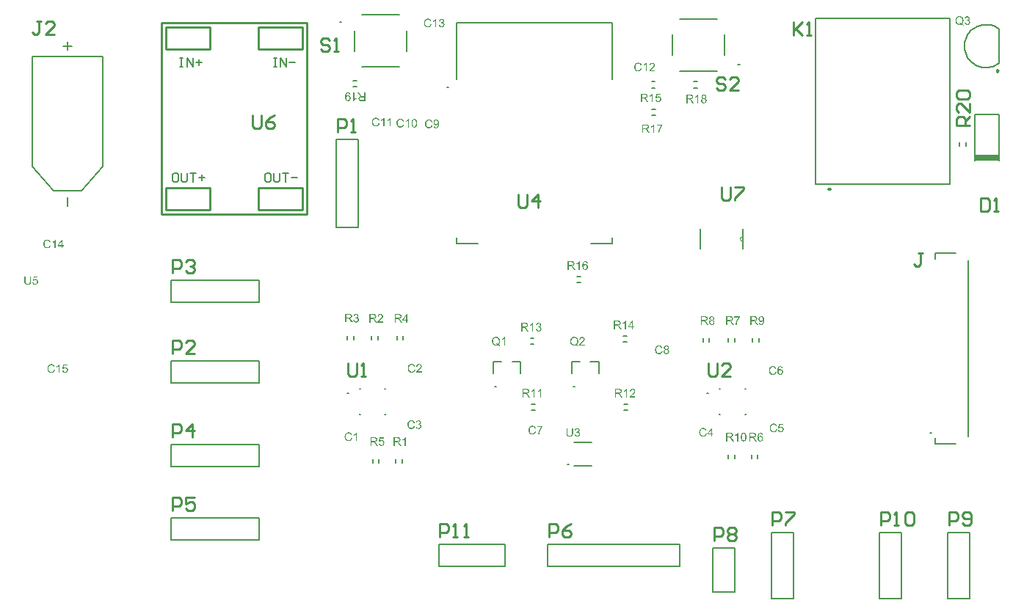
<source format=gto>
G04*
G04 #@! TF.GenerationSoftware,Altium Limited,Altium Designer,20.1.12 (249)*
G04*
G04 Layer_Color=65535*
%FSLAX25Y25*%
%MOIN*%
G70*
G04*
G04 #@! TF.SameCoordinates,D2DC16A5-891C-47F1-9DBA-B4DE5785F593*
G04*
G04*
G04 #@! TF.FilePolarity,Positive*
G04*
G01*
G75*
%ADD10C,0.00000*%
%ADD11C,0.00787*%
%ADD12C,0.00984*%
%ADD13C,0.01181*%
%ADD14C,0.00600*%
%ADD15C,0.00500*%
%ADD16C,0.01000*%
%ADD17C,0.00799*%
%ADD18R,0.11024X0.03150*%
G36*
X167105Y137755D02*
X167145Y137752D01*
X167190Y137748D01*
X167245Y137742D01*
X167305Y137733D01*
X167370Y137720D01*
X167440Y137703D01*
X167510Y137682D01*
X167582Y137657D01*
X167657Y137627D01*
X167730Y137592D01*
X167800Y137552D01*
X167868Y137505D01*
X167930Y137450D01*
X167932Y137448D01*
X167945Y137435D01*
X167960Y137420D01*
X167980Y137395D01*
X168005Y137365D01*
X168033Y137330D01*
X168062Y137287D01*
X168093Y137240D01*
X168122Y137188D01*
X168150Y137130D01*
X168177Y137070D01*
X168202Y137003D01*
X168222Y136930D01*
X168237Y136855D01*
X168250Y136775D01*
X168253Y136693D01*
Y136690D01*
Y136682D01*
Y136670D01*
X168250Y136653D01*
Y136633D01*
X168247Y136608D01*
X168245Y136580D01*
X168240Y136548D01*
X168235Y136515D01*
X168230Y136480D01*
X168212Y136402D01*
X168190Y136320D01*
X168157Y136238D01*
Y136235D01*
X168152Y136228D01*
X168148Y136215D01*
X168140Y136200D01*
X168130Y136178D01*
X168115Y136155D01*
X168100Y136127D01*
X168082Y136095D01*
X168062Y136063D01*
X168040Y136025D01*
X168012Y135987D01*
X167985Y135945D01*
X167953Y135903D01*
X167920Y135860D01*
X167883Y135812D01*
X167842Y135767D01*
X167840Y135765D01*
X167833Y135755D01*
X167820Y135742D01*
X167800Y135722D01*
X167778Y135697D01*
X167747Y135668D01*
X167712Y135633D01*
X167670Y135592D01*
X167622Y135545D01*
X167570Y135495D01*
X167510Y135440D01*
X167445Y135380D01*
X167373Y135315D01*
X167295Y135245D01*
X167210Y135170D01*
X167118Y135092D01*
X167113Y135088D01*
X167100Y135078D01*
X167078Y135057D01*
X167050Y135035D01*
X167015Y135005D01*
X166978Y134973D01*
X166935Y134938D01*
X166890Y134897D01*
X166797Y134818D01*
X166753Y134777D01*
X166708Y134738D01*
X166665Y134700D01*
X166630Y134665D01*
X166597Y134635D01*
X166570Y134608D01*
X166568Y134605D01*
X166565Y134602D01*
X166558Y134595D01*
X166550Y134585D01*
X166527Y134560D01*
X166500Y134528D01*
X166470Y134490D01*
X166435Y134445D01*
X166402Y134400D01*
X166373Y134353D01*
X168257D01*
Y133900D01*
X165717D01*
Y133903D01*
Y133907D01*
Y133917D01*
Y133930D01*
Y133945D01*
Y133963D01*
X165723Y134005D01*
X165727Y134055D01*
X165737Y134110D01*
X165752Y134168D01*
X165772Y134228D01*
Y134230D01*
X165778Y134240D01*
X165782Y134253D01*
X165790Y134273D01*
X165800Y134295D01*
X165815Y134323D01*
X165830Y134353D01*
X165848Y134388D01*
X165867Y134425D01*
X165890Y134465D01*
X165915Y134508D01*
X165943Y134553D01*
X165972Y134598D01*
X166005Y134643D01*
X166042Y134690D01*
X166080Y134738D01*
X166083Y134740D01*
X166090Y134750D01*
X166103Y134763D01*
X166120Y134783D01*
X166142Y134805D01*
X166170Y134835D01*
X166202Y134868D01*
X166237Y134905D01*
X166280Y134945D01*
X166325Y134990D01*
X166377Y135038D01*
X166432Y135090D01*
X166492Y135145D01*
X166558Y135200D01*
X166628Y135260D01*
X166700Y135320D01*
X166702Y135322D01*
X166708Y135325D01*
X166715Y135333D01*
X166727Y135343D01*
X166743Y135355D01*
X166760Y135370D01*
X166780Y135388D01*
X166803Y135405D01*
X166852Y135448D01*
X166910Y135500D01*
X166972Y135555D01*
X167043Y135615D01*
X167113Y135680D01*
X167183Y135745D01*
X167253Y135812D01*
X167323Y135880D01*
X167387Y135948D01*
X167447Y136015D01*
X167502Y136077D01*
X167548Y136135D01*
X167550Y136137D01*
X167558Y136147D01*
X167568Y136165D01*
X167582Y136185D01*
X167597Y136213D01*
X167617Y136245D01*
X167638Y136280D01*
X167657Y136318D01*
X167677Y136360D01*
X167698Y136405D01*
X167718Y136452D01*
X167733Y136500D01*
X167747Y136550D01*
X167757Y136602D01*
X167765Y136653D01*
X167768Y136703D01*
Y136705D01*
Y136715D01*
X167765Y136730D01*
Y136750D01*
X167762Y136773D01*
X167757Y136802D01*
X167750Y136832D01*
X167743Y136867D01*
X167733Y136902D01*
X167718Y136940D01*
X167702Y136980D01*
X167683Y137020D01*
X167660Y137060D01*
X167632Y137100D01*
X167600Y137137D01*
X167565Y137175D01*
X167562Y137178D01*
X167555Y137182D01*
X167545Y137192D01*
X167530Y137205D01*
X167510Y137220D01*
X167485Y137235D01*
X167457Y137252D01*
X167425Y137273D01*
X167390Y137290D01*
X167350Y137308D01*
X167307Y137322D01*
X167260Y137338D01*
X167210Y137350D01*
X167157Y137360D01*
X167103Y137365D01*
X167043Y137367D01*
X167027D01*
X167010Y137365D01*
X166988D01*
X166957Y137363D01*
X166925Y137357D01*
X166887Y137350D01*
X166848Y137343D01*
X166805Y137330D01*
X166760Y137318D01*
X166715Y137300D01*
X166670Y137280D01*
X166625Y137258D01*
X166580Y137230D01*
X166537Y137197D01*
X166498Y137162D01*
X166495Y137160D01*
X166490Y137153D01*
X166478Y137143D01*
X166465Y137125D01*
X166450Y137105D01*
X166432Y137077D01*
X166415Y137050D01*
X166395Y137015D01*
X166375Y136978D01*
X166358Y136935D01*
X166340Y136888D01*
X166323Y136837D01*
X166310Y136783D01*
X166300Y136725D01*
X166293Y136662D01*
X166290Y136598D01*
X165805Y136647D01*
Y136650D01*
Y136653D01*
X165807Y136660D01*
Y136672D01*
X165810Y136685D01*
X165813Y136700D01*
X165817Y136738D01*
X165828Y136783D01*
X165838Y136835D01*
X165852Y136892D01*
X165870Y136955D01*
X165893Y137020D01*
X165918Y137088D01*
X165950Y137155D01*
X165985Y137225D01*
X166025Y137293D01*
X166070Y137355D01*
X166122Y137417D01*
X166180Y137472D01*
X166185Y137475D01*
X166195Y137485D01*
X166212Y137500D01*
X166240Y137517D01*
X166272Y137538D01*
X166313Y137563D01*
X166358Y137587D01*
X166410Y137615D01*
X166470Y137643D01*
X166535Y137668D01*
X166607Y137692D01*
X166685Y137713D01*
X166770Y137733D01*
X166858Y137745D01*
X166953Y137755D01*
X167052Y137758D01*
X167090D01*
X167105Y137755D01*
D02*
G37*
G36*
X163888Y137740D02*
X163930D01*
X163980Y137738D01*
X164035Y137735D01*
X164093Y137730D01*
X164155Y137725D01*
X164220Y137717D01*
X164350Y137698D01*
X164412Y137688D01*
X164475Y137672D01*
X164532Y137655D01*
X164585Y137637D01*
X164587D01*
X164597Y137633D01*
X164610Y137627D01*
X164630Y137618D01*
X164653Y137605D01*
X164678Y137592D01*
X164708Y137575D01*
X164740Y137552D01*
X164772Y137530D01*
X164807Y137503D01*
X164842Y137472D01*
X164877Y137440D01*
X164912Y137402D01*
X164947Y137363D01*
X164982Y137320D01*
X165013Y137273D01*
X165015Y137270D01*
X165020Y137260D01*
X165027Y137248D01*
X165038Y137227D01*
X165050Y137203D01*
X165062Y137172D01*
X165077Y137140D01*
X165093Y137102D01*
X165108Y137060D01*
X165122Y137015D01*
X165135Y136968D01*
X165147Y136917D01*
X165157Y136865D01*
X165165Y136810D01*
X165170Y136752D01*
X165173Y136695D01*
Y136690D01*
Y136678D01*
X165170Y136655D01*
X165167Y136627D01*
X165165Y136592D01*
X165157Y136550D01*
X165150Y136505D01*
X165140Y136455D01*
X165125Y136402D01*
X165108Y136345D01*
X165087Y136287D01*
X165060Y136230D01*
X165030Y136172D01*
X164995Y136112D01*
X164955Y136057D01*
X164908Y136003D01*
X164905Y136000D01*
X164895Y135990D01*
X164880Y135975D01*
X164857Y135958D01*
X164830Y135935D01*
X164795Y135910D01*
X164752Y135882D01*
X164705Y135853D01*
X164653Y135822D01*
X164590Y135793D01*
X164523Y135763D01*
X164450Y135735D01*
X164370Y135707D01*
X164283Y135685D01*
X164188Y135665D01*
X164087Y135647D01*
X164090D01*
X164097Y135643D01*
X164108Y135637D01*
X164120Y135630D01*
X164137Y135623D01*
X164157Y135612D01*
X164202Y135588D01*
X164252Y135557D01*
X164303Y135528D01*
X164353Y135493D01*
X164395Y135458D01*
X164398Y135455D01*
X164405Y135448D01*
X164418Y135438D01*
X164433Y135420D01*
X164453Y135400D01*
X164475Y135378D01*
X164503Y135347D01*
X164532Y135318D01*
X164562Y135280D01*
X164595Y135242D01*
X164630Y135200D01*
X164667Y135155D01*
X164705Y135108D01*
X164743Y135055D01*
X164780Y135003D01*
X164818Y134945D01*
X165485Y133900D01*
X164848D01*
X164338Y134697D01*
X164335Y134703D01*
X164328Y134713D01*
X164315Y134730D01*
X164300Y134755D01*
X164283Y134783D01*
X164260Y134818D01*
X164235Y134855D01*
X164207Y134895D01*
X164150Y134980D01*
X164087Y135067D01*
X164028Y135152D01*
X163997Y135193D01*
X163970Y135228D01*
X163968Y135230D01*
X163962Y135235D01*
X163955Y135245D01*
X163945Y135257D01*
X163933Y135273D01*
X163920Y135290D01*
X163885Y135330D01*
X163845Y135372D01*
X163803Y135415D01*
X163758Y135452D01*
X163735Y135470D01*
X163713Y135485D01*
X163707Y135487D01*
X163692Y135497D01*
X163670Y135510D01*
X163640Y135525D01*
X163605Y135543D01*
X163565Y135560D01*
X163525Y135575D01*
X163480Y135588D01*
X163475D01*
X163462Y135590D01*
X163443Y135592D01*
X163412Y135598D01*
X163373Y135600D01*
X163325Y135602D01*
X163265Y135605D01*
X162608D01*
Y133900D01*
X162098D01*
Y137742D01*
X163853D01*
X163888Y137740D01*
D02*
G37*
G36*
X8411Y152734D02*
Y152731D01*
Y152726D01*
Y152719D01*
Y152709D01*
Y152694D01*
Y152679D01*
X8409Y152659D01*
Y152639D01*
X8406Y152589D01*
X8404Y152531D01*
X8401Y152469D01*
X8394Y152401D01*
X8389Y152329D01*
X8379Y152254D01*
X8356Y152099D01*
X8341Y152024D01*
X8324Y151949D01*
X8301Y151879D01*
X8279Y151811D01*
X8276Y151806D01*
X8274Y151796D01*
X8264Y151779D01*
X8254Y151754D01*
X8239Y151726D01*
X8219Y151694D01*
X8196Y151656D01*
X8171Y151614D01*
X8141Y151571D01*
X8106Y151526D01*
X8069Y151481D01*
X8024Y151434D01*
X7976Y151389D01*
X7924Y151344D01*
X7869Y151301D01*
X7806Y151259D01*
X7801Y151256D01*
X7791Y151249D01*
X7771Y151239D01*
X7744Y151226D01*
X7709Y151209D01*
X7669Y151191D01*
X7621Y151171D01*
X7566Y151154D01*
X7504Y151134D01*
X7436Y151114D01*
X7364Y151096D01*
X7284Y151079D01*
X7199Y151066D01*
X7106Y151056D01*
X7011Y151049D01*
X6909Y151046D01*
X6871D01*
X6856Y151049D01*
X6819D01*
X6774Y151051D01*
X6719Y151056D01*
X6661Y151061D01*
X6596Y151069D01*
X6526Y151079D01*
X6456Y151091D01*
X6381Y151106D01*
X6309Y151124D01*
X6234Y151146D01*
X6161Y151171D01*
X6091Y151199D01*
X6024Y151231D01*
X6019Y151234D01*
X6009Y151239D01*
X5991Y151251D01*
X5969Y151266D01*
X5939Y151284D01*
X5909Y151309D01*
X5871Y151336D01*
X5834Y151369D01*
X5794Y151404D01*
X5754Y151444D01*
X5714Y151489D01*
X5674Y151536D01*
X5634Y151589D01*
X5596Y151644D01*
X5564Y151704D01*
X5534Y151769D01*
X5531Y151774D01*
X5526Y151786D01*
X5521Y151806D01*
X5511Y151834D01*
X5499Y151869D01*
X5486Y151914D01*
X5474Y151964D01*
X5461Y152021D01*
X5446Y152086D01*
X5434Y152159D01*
X5421Y152239D01*
X5409Y152324D01*
X5399Y152416D01*
X5394Y152516D01*
X5389Y152621D01*
X5386Y152734D01*
Y154954D01*
X5896D01*
Y152736D01*
Y152734D01*
Y152731D01*
Y152724D01*
Y152714D01*
Y152689D01*
X5899Y152654D01*
Y152614D01*
X5901Y152564D01*
X5904Y152511D01*
X5909Y152456D01*
X5914Y152396D01*
X5919Y152334D01*
X5936Y152211D01*
X5946Y152154D01*
X5959Y152096D01*
X5974Y152044D01*
X5989Y151996D01*
Y151994D01*
X5994Y151986D01*
X5999Y151974D01*
X6006Y151959D01*
X6016Y151939D01*
X6031Y151916D01*
X6046Y151889D01*
X6064Y151864D01*
X6084Y151834D01*
X6109Y151804D01*
X6134Y151774D01*
X6164Y151744D01*
X6194Y151714D01*
X6229Y151684D01*
X6269Y151656D01*
X6309Y151631D01*
X6311Y151629D01*
X6319Y151626D01*
X6331Y151619D01*
X6349Y151611D01*
X6371Y151601D01*
X6399Y151591D01*
X6429Y151579D01*
X6464Y151569D01*
X6501Y151556D01*
X6544Y151544D01*
X6589Y151534D01*
X6639Y151524D01*
X6691Y151516D01*
X6746Y151509D01*
X6804Y151506D01*
X6864Y151504D01*
X6901D01*
X6916Y151506D01*
X6956Y151509D01*
X7001Y151511D01*
X7054Y151516D01*
X7111Y151524D01*
X7174Y151536D01*
X7239Y151549D01*
X7304Y151566D01*
X7371Y151586D01*
X7436Y151611D01*
X7499Y151639D01*
X7559Y151674D01*
X7614Y151711D01*
X7661Y151756D01*
X7664Y151759D01*
X7671Y151769D01*
X7684Y151784D01*
X7699Y151809D01*
X7716Y151839D01*
X7736Y151876D01*
X7759Y151921D01*
X7781Y151974D01*
X7804Y152036D01*
X7826Y152109D01*
X7846Y152189D01*
X7864Y152276D01*
X7871Y152326D01*
X7879Y152376D01*
X7886Y152431D01*
X7891Y152486D01*
X7896Y152544D01*
X7899Y152606D01*
X7901Y152669D01*
Y152736D01*
Y154954D01*
X8411D01*
Y152734D01*
D02*
G37*
G36*
X11434Y154451D02*
X9899D01*
X9691Y153416D01*
X9696Y153419D01*
X9706Y153426D01*
X9726Y153439D01*
X9751Y153454D01*
X9784Y153474D01*
X9821Y153494D01*
X9864Y153514D01*
X9914Y153539D01*
X9966Y153561D01*
X10021Y153581D01*
X10081Y153604D01*
X10144Y153621D01*
X10211Y153636D01*
X10279Y153649D01*
X10349Y153656D01*
X10419Y153659D01*
X10441D01*
X10466Y153656D01*
X10504Y153654D01*
X10546Y153649D01*
X10596Y153641D01*
X10651Y153629D01*
X10714Y153616D01*
X10779Y153596D01*
X10846Y153574D01*
X10916Y153546D01*
X10989Y153511D01*
X11061Y153471D01*
X11131Y153424D01*
X11199Y153371D01*
X11266Y153309D01*
X11271Y153304D01*
X11281Y153294D01*
X11299Y153274D01*
X11321Y153246D01*
X11346Y153211D01*
X11376Y153171D01*
X11409Y153121D01*
X11441Y153066D01*
X11471Y153006D01*
X11504Y152939D01*
X11534Y152864D01*
X11559Y152784D01*
X11581Y152699D01*
X11599Y152609D01*
X11609Y152514D01*
X11614Y152414D01*
Y152411D01*
Y152409D01*
Y152401D01*
Y152391D01*
Y152379D01*
X11611Y152364D01*
X11609Y152326D01*
X11604Y152281D01*
X11599Y152229D01*
X11589Y152169D01*
X11576Y152106D01*
X11559Y152036D01*
X11539Y151964D01*
X11514Y151889D01*
X11486Y151814D01*
X11451Y151736D01*
X11409Y151659D01*
X11364Y151584D01*
X11309Y151511D01*
Y151509D01*
X11304Y151506D01*
X11291Y151491D01*
X11271Y151469D01*
X11241Y151439D01*
X11204Y151404D01*
X11159Y151364D01*
X11106Y151321D01*
X11046Y151279D01*
X10976Y151236D01*
X10901Y151194D01*
X10819Y151154D01*
X10729Y151119D01*
X10631Y151089D01*
X10529Y151066D01*
X10419Y151051D01*
X10361Y151049D01*
X10301Y151046D01*
X10266D01*
X10251Y151049D01*
X10214Y151051D01*
X10169Y151056D01*
X10119Y151061D01*
X10059Y151071D01*
X9996Y151084D01*
X9931Y151099D01*
X9861Y151119D01*
X9791Y151141D01*
X9719Y151169D01*
X9646Y151204D01*
X9576Y151241D01*
X9509Y151286D01*
X9444Y151339D01*
X9441Y151341D01*
X9429Y151351D01*
X9414Y151369D01*
X9391Y151391D01*
X9366Y151421D01*
X9336Y151456D01*
X9306Y151499D01*
X9274Y151546D01*
X9239Y151599D01*
X9206Y151656D01*
X9174Y151721D01*
X9146Y151791D01*
X9119Y151864D01*
X9096Y151944D01*
X9079Y152029D01*
X9066Y152116D01*
X9561Y152159D01*
Y152154D01*
X9564Y152144D01*
X9569Y152124D01*
X9574Y152099D01*
X9581Y152069D01*
X9589Y152034D01*
X9601Y151996D01*
X9614Y151954D01*
X9629Y151911D01*
X9649Y151866D01*
X9669Y151821D01*
X9691Y151776D01*
X9719Y151731D01*
X9749Y151689D01*
X9781Y151651D01*
X9816Y151614D01*
X9819Y151611D01*
X9826Y151606D01*
X9836Y151596D01*
X9851Y151586D01*
X9871Y151571D01*
X9894Y151556D01*
X9921Y151541D01*
X9951Y151524D01*
X9986Y151506D01*
X10024Y151491D01*
X10064Y151476D01*
X10106Y151461D01*
X10151Y151451D01*
X10199Y151441D01*
X10249Y151436D01*
X10301Y151434D01*
X10316D01*
X10334Y151436D01*
X10359Y151439D01*
X10386Y151441D01*
X10421Y151446D01*
X10459Y151456D01*
X10501Y151466D01*
X10544Y151479D01*
X10591Y151496D01*
X10639Y151516D01*
X10686Y151541D01*
X10736Y151571D01*
X10784Y151604D01*
X10831Y151644D01*
X10876Y151689D01*
X10879Y151691D01*
X10886Y151701D01*
X10899Y151716D01*
X10914Y151736D01*
X10931Y151761D01*
X10951Y151794D01*
X10974Y151829D01*
X10996Y151871D01*
X11016Y151916D01*
X11039Y151969D01*
X11059Y152024D01*
X11076Y152086D01*
X11091Y152151D01*
X11104Y152219D01*
X11111Y152294D01*
X11114Y152371D01*
Y152376D01*
Y152389D01*
X11111Y152411D01*
Y152439D01*
X11106Y152471D01*
X11101Y152511D01*
X11094Y152556D01*
X11086Y152604D01*
X11074Y152654D01*
X11059Y152704D01*
X11039Y152759D01*
X11019Y152811D01*
X10991Y152864D01*
X10961Y152914D01*
X10926Y152964D01*
X10886Y153009D01*
X10884Y153011D01*
X10876Y153019D01*
X10864Y153031D01*
X10846Y153046D01*
X10821Y153064D01*
X10796Y153081D01*
X10764Y153104D01*
X10726Y153126D01*
X10686Y153146D01*
X10641Y153169D01*
X10594Y153186D01*
X10541Y153206D01*
X10484Y153219D01*
X10424Y153231D01*
X10361Y153239D01*
X10294Y153241D01*
X10271D01*
X10256Y153239D01*
X10234D01*
X10211Y153236D01*
X10184Y153234D01*
X10156Y153229D01*
X10091Y153216D01*
X10021Y153196D01*
X9949Y153171D01*
X9879Y153136D01*
X9876D01*
X9871Y153131D01*
X9861Y153126D01*
X9849Y153119D01*
X9834Y153109D01*
X9816Y153096D01*
X9774Y153064D01*
X9729Y153026D01*
X9681Y152981D01*
X9634Y152929D01*
X9591Y152869D01*
X9149Y152926D01*
X9521Y154901D01*
X11434D01*
Y154451D01*
D02*
G37*
G36*
X256435Y85948D02*
X256463Y85945D01*
X256495Y85943D01*
X256533Y85940D01*
X256573Y85933D01*
X256617Y85925D01*
X256663Y85918D01*
X256760Y85893D01*
X256810Y85878D01*
X256862Y85860D01*
X256912Y85840D01*
X256962Y85815D01*
X256965Y85813D01*
X256975Y85810D01*
X256988Y85800D01*
X257005Y85790D01*
X257028Y85778D01*
X257055Y85760D01*
X257083Y85740D01*
X257113Y85718D01*
X257145Y85693D01*
X257177Y85665D01*
X257212Y85635D01*
X257245Y85603D01*
X257277Y85568D01*
X257310Y85530D01*
X257340Y85490D01*
X257367Y85448D01*
X257370Y85445D01*
X257372Y85438D01*
X257380Y85425D01*
X257390Y85408D01*
X257400Y85385D01*
X257413Y85360D01*
X257425Y85330D01*
X257437Y85298D01*
X257450Y85263D01*
X257463Y85225D01*
X257485Y85140D01*
X257503Y85050D01*
X257505Y85003D01*
X257507Y84953D01*
Y84950D01*
Y84943D01*
Y84928D01*
X257505Y84910D01*
X257503Y84888D01*
X257500Y84863D01*
X257498Y84833D01*
X257490Y84803D01*
X257475Y84733D01*
X257450Y84655D01*
X257435Y84615D01*
X257417Y84575D01*
X257398Y84538D01*
X257372Y84498D01*
X257370Y84495D01*
X257367Y84488D01*
X257358Y84478D01*
X257347Y84465D01*
X257335Y84448D01*
X257317Y84428D01*
X257297Y84405D01*
X257273Y84380D01*
X257247Y84355D01*
X257218Y84330D01*
X257185Y84303D01*
X257150Y84275D01*
X257113Y84248D01*
X257070Y84223D01*
X257025Y84198D01*
X256978Y84173D01*
X256982D01*
X256993Y84170D01*
X257010Y84165D01*
X257035Y84158D01*
X257063Y84148D01*
X257095Y84135D01*
X257133Y84120D01*
X257172Y84103D01*
X257215Y84083D01*
X257258Y84060D01*
X257302Y84033D01*
X257345Y84003D01*
X257390Y83970D01*
X257430Y83933D01*
X257470Y83893D01*
X257507Y83848D01*
X257510Y83845D01*
X257515Y83835D01*
X257525Y83823D01*
X257538Y83803D01*
X257553Y83780D01*
X257568Y83750D01*
X257585Y83715D01*
X257603Y83678D01*
X257620Y83635D01*
X257638Y83588D01*
X257652Y83538D01*
X257667Y83483D01*
X257680Y83423D01*
X257690Y83360D01*
X257695Y83295D01*
X257698Y83228D01*
Y83225D01*
Y83223D01*
Y83215D01*
Y83205D01*
X257695Y83178D01*
X257693Y83143D01*
X257687Y83100D01*
X257678Y83050D01*
X257667Y82993D01*
X257652Y82933D01*
X257632Y82865D01*
X257608Y82798D01*
X257577Y82725D01*
X257542Y82655D01*
X257500Y82583D01*
X257453Y82510D01*
X257395Y82440D01*
X257330Y82373D01*
X257325Y82368D01*
X257312Y82358D01*
X257293Y82340D01*
X257265Y82318D01*
X257227Y82293D01*
X257185Y82263D01*
X257133Y82230D01*
X257075Y82200D01*
X257013Y82168D01*
X256943Y82135D01*
X256865Y82105D01*
X256783Y82080D01*
X256695Y82058D01*
X256603Y82040D01*
X256503Y82030D01*
X256400Y82025D01*
X256378D01*
X256352Y82028D01*
X256315Y82030D01*
X256273Y82035D01*
X256223Y82040D01*
X256168Y82050D01*
X256105Y82063D01*
X256040Y82078D01*
X255973Y82098D01*
X255903Y82123D01*
X255833Y82153D01*
X255763Y82185D01*
X255693Y82225D01*
X255625Y82273D01*
X255560Y82325D01*
X255557Y82328D01*
X255545Y82340D01*
X255530Y82355D01*
X255507Y82380D01*
X255483Y82410D01*
X255452Y82445D01*
X255420Y82488D01*
X255387Y82535D01*
X255355Y82588D01*
X255320Y82648D01*
X255290Y82713D01*
X255260Y82780D01*
X255233Y82855D01*
X255210Y82935D01*
X255192Y83018D01*
X255180Y83105D01*
X255650Y83170D01*
Y83165D01*
X255655Y83153D01*
X255660Y83133D01*
X255665Y83105D01*
X255675Y83073D01*
X255687Y83033D01*
X255700Y82993D01*
X255715Y82948D01*
X255755Y82853D01*
X255802Y82755D01*
X255830Y82710D01*
X255860Y82665D01*
X255892Y82625D01*
X255927Y82590D01*
X255930Y82588D01*
X255938Y82583D01*
X255947Y82575D01*
X255962Y82563D01*
X255982Y82550D01*
X256005Y82535D01*
X256030Y82520D01*
X256060Y82503D01*
X256093Y82488D01*
X256130Y82470D01*
X256170Y82455D01*
X256212Y82443D01*
X256255Y82430D01*
X256302Y82423D01*
X256352Y82418D01*
X256405Y82415D01*
X256420D01*
X256437Y82418D01*
X256460D01*
X256490Y82423D01*
X256522Y82428D01*
X256560Y82435D01*
X256600Y82445D01*
X256643Y82455D01*
X256687Y82470D01*
X256735Y82490D01*
X256783Y82513D01*
X256830Y82538D01*
X256875Y82570D01*
X256923Y82605D01*
X256965Y82645D01*
X256967Y82648D01*
X256975Y82655D01*
X256988Y82668D01*
X257000Y82688D01*
X257017Y82710D01*
X257037Y82735D01*
X257057Y82768D01*
X257080Y82803D01*
X257102Y82843D01*
X257122Y82885D01*
X257142Y82933D01*
X257160Y82983D01*
X257175Y83035D01*
X257185Y83093D01*
X257192Y83153D01*
X257195Y83215D01*
Y83220D01*
Y83230D01*
X257192Y83248D01*
Y83270D01*
X257188Y83298D01*
X257185Y83330D01*
X257177Y83365D01*
X257168Y83405D01*
X257157Y83448D01*
X257142Y83490D01*
X257125Y83535D01*
X257105Y83580D01*
X257080Y83625D01*
X257052Y83670D01*
X257020Y83713D01*
X256982Y83753D01*
X256980Y83755D01*
X256973Y83763D01*
X256960Y83773D01*
X256945Y83785D01*
X256923Y83803D01*
X256897Y83820D01*
X256868Y83838D01*
X256835Y83858D01*
X256798Y83878D01*
X256757Y83895D01*
X256713Y83915D01*
X256665Y83930D01*
X256615Y83943D01*
X256560Y83953D01*
X256503Y83960D01*
X256442Y83963D01*
X256420D01*
X256405Y83960D01*
X256390D01*
X256372Y83958D01*
X256352Y83955D01*
X256302Y83950D01*
X256247Y83940D01*
X256183Y83928D01*
X256110Y83910D01*
X256163Y84325D01*
X256170D01*
X256180Y84323D01*
X256190D01*
X256215Y84320D01*
X256267D01*
X256288Y84323D01*
X256315Y84325D01*
X256345Y84328D01*
X256380Y84333D01*
X256420Y84340D01*
X256460Y84348D01*
X256503Y84358D01*
X256547Y84373D01*
X256595Y84388D01*
X256640Y84405D01*
X256687Y84425D01*
X256735Y84450D01*
X256780Y84478D01*
X256783Y84480D01*
X256790Y84485D01*
X256803Y84495D01*
X256818Y84508D01*
X256838Y84525D01*
X256857Y84545D01*
X256877Y84570D01*
X256903Y84598D01*
X256925Y84630D01*
X256945Y84665D01*
X256967Y84705D01*
X256985Y84748D01*
X257000Y84795D01*
X257013Y84848D01*
X257020Y84903D01*
X257023Y84963D01*
Y84965D01*
Y84975D01*
Y84988D01*
X257020Y85005D01*
X257017Y85028D01*
X257013Y85055D01*
X257008Y85083D01*
X257000Y85115D01*
X256990Y85148D01*
X256980Y85183D01*
X256965Y85218D01*
X256947Y85253D01*
X256927Y85290D01*
X256903Y85325D01*
X256877Y85360D01*
X256845Y85393D01*
X256842Y85395D01*
X256838Y85400D01*
X256827Y85408D01*
X256813Y85420D01*
X256795Y85433D01*
X256775Y85448D01*
X256750Y85463D01*
X256722Y85478D01*
X256693Y85493D01*
X256658Y85510D01*
X256620Y85523D01*
X256580Y85535D01*
X256538Y85548D01*
X256492Y85555D01*
X256442Y85560D01*
X256393Y85563D01*
X256365D01*
X256347Y85560D01*
X256323Y85558D01*
X256295Y85553D01*
X256265Y85548D01*
X256233Y85540D01*
X256198Y85533D01*
X256160Y85520D01*
X256120Y85508D01*
X256083Y85490D01*
X256043Y85470D01*
X256005Y85448D01*
X255967Y85420D01*
X255932Y85390D01*
X255930Y85388D01*
X255925Y85383D01*
X255915Y85373D01*
X255903Y85358D01*
X255888Y85340D01*
X255873Y85318D01*
X255855Y85290D01*
X255835Y85260D01*
X255815Y85225D01*
X255795Y85188D01*
X255775Y85145D01*
X255757Y85098D01*
X255740Y85048D01*
X255722Y84993D01*
X255710Y84933D01*
X255697Y84870D01*
X255227Y84955D01*
Y84958D01*
Y84960D01*
X255230Y84968D01*
X255233Y84975D01*
X255238Y85000D01*
X255245Y85033D01*
X255258Y85073D01*
X255270Y85120D01*
X255288Y85170D01*
X255308Y85225D01*
X255332Y85283D01*
X255360Y85343D01*
X255393Y85405D01*
X255430Y85465D01*
X255470Y85525D01*
X255515Y85585D01*
X255565Y85640D01*
X255620Y85690D01*
X255623Y85693D01*
X255635Y85703D01*
X255652Y85715D01*
X255675Y85730D01*
X255705Y85750D01*
X255743Y85773D01*
X255783Y85795D01*
X255830Y85820D01*
X255883Y85845D01*
X255943Y85868D01*
X256005Y85890D01*
X256072Y85910D01*
X256142Y85925D01*
X256220Y85940D01*
X256300Y85948D01*
X256382Y85950D01*
X256413D01*
X256435Y85948D01*
D02*
G37*
G36*
X254522Y83715D02*
Y83713D01*
Y83708D01*
Y83700D01*
Y83690D01*
Y83675D01*
Y83660D01*
X254520Y83640D01*
Y83620D01*
X254518Y83570D01*
X254515Y83513D01*
X254513Y83450D01*
X254505Y83383D01*
X254500Y83310D01*
X254490Y83235D01*
X254468Y83080D01*
X254452Y83005D01*
X254435Y82930D01*
X254413Y82860D01*
X254390Y82793D01*
X254387Y82788D01*
X254385Y82778D01*
X254375Y82760D01*
X254365Y82735D01*
X254350Y82708D01*
X254330Y82675D01*
X254308Y82638D01*
X254282Y82595D01*
X254253Y82553D01*
X254218Y82508D01*
X254180Y82463D01*
X254135Y82415D01*
X254087Y82370D01*
X254035Y82325D01*
X253980Y82283D01*
X253918Y82240D01*
X253912Y82238D01*
X253903Y82230D01*
X253883Y82220D01*
X253855Y82208D01*
X253820Y82190D01*
X253780Y82173D01*
X253732Y82153D01*
X253678Y82135D01*
X253615Y82115D01*
X253548Y82095D01*
X253475Y82078D01*
X253395Y82060D01*
X253310Y82048D01*
X253218Y82038D01*
X253122Y82030D01*
X253020Y82028D01*
X252982D01*
X252968Y82030D01*
X252930D01*
X252885Y82033D01*
X252830Y82038D01*
X252772Y82043D01*
X252708Y82050D01*
X252638Y82060D01*
X252568Y82073D01*
X252492Y82088D01*
X252420Y82105D01*
X252345Y82128D01*
X252273Y82153D01*
X252203Y82180D01*
X252135Y82213D01*
X252130Y82215D01*
X252120Y82220D01*
X252102Y82233D01*
X252080Y82248D01*
X252050Y82265D01*
X252020Y82290D01*
X251982Y82318D01*
X251945Y82350D01*
X251905Y82385D01*
X251865Y82425D01*
X251825Y82470D01*
X251785Y82518D01*
X251745Y82570D01*
X251708Y82625D01*
X251675Y82685D01*
X251645Y82750D01*
X251642Y82755D01*
X251638Y82768D01*
X251632Y82788D01*
X251623Y82815D01*
X251610Y82850D01*
X251597Y82895D01*
X251585Y82945D01*
X251572Y83003D01*
X251557Y83068D01*
X251545Y83140D01*
X251533Y83220D01*
X251520Y83305D01*
X251510Y83398D01*
X251505Y83498D01*
X251500Y83603D01*
X251498Y83715D01*
Y85935D01*
X252008D01*
Y83718D01*
Y83715D01*
Y83713D01*
Y83705D01*
Y83695D01*
Y83670D01*
X252010Y83635D01*
Y83595D01*
X252012Y83545D01*
X252015Y83493D01*
X252020Y83438D01*
X252025Y83378D01*
X252030Y83315D01*
X252047Y83193D01*
X252058Y83135D01*
X252070Y83078D01*
X252085Y83025D01*
X252100Y82978D01*
Y82975D01*
X252105Y82968D01*
X252110Y82955D01*
X252117Y82940D01*
X252128Y82920D01*
X252143Y82898D01*
X252157Y82870D01*
X252175Y82845D01*
X252195Y82815D01*
X252220Y82785D01*
X252245Y82755D01*
X252275Y82725D01*
X252305Y82695D01*
X252340Y82665D01*
X252380Y82638D01*
X252420Y82613D01*
X252422Y82610D01*
X252430Y82608D01*
X252443Y82600D01*
X252460Y82593D01*
X252483Y82583D01*
X252510Y82573D01*
X252540Y82560D01*
X252575Y82550D01*
X252612Y82538D01*
X252655Y82525D01*
X252700Y82515D01*
X252750Y82505D01*
X252802Y82498D01*
X252857Y82490D01*
X252915Y82488D01*
X252975Y82485D01*
X253012D01*
X253028Y82488D01*
X253067Y82490D01*
X253113Y82493D01*
X253165Y82498D01*
X253222Y82505D01*
X253285Y82518D01*
X253350Y82530D01*
X253415Y82548D01*
X253483Y82568D01*
X253548Y82593D01*
X253610Y82620D01*
X253670Y82655D01*
X253725Y82693D01*
X253772Y82738D01*
X253775Y82740D01*
X253783Y82750D01*
X253795Y82765D01*
X253810Y82790D01*
X253828Y82820D01*
X253848Y82858D01*
X253870Y82903D01*
X253892Y82955D01*
X253915Y83018D01*
X253938Y83090D01*
X253958Y83170D01*
X253975Y83258D01*
X253982Y83308D01*
X253990Y83358D01*
X253997Y83413D01*
X254002Y83468D01*
X254008Y83525D01*
X254010Y83588D01*
X254012Y83650D01*
Y83718D01*
Y85935D01*
X254522D01*
Y83715D01*
D02*
G37*
G36*
X152417Y238459D02*
X152450Y238456D01*
X152487Y238454D01*
X152532Y238449D01*
X152582Y238441D01*
X152635Y238429D01*
X152692Y238416D01*
X152752Y238401D01*
X152814Y238379D01*
X152875Y238356D01*
X152937Y238326D01*
X152997Y238294D01*
X153057Y238256D01*
X153112Y238211D01*
X153114Y238209D01*
X153124Y238199D01*
X153139Y238186D01*
X153157Y238166D01*
X153180Y238139D01*
X153205Y238109D01*
X153232Y238071D01*
X153262Y238029D01*
X153292Y237981D01*
X153322Y237929D01*
X153349Y237871D01*
X153377Y237809D01*
X153402Y237741D01*
X153422Y237669D01*
X153442Y237591D01*
X153454Y237509D01*
X153002Y237466D01*
Y237469D01*
X152999Y237481D01*
X152995Y237496D01*
X152989Y237519D01*
X152984Y237544D01*
X152974Y237576D01*
X152964Y237609D01*
X152952Y237644D01*
X152922Y237721D01*
X152884Y237796D01*
X152862Y237834D01*
X152837Y237869D01*
X152812Y237901D01*
X152782Y237931D01*
X152779Y237934D01*
X152775Y237936D01*
X152764Y237944D01*
X152752Y237954D01*
X152737Y237964D01*
X152717Y237976D01*
X152694Y237989D01*
X152667Y238001D01*
X152639Y238016D01*
X152607Y238029D01*
X152572Y238041D01*
X152537Y238051D01*
X152497Y238061D01*
X152454Y238069D01*
X152410Y238071D01*
X152365Y238074D01*
X152345D01*
X152327Y238071D01*
X152310D01*
X152287Y238069D01*
X152262Y238066D01*
X152234Y238061D01*
X152177Y238049D01*
X152112Y238034D01*
X152047Y238009D01*
X151985Y237976D01*
X151982D01*
X151977Y237971D01*
X151970Y237966D01*
X151957Y237959D01*
X151942Y237949D01*
X151927Y237936D01*
X151890Y237906D01*
X151847Y237869D01*
X151802Y237821D01*
X151757Y237769D01*
X151715Y237711D01*
X151712Y237709D01*
X151709Y237704D01*
X151705Y237694D01*
X151697Y237681D01*
X151687Y237664D01*
X151677Y237644D01*
X151667Y237619D01*
X151652Y237591D01*
X151639Y237561D01*
X151625Y237529D01*
X151612Y237491D01*
X151597Y237451D01*
X151582Y237409D01*
X151567Y237361D01*
X151552Y237314D01*
X151540Y237261D01*
Y237259D01*
X151537Y237249D01*
X151532Y237234D01*
X151527Y237211D01*
X151522Y237186D01*
X151517Y237156D01*
X151509Y237121D01*
X151502Y237081D01*
X151497Y237041D01*
X151489Y236994D01*
X151485Y236946D01*
X151477Y236896D01*
X151470Y236791D01*
X151467Y236684D01*
Y236681D01*
Y236679D01*
Y236671D01*
Y236659D01*
Y236646D01*
Y236629D01*
X151470Y236611D01*
Y236589D01*
X151472Y236591D01*
X151477Y236599D01*
X151485Y236611D01*
X151495Y236626D01*
X151509Y236646D01*
X151527Y236666D01*
X151547Y236691D01*
X151572Y236719D01*
X151597Y236746D01*
X151627Y236776D01*
X151660Y236806D01*
X151692Y236839D01*
X151730Y236869D01*
X151769Y236899D01*
X151812Y236926D01*
X151857Y236954D01*
X151859Y236956D01*
X151867Y236959D01*
X151882Y236966D01*
X151900Y236976D01*
X151922Y236986D01*
X151950Y236999D01*
X151979Y237011D01*
X152015Y237024D01*
X152052Y237036D01*
X152094Y237049D01*
X152137Y237061D01*
X152184Y237071D01*
X152282Y237089D01*
X152334Y237091D01*
X152387Y237094D01*
X152407D01*
X152432Y237091D01*
X152467Y237089D01*
X152507Y237084D01*
X152555Y237076D01*
X152610Y237064D01*
X152667Y237051D01*
X152729Y237031D01*
X152795Y237009D01*
X152862Y236981D01*
X152929Y236949D01*
X152997Y236909D01*
X153065Y236864D01*
X153132Y236809D01*
X153194Y236749D01*
X153197Y236744D01*
X153209Y236734D01*
X153225Y236714D01*
X153247Y236686D01*
X153272Y236651D01*
X153299Y236609D01*
X153330Y236561D01*
X153359Y236504D01*
X153390Y236441D01*
X153419Y236374D01*
X153447Y236299D01*
X153472Y236216D01*
X153495Y236131D01*
X153509Y236039D01*
X153519Y235939D01*
X153524Y235836D01*
Y235834D01*
Y235829D01*
Y235821D01*
Y235811D01*
X153522Y235796D01*
Y235779D01*
Y235761D01*
X153519Y235739D01*
X153515Y235689D01*
X153507Y235631D01*
X153495Y235569D01*
X153482Y235499D01*
X153462Y235426D01*
X153439Y235349D01*
X153412Y235271D01*
X153379Y235194D01*
X153340Y235114D01*
X153295Y235039D01*
X153240Y234966D01*
X153180Y234896D01*
X153174Y234891D01*
X153165Y234881D01*
X153145Y234864D01*
X153117Y234841D01*
X153085Y234814D01*
X153042Y234784D01*
X152997Y234751D01*
X152942Y234716D01*
X152882Y234684D01*
X152817Y234651D01*
X152747Y234621D01*
X152670Y234594D01*
X152589Y234571D01*
X152502Y234554D01*
X152412Y234544D01*
X152317Y234539D01*
X152299D01*
X152279Y234541D01*
X152254D01*
X152219Y234544D01*
X152182Y234549D01*
X152139Y234556D01*
X152090Y234564D01*
X152040Y234574D01*
X151985Y234589D01*
X151927Y234604D01*
X151869Y234624D01*
X151810Y234646D01*
X151750Y234674D01*
X151690Y234706D01*
X151632Y234741D01*
X151629Y234744D01*
X151617Y234751D01*
X151602Y234761D01*
X151579Y234779D01*
X151555Y234799D01*
X151524Y234824D01*
X151492Y234854D01*
X151454Y234889D01*
X151417Y234926D01*
X151380Y234969D01*
X151339Y235016D01*
X151300Y235069D01*
X151262Y235124D01*
X151225Y235184D01*
X151192Y235249D01*
X151160Y235316D01*
X151157Y235321D01*
X151152Y235334D01*
X151145Y235356D01*
X151135Y235386D01*
X151122Y235424D01*
X151107Y235471D01*
X151094Y235526D01*
X151077Y235591D01*
X151062Y235664D01*
X151049Y235744D01*
X151034Y235831D01*
X151022Y235929D01*
X151012Y236034D01*
X151005Y236146D01*
X150999Y236266D01*
X150997Y236396D01*
Y236399D01*
Y236404D01*
Y236414D01*
Y236429D01*
Y236446D01*
Y236466D01*
X150999Y236491D01*
Y236519D01*
Y236549D01*
X151002Y236581D01*
X151005Y236654D01*
X151010Y236734D01*
X151017Y236819D01*
X151024Y236911D01*
X151037Y237006D01*
X151049Y237104D01*
X151065Y237204D01*
X151082Y237301D01*
X151104Y237396D01*
X151129Y237486D01*
X151157Y237571D01*
X151160Y237576D01*
X151164Y237591D01*
X151174Y237614D01*
X151187Y237644D01*
X151205Y237679D01*
X151225Y237721D01*
X151250Y237766D01*
X151277Y237816D01*
X151310Y237869D01*
X151345Y237924D01*
X151382Y237979D01*
X151427Y238034D01*
X151472Y238089D01*
X151522Y238139D01*
X151577Y238189D01*
X151635Y238234D01*
X151637Y238236D01*
X151649Y238244D01*
X151667Y238254D01*
X151690Y238269D01*
X151719Y238286D01*
X151757Y238306D01*
X151797Y238326D01*
X151845Y238346D01*
X151897Y238369D01*
X151954Y238389D01*
X152015Y238409D01*
X152079Y238426D01*
X152149Y238441D01*
X152219Y238451D01*
X152297Y238459D01*
X152374Y238461D01*
X152394D01*
X152417Y238459D01*
D02*
G37*
G36*
X160192Y234554D02*
X158437D01*
X158402Y234556D01*
X158360D01*
X158309Y234559D01*
X158255Y234561D01*
X158197Y234566D01*
X158134Y234571D01*
X158070Y234579D01*
X157940Y234599D01*
X157877Y234609D01*
X157815Y234624D01*
X157757Y234641D01*
X157704Y234659D01*
X157702D01*
X157692Y234664D01*
X157679Y234669D01*
X157659Y234679D01*
X157637Y234691D01*
X157612Y234704D01*
X157582Y234721D01*
X157550Y234744D01*
X157517Y234766D01*
X157482Y234794D01*
X157447Y234824D01*
X157412Y234856D01*
X157377Y234894D01*
X157342Y234934D01*
X157307Y234976D01*
X157277Y235024D01*
X157274Y235026D01*
X157270Y235036D01*
X157262Y235049D01*
X157252Y235069D01*
X157239Y235094D01*
X157227Y235124D01*
X157212Y235156D01*
X157197Y235194D01*
X157182Y235236D01*
X157167Y235281D01*
X157155Y235329D01*
X157142Y235379D01*
X157132Y235431D01*
X157124Y235486D01*
X157120Y235544D01*
X157117Y235601D01*
Y235606D01*
Y235619D01*
X157120Y235641D01*
X157122Y235669D01*
X157124Y235704D01*
X157132Y235746D01*
X157140Y235791D01*
X157150Y235841D01*
X157165Y235894D01*
X157182Y235951D01*
X157202Y236009D01*
X157229Y236066D01*
X157260Y236124D01*
X157294Y236184D01*
X157334Y236239D01*
X157382Y236294D01*
X157385Y236296D01*
X157395Y236306D01*
X157410Y236321D01*
X157432Y236339D01*
X157459Y236361D01*
X157494Y236386D01*
X157537Y236414D01*
X157585Y236444D01*
X157637Y236474D01*
X157700Y236504D01*
X157767Y236534D01*
X157840Y236561D01*
X157920Y236589D01*
X158007Y236611D01*
X158102Y236631D01*
X158202Y236649D01*
X158200D01*
X158192Y236654D01*
X158182Y236659D01*
X158169Y236666D01*
X158152Y236674D01*
X158132Y236684D01*
X158087Y236709D01*
X158037Y236739D01*
X157987Y236769D01*
X157937Y236804D01*
X157895Y236839D01*
X157892Y236841D01*
X157885Y236849D01*
X157872Y236859D01*
X157857Y236876D01*
X157837Y236896D01*
X157815Y236919D01*
X157787Y236949D01*
X157757Y236979D01*
X157727Y237016D01*
X157694Y237054D01*
X157659Y237096D01*
X157622Y237141D01*
X157585Y237189D01*
X157547Y237241D01*
X157510Y237294D01*
X157472Y237351D01*
X156805Y238396D01*
X157442D01*
X157952Y237599D01*
X157955Y237594D01*
X157962Y237584D01*
X157975Y237566D01*
X157990Y237541D01*
X158007Y237514D01*
X158029Y237479D01*
X158054Y237441D01*
X158082Y237401D01*
X158140Y237316D01*
X158202Y237229D01*
X158262Y237144D01*
X158292Y237104D01*
X158319Y237069D01*
X158322Y237066D01*
X158327Y237061D01*
X158335Y237051D01*
X158344Y237039D01*
X158357Y237024D01*
X158370Y237006D01*
X158405Y236966D01*
X158444Y236924D01*
X158487Y236881D01*
X158532Y236844D01*
X158554Y236826D01*
X158577Y236811D01*
X158582Y236809D01*
X158597Y236799D01*
X158619Y236786D01*
X158650Y236771D01*
X158685Y236754D01*
X158724Y236736D01*
X158765Y236721D01*
X158809Y236709D01*
X158815D01*
X158827Y236706D01*
X158847Y236704D01*
X158877Y236699D01*
X158917Y236696D01*
X158965Y236694D01*
X159025Y236691D01*
X159682D01*
Y238396D01*
X160192D01*
Y234554D01*
D02*
G37*
G36*
X155207Y235389D02*
X155210Y235391D01*
X155215Y235396D01*
X155225Y235404D01*
X155237Y235416D01*
X155254Y235431D01*
X155274Y235449D01*
X155299Y235469D01*
X155327Y235491D01*
X155357Y235516D01*
X155392Y235541D01*
X155427Y235569D01*
X155467Y235596D01*
X155509Y235626D01*
X155554Y235656D01*
X155605Y235686D01*
X155655Y235716D01*
X155657Y235719D01*
X155667Y235724D01*
X155682Y235731D01*
X155702Y235744D01*
X155725Y235756D01*
X155754Y235771D01*
X155784Y235789D01*
X155819Y235806D01*
X155857Y235826D01*
X155897Y235846D01*
X155982Y235886D01*
X156067Y235926D01*
X156152Y235959D01*
Y235504D01*
X156147Y235501D01*
X156134Y235496D01*
X156114Y235484D01*
X156085Y235471D01*
X156050Y235451D01*
X156009Y235431D01*
X155965Y235406D01*
X155917Y235376D01*
X155865Y235346D01*
X155807Y235311D01*
X155752Y235274D01*
X155692Y235234D01*
X155575Y235146D01*
X155459Y235051D01*
X155457Y235049D01*
X155447Y235039D01*
X155432Y235026D01*
X155412Y235006D01*
X155387Y234981D01*
X155359Y234954D01*
X155327Y234924D01*
X155295Y234889D01*
X155262Y234849D01*
X155227Y234809D01*
X155157Y234724D01*
X155124Y234679D01*
X155092Y234631D01*
X155064Y234586D01*
X155040Y234539D01*
X154735D01*
Y238396D01*
X155207D01*
Y235389D01*
D02*
G37*
G36*
X311455Y233604D02*
X310982D01*
Y236611D01*
X310980Y236609D01*
X310975Y236604D01*
X310964Y236596D01*
X310952Y236584D01*
X310934Y236569D01*
X310914Y236551D01*
X310890Y236531D01*
X310862Y236509D01*
X310832Y236484D01*
X310797Y236459D01*
X310762Y236431D01*
X310722Y236404D01*
X310680Y236374D01*
X310634Y236344D01*
X310584Y236314D01*
X310535Y236284D01*
X310532Y236281D01*
X310522Y236276D01*
X310507Y236269D01*
X310487Y236256D01*
X310465Y236244D01*
X310435Y236229D01*
X310404Y236211D01*
X310369Y236194D01*
X310332Y236174D01*
X310292Y236154D01*
X310207Y236114D01*
X310122Y236074D01*
X310037Y236041D01*
Y236496D01*
X310042Y236499D01*
X310054Y236504D01*
X310074Y236516D01*
X310104Y236529D01*
X310139Y236549D01*
X310179Y236569D01*
X310225Y236594D01*
X310272Y236624D01*
X310325Y236654D01*
X310382Y236689D01*
X310437Y236726D01*
X310497Y236766D01*
X310614Y236854D01*
X310730Y236949D01*
X310732Y236951D01*
X310742Y236961D01*
X310757Y236974D01*
X310777Y236994D01*
X310802Y237019D01*
X310829Y237046D01*
X310862Y237076D01*
X310894Y237111D01*
X310927Y237151D01*
X310962Y237191D01*
X311032Y237276D01*
X311065Y237321D01*
X311097Y237369D01*
X311124Y237414D01*
X311150Y237461D01*
X311455D01*
Y233604D01*
D02*
G37*
G36*
X307787Y237444D02*
X307829D01*
X307879Y237441D01*
X307934Y237439D01*
X307992Y237434D01*
X308054Y237429D01*
X308120Y237421D01*
X308249Y237401D01*
X308312Y237391D01*
X308375Y237376D01*
X308432Y237359D01*
X308485Y237341D01*
X308487D01*
X308497Y237336D01*
X308509Y237331D01*
X308529Y237321D01*
X308552Y237309D01*
X308577Y237296D01*
X308607Y237279D01*
X308640Y237256D01*
X308672Y237234D01*
X308707Y237206D01*
X308742Y237176D01*
X308777Y237144D01*
X308812Y237106D01*
X308847Y237066D01*
X308882Y237024D01*
X308912Y236976D01*
X308914Y236974D01*
X308920Y236964D01*
X308927Y236951D01*
X308937Y236931D01*
X308949Y236906D01*
X308962Y236876D01*
X308977Y236844D01*
X308992Y236806D01*
X309007Y236764D01*
X309022Y236719D01*
X309034Y236671D01*
X309047Y236621D01*
X309057Y236569D01*
X309065Y236514D01*
X309069Y236456D01*
X309072Y236399D01*
Y236394D01*
Y236381D01*
X309069Y236359D01*
X309067Y236331D01*
X309065Y236296D01*
X309057Y236254D01*
X309050Y236209D01*
X309039Y236159D01*
X309025Y236106D01*
X309007Y236049D01*
X308987Y235991D01*
X308960Y235934D01*
X308929Y235876D01*
X308894Y235816D01*
X308855Y235761D01*
X308807Y235706D01*
X308804Y235704D01*
X308794Y235694D01*
X308780Y235679D01*
X308757Y235661D01*
X308730Y235639D01*
X308695Y235614D01*
X308652Y235586D01*
X308605Y235556D01*
X308552Y235526D01*
X308489Y235496D01*
X308422Y235466D01*
X308349Y235439D01*
X308270Y235411D01*
X308182Y235389D01*
X308087Y235369D01*
X307987Y235351D01*
X307990D01*
X307997Y235346D01*
X308007Y235341D01*
X308019Y235334D01*
X308037Y235326D01*
X308057Y235316D01*
X308102Y235291D01*
X308152Y235261D01*
X308202Y235231D01*
X308252Y235196D01*
X308295Y235161D01*
X308297Y235159D01*
X308305Y235151D01*
X308317Y235141D01*
X308332Y235124D01*
X308352Y235104D01*
X308375Y235081D01*
X308402Y235051D01*
X308432Y235021D01*
X308462Y234984D01*
X308494Y234946D01*
X308529Y234904D01*
X308567Y234859D01*
X308605Y234811D01*
X308642Y234759D01*
X308680Y234706D01*
X308717Y234649D01*
X309384Y233604D01*
X308747D01*
X308237Y234401D01*
X308235Y234406D01*
X308227Y234416D01*
X308214Y234434D01*
X308200Y234459D01*
X308182Y234486D01*
X308159Y234521D01*
X308135Y234559D01*
X308107Y234599D01*
X308050Y234684D01*
X307987Y234771D01*
X307927Y234856D01*
X307897Y234896D01*
X307870Y234931D01*
X307867Y234934D01*
X307862Y234939D01*
X307855Y234949D01*
X307844Y234961D01*
X307832Y234976D01*
X307820Y234994D01*
X307785Y235034D01*
X307745Y235076D01*
X307702Y235119D01*
X307657Y235156D01*
X307634Y235174D01*
X307612Y235189D01*
X307607Y235191D01*
X307592Y235201D01*
X307570Y235214D01*
X307540Y235229D01*
X307505Y235246D01*
X307465Y235264D01*
X307424Y235279D01*
X307380Y235291D01*
X307375D01*
X307362Y235294D01*
X307342Y235296D01*
X307312Y235301D01*
X307272Y235304D01*
X307224Y235306D01*
X307165Y235309D01*
X306507D01*
Y233604D01*
X305997D01*
Y237446D01*
X307752D01*
X307787Y237444D01*
D02*
G37*
G36*
X313965Y237459D02*
X314000Y237456D01*
X314042Y237451D01*
X314092Y237446D01*
X314147Y237436D01*
X314207Y237424D01*
X314269Y237409D01*
X314335Y237389D01*
X314402Y237366D01*
X314472Y237339D01*
X314537Y237304D01*
X314604Y237266D01*
X314667Y237221D01*
X314727Y237169D01*
X314729Y237166D01*
X314739Y237156D01*
X314755Y237139D01*
X314774Y237116D01*
X314799Y237089D01*
X314825Y237054D01*
X314852Y237014D01*
X314882Y236971D01*
X314910Y236921D01*
X314937Y236866D01*
X314965Y236809D01*
X314987Y236746D01*
X315007Y236679D01*
X315022Y236609D01*
X315032Y236536D01*
X315035Y236459D01*
Y236456D01*
Y236446D01*
Y236434D01*
X315032Y236414D01*
X315030Y236391D01*
X315027Y236364D01*
X315022Y236334D01*
X315017Y236301D01*
X315000Y236226D01*
X314974Y236149D01*
X314960Y236109D01*
X314942Y236069D01*
X314919Y236029D01*
X314895Y235991D01*
X314892Y235989D01*
X314887Y235984D01*
X314879Y235971D01*
X314867Y235959D01*
X314855Y235941D01*
X314834Y235924D01*
X314814Y235901D01*
X314790Y235879D01*
X314759Y235856D01*
X314729Y235831D01*
X314694Y235804D01*
X314654Y235779D01*
X314615Y235754D01*
X314567Y235731D01*
X314520Y235706D01*
X314467Y235686D01*
X314472Y235684D01*
X314482Y235681D01*
X314502Y235674D01*
X314525Y235664D01*
X314555Y235651D01*
X314590Y235636D01*
X314627Y235619D01*
X314667Y235596D01*
X314709Y235571D01*
X314755Y235544D01*
X314799Y235514D01*
X314844Y235481D01*
X314890Y235444D01*
X314932Y235404D01*
X314969Y235361D01*
X315007Y235314D01*
X315009Y235311D01*
X315015Y235301D01*
X315024Y235289D01*
X315037Y235269D01*
X315050Y235244D01*
X315065Y235214D01*
X315082Y235181D01*
X315100Y235141D01*
X315117Y235099D01*
X315135Y235051D01*
X315149Y235001D01*
X315162Y234949D01*
X315175Y234891D01*
X315184Y234831D01*
X315190Y234766D01*
X315192Y234701D01*
Y234699D01*
Y234696D01*
Y234689D01*
Y234679D01*
X315190Y234654D01*
X315187Y234619D01*
X315182Y234576D01*
X315175Y234529D01*
X315162Y234474D01*
X315149Y234414D01*
X315129Y234349D01*
X315107Y234284D01*
X315079Y234214D01*
X315044Y234144D01*
X315004Y234074D01*
X314957Y234006D01*
X314904Y233939D01*
X314842Y233874D01*
X314837Y233871D01*
X314827Y233859D01*
X314807Y233844D01*
X314779Y233821D01*
X314744Y233796D01*
X314702Y233769D01*
X314652Y233739D01*
X314597Y233706D01*
X314534Y233676D01*
X314464Y233644D01*
X314389Y233616D01*
X314310Y233591D01*
X314222Y233569D01*
X314127Y233554D01*
X314030Y233544D01*
X313925Y233539D01*
X313899D01*
X313887Y233541D01*
X313870D01*
X313829Y233544D01*
X313782Y233549D01*
X313727Y233556D01*
X313665Y233566D01*
X313597Y233581D01*
X313525Y233599D01*
X313452Y233621D01*
X313374Y233649D01*
X313297Y233681D01*
X313222Y233719D01*
X313147Y233764D01*
X313074Y233814D01*
X313007Y233874D01*
X313002Y233879D01*
X312992Y233889D01*
X312975Y233909D01*
X312952Y233934D01*
X312927Y233966D01*
X312897Y234006D01*
X312864Y234054D01*
X312835Y234106D01*
X312802Y234164D01*
X312770Y234226D01*
X312739Y234296D01*
X312715Y234371D01*
X312692Y234449D01*
X312674Y234534D01*
X312665Y234621D01*
X312660Y234714D01*
Y234719D01*
Y234731D01*
X312662Y234751D01*
Y234776D01*
X312665Y234809D01*
X312669Y234846D01*
X312674Y234886D01*
X312684Y234934D01*
X312695Y234981D01*
X312707Y235031D01*
X312722Y235084D01*
X312739Y235136D01*
X312762Y235189D01*
X312787Y235241D01*
X312817Y235294D01*
X312849Y235341D01*
X312852Y235344D01*
X312860Y235351D01*
X312870Y235366D01*
X312884Y235384D01*
X312905Y235404D01*
X312927Y235426D01*
X312957Y235454D01*
X312989Y235481D01*
X313024Y235509D01*
X313065Y235539D01*
X313109Y235566D01*
X313157Y235594D01*
X313210Y235621D01*
X313267Y235646D01*
X313327Y235669D01*
X313389Y235686D01*
X313387Y235689D01*
X313377Y235691D01*
X313362Y235699D01*
X313342Y235706D01*
X313317Y235716D01*
X313289Y235731D01*
X313260Y235746D01*
X313225Y235766D01*
X313155Y235809D01*
X313082Y235861D01*
X313015Y235924D01*
X312982Y235956D01*
X312954Y235994D01*
X312952Y235996D01*
X312949Y236004D01*
X312942Y236014D01*
X312932Y236029D01*
X312922Y236049D01*
X312910Y236071D01*
X312897Y236099D01*
X312884Y236129D01*
X312870Y236161D01*
X312857Y236199D01*
X312844Y236239D01*
X312835Y236279D01*
X312825Y236324D01*
X312817Y236371D01*
X312814Y236421D01*
X312812Y236471D01*
Y236476D01*
Y236489D01*
X312814Y236511D01*
X312817Y236541D01*
X312822Y236576D01*
X312827Y236619D01*
X312837Y236666D01*
X312849Y236716D01*
X312867Y236771D01*
X312887Y236829D01*
X312910Y236886D01*
X312940Y236946D01*
X312975Y237006D01*
X313015Y237064D01*
X313062Y237121D01*
X313115Y237176D01*
X313117Y237179D01*
X313129Y237189D01*
X313147Y237204D01*
X313170Y237221D01*
X313199Y237241D01*
X313237Y237266D01*
X313280Y237291D01*
X313330Y237319D01*
X313382Y237346D01*
X313444Y237371D01*
X313509Y237396D01*
X313582Y237416D01*
X313657Y237436D01*
X313739Y237449D01*
X313825Y237459D01*
X313917Y237461D01*
X313939D01*
X313965Y237459D01*
D02*
G37*
G36*
X295141Y223496D02*
X295136Y223491D01*
X295124Y223479D01*
X295106Y223456D01*
X295078Y223426D01*
X295046Y223386D01*
X295006Y223339D01*
X294961Y223284D01*
X294911Y223221D01*
X294858Y223149D01*
X294801Y223071D01*
X294741Y222986D01*
X294678Y222894D01*
X294614Y222796D01*
X294546Y222689D01*
X294479Y222576D01*
X294411Y222459D01*
Y222456D01*
X294406Y222451D01*
X294401Y222441D01*
X294396Y222429D01*
X294386Y222414D01*
X294376Y222394D01*
X294366Y222371D01*
X294351Y222346D01*
X294338Y222319D01*
X294321Y222289D01*
X294306Y222254D01*
X294286Y222219D01*
X294249Y222139D01*
X294206Y222049D01*
X294163Y221954D01*
X294118Y221849D01*
X294071Y221739D01*
X294026Y221624D01*
X293979Y221504D01*
X293936Y221381D01*
X293893Y221254D01*
X293856Y221126D01*
Y221124D01*
X293853Y221121D01*
Y221114D01*
X293851Y221104D01*
X293846Y221091D01*
X293843Y221079D01*
X293833Y221041D01*
X293821Y220996D01*
X293808Y220944D01*
X293796Y220881D01*
X293781Y220814D01*
X293763Y220739D01*
X293748Y220656D01*
X293733Y220569D01*
X293718Y220479D01*
X293706Y220381D01*
X293693Y220281D01*
X293681Y220179D01*
X293673Y220071D01*
X293189D01*
Y220074D01*
Y220076D01*
Y220084D01*
Y220091D01*
X293191Y220116D01*
X293193Y220151D01*
X293196Y220196D01*
X293201Y220249D01*
X293206Y220309D01*
X293214Y220379D01*
X293224Y220454D01*
X293236Y220539D01*
X293249Y220629D01*
X293266Y220724D01*
X293286Y220826D01*
X293308Y220934D01*
X293336Y221049D01*
X293366Y221166D01*
Y221169D01*
X293368Y221174D01*
X293371Y221184D01*
X293373Y221196D01*
X293378Y221211D01*
X293383Y221229D01*
X293391Y221251D01*
X293398Y221276D01*
X293406Y221304D01*
X293416Y221334D01*
X293426Y221366D01*
X293439Y221401D01*
X293463Y221476D01*
X293491Y221561D01*
X293526Y221654D01*
X293561Y221751D01*
X293601Y221854D01*
X293646Y221959D01*
X293693Y222069D01*
X293743Y222179D01*
X293798Y222291D01*
X293856Y222404D01*
Y222406D01*
X293861Y222411D01*
X293864Y222419D01*
X293871Y222431D01*
X293879Y222444D01*
X293888Y222461D01*
X293899Y222481D01*
X293911Y222504D01*
X293941Y222554D01*
X293976Y222614D01*
X294016Y222681D01*
X294061Y222754D01*
X294108Y222831D01*
X294161Y222911D01*
X294218Y222996D01*
X294276Y223081D01*
X294338Y223166D01*
X294401Y223251D01*
X294466Y223331D01*
X294533Y223411D01*
X292651D01*
Y223864D01*
X295141D01*
Y223496D01*
D02*
G37*
G36*
X291411Y220071D02*
X290938D01*
Y223079D01*
X290936Y223076D01*
X290931Y223071D01*
X290921Y223064D01*
X290908Y223051D01*
X290891Y223036D01*
X290871Y223019D01*
X290846Y222999D01*
X290818Y222976D01*
X290789Y222951D01*
X290754Y222926D01*
X290718Y222899D01*
X290679Y222871D01*
X290636Y222841D01*
X290591Y222811D01*
X290541Y222781D01*
X290491Y222751D01*
X290489Y222749D01*
X290478Y222744D01*
X290463Y222736D01*
X290443Y222724D01*
X290421Y222711D01*
X290391Y222696D01*
X290361Y222679D01*
X290326Y222661D01*
X290288Y222641D01*
X290248Y222621D01*
X290163Y222581D01*
X290078Y222541D01*
X289993Y222509D01*
Y222964D01*
X289999Y222966D01*
X290011Y222971D01*
X290031Y222984D01*
X290061Y222996D01*
X290096Y223016D01*
X290136Y223036D01*
X290181Y223061D01*
X290229Y223091D01*
X290281Y223121D01*
X290338Y223156D01*
X290393Y223194D01*
X290454Y223234D01*
X290571Y223321D01*
X290686Y223416D01*
X290688Y223419D01*
X290699Y223429D01*
X290714Y223441D01*
X290733Y223461D01*
X290758Y223486D01*
X290786Y223514D01*
X290818Y223544D01*
X290851Y223579D01*
X290883Y223619D01*
X290918Y223659D01*
X290988Y223744D01*
X291021Y223789D01*
X291054Y223836D01*
X291081Y223881D01*
X291106Y223929D01*
X291411D01*
Y220071D01*
D02*
G37*
G36*
X287743Y223911D02*
X287786D01*
X287836Y223909D01*
X287891Y223906D01*
X287948Y223901D01*
X288011Y223896D01*
X288076Y223889D01*
X288206Y223869D01*
X288268Y223859D01*
X288331Y223844D01*
X288388Y223826D01*
X288441Y223809D01*
X288443D01*
X288454Y223804D01*
X288466Y223799D01*
X288486Y223789D01*
X288508Y223776D01*
X288533Y223764D01*
X288563Y223746D01*
X288596Y223724D01*
X288629Y223701D01*
X288664Y223674D01*
X288699Y223644D01*
X288733Y223611D01*
X288768Y223574D01*
X288804Y223534D01*
X288839Y223491D01*
X288868Y223444D01*
X288871Y223441D01*
X288876Y223431D01*
X288883Y223419D01*
X288893Y223399D01*
X288906Y223374D01*
X288918Y223344D01*
X288933Y223311D01*
X288948Y223274D01*
X288964Y223231D01*
X288979Y223186D01*
X288991Y223139D01*
X289003Y223089D01*
X289014Y223036D01*
X289021Y222981D01*
X289026Y222924D01*
X289029Y222866D01*
Y222861D01*
Y222849D01*
X289026Y222826D01*
X289023Y222799D01*
X289021Y222764D01*
X289014Y222721D01*
X289006Y222676D01*
X288996Y222626D01*
X288981Y222574D01*
X288964Y222516D01*
X288943Y222459D01*
X288916Y222401D01*
X288886Y222344D01*
X288851Y222284D01*
X288811Y222229D01*
X288763Y222174D01*
X288761Y222171D01*
X288751Y222161D01*
X288736Y222146D01*
X288714Y222129D01*
X288686Y222106D01*
X288651Y222081D01*
X288608Y222054D01*
X288561Y222024D01*
X288508Y221994D01*
X288446Y221964D01*
X288379Y221934D01*
X288306Y221906D01*
X288226Y221879D01*
X288139Y221856D01*
X288043Y221836D01*
X287943Y221819D01*
X287946D01*
X287953Y221814D01*
X287964Y221809D01*
X287976Y221801D01*
X287993Y221794D01*
X288014Y221784D01*
X288058Y221759D01*
X288108Y221729D01*
X288158Y221699D01*
X288208Y221664D01*
X288251Y221629D01*
X288253Y221626D01*
X288261Y221619D01*
X288274Y221609D01*
X288288Y221591D01*
X288308Y221571D01*
X288331Y221549D01*
X288358Y221519D01*
X288388Y221489D01*
X288418Y221451D01*
X288451Y221414D01*
X288486Y221371D01*
X288524Y221326D01*
X288561Y221279D01*
X288598Y221226D01*
X288636Y221174D01*
X288673Y221116D01*
X289341Y220071D01*
X288703D01*
X288193Y220869D01*
X288191Y220874D01*
X288183Y220884D01*
X288171Y220901D01*
X288156Y220926D01*
X288139Y220954D01*
X288116Y220989D01*
X288091Y221026D01*
X288064Y221066D01*
X288006Y221151D01*
X287943Y221239D01*
X287883Y221324D01*
X287854Y221364D01*
X287826Y221399D01*
X287824Y221401D01*
X287818Y221406D01*
X287811Y221416D01*
X287801Y221429D01*
X287789Y221444D01*
X287776Y221461D01*
X287741Y221501D01*
X287701Y221544D01*
X287658Y221586D01*
X287614Y221624D01*
X287591Y221641D01*
X287568Y221656D01*
X287563Y221659D01*
X287548Y221669D01*
X287526Y221681D01*
X287496Y221696D01*
X287461Y221714D01*
X287421Y221731D01*
X287381Y221746D01*
X287336Y221759D01*
X287331D01*
X287318Y221761D01*
X287298Y221764D01*
X287268Y221769D01*
X287228Y221771D01*
X287181Y221774D01*
X287121Y221776D01*
X286463D01*
Y220071D01*
X285953D01*
Y223914D01*
X287708D01*
X287743Y223911D01*
D02*
G37*
G36*
X260165Y161755D02*
X260197Y161752D01*
X260238Y161750D01*
X260280Y161745D01*
X260330Y161735D01*
X260385Y161725D01*
X260442Y161713D01*
X260503Y161695D01*
X260565Y161675D01*
X260628Y161650D01*
X260690Y161620D01*
X260750Y161588D01*
X260810Y161548D01*
X260865Y161503D01*
X260868Y161500D01*
X260877Y161490D01*
X260893Y161477D01*
X260912Y161455D01*
X260935Y161430D01*
X260960Y161400D01*
X260987Y161363D01*
X261017Y161320D01*
X261048Y161273D01*
X261077Y161220D01*
X261107Y161162D01*
X261135Y161100D01*
X261160Y161032D01*
X261180Y160960D01*
X261200Y160885D01*
X261212Y160802D01*
X260745Y160765D01*
Y160767D01*
X260742Y160777D01*
X260737Y160793D01*
X260733Y160810D01*
X260728Y160833D01*
X260718Y160860D01*
X260710Y160888D01*
X260698Y160920D01*
X260672Y160985D01*
X260643Y161053D01*
X260605Y161115D01*
X260585Y161143D01*
X260565Y161168D01*
X260562Y161170D01*
X260558Y161178D01*
X260545Y161188D01*
X260530Y161200D01*
X260512Y161215D01*
X260490Y161232D01*
X260465Y161250D01*
X260435Y161270D01*
X260402Y161287D01*
X260365Y161305D01*
X260328Y161322D01*
X260285Y161337D01*
X260240Y161353D01*
X260195Y161363D01*
X260145Y161367D01*
X260092Y161370D01*
X260070D01*
X260055Y161367D01*
X260035D01*
X260013Y161363D01*
X259987Y161360D01*
X259960Y161355D01*
X259897Y161340D01*
X259830Y161318D01*
X259798Y161302D01*
X259763Y161287D01*
X259730Y161267D01*
X259698Y161245D01*
X259695Y161242D01*
X259687Y161238D01*
X259675Y161228D01*
X259660Y161215D01*
X259643Y161197D01*
X259620Y161178D01*
X259595Y161153D01*
X259570Y161125D01*
X259542Y161092D01*
X259512Y161057D01*
X259485Y161018D01*
X259455Y160975D01*
X259425Y160930D01*
X259398Y160880D01*
X259370Y160828D01*
X259345Y160770D01*
X259343Y160767D01*
X259340Y160755D01*
X259332Y160738D01*
X259325Y160713D01*
X259315Y160680D01*
X259305Y160640D01*
X259293Y160595D01*
X259280Y160543D01*
X259267Y160483D01*
X259258Y160415D01*
X259245Y160343D01*
X259235Y160263D01*
X259227Y160178D01*
X259220Y160085D01*
X259215Y159985D01*
X259212Y159880D01*
X259215Y159882D01*
X259220Y159892D01*
X259230Y159905D01*
X259243Y159923D01*
X259260Y159945D01*
X259280Y159970D01*
X259302Y159997D01*
X259328Y160025D01*
X259358Y160057D01*
X259387Y160088D01*
X259422Y160120D01*
X259460Y160152D01*
X259540Y160213D01*
X259582Y160240D01*
X259628Y160265D01*
X259630Y160267D01*
X259637Y160270D01*
X259652Y160277D01*
X259670Y160285D01*
X259693Y160295D01*
X259720Y160305D01*
X259750Y160318D01*
X259785Y160330D01*
X259823Y160340D01*
X259862Y160353D01*
X259905Y160363D01*
X259950Y160372D01*
X260045Y160388D01*
X260095Y160390D01*
X260145Y160392D01*
X260165D01*
X260190Y160390D01*
X260225Y160388D01*
X260265Y160382D01*
X260313Y160375D01*
X260365Y160363D01*
X260422Y160350D01*
X260485Y160330D01*
X260550Y160308D01*
X260615Y160280D01*
X260685Y160245D01*
X260753Y160205D01*
X260820Y160160D01*
X260885Y160105D01*
X260950Y160045D01*
X260955Y160040D01*
X260965Y160030D01*
X260980Y160010D01*
X261002Y159983D01*
X261028Y159948D01*
X261055Y159905D01*
X261085Y159857D01*
X261118Y159802D01*
X261147Y159740D01*
X261177Y159672D01*
X261205Y159600D01*
X261230Y159520D01*
X261252Y159435D01*
X261267Y159345D01*
X261280Y159248D01*
X261282Y159148D01*
Y159142D01*
Y159133D01*
Y159113D01*
X261280Y159085D01*
X261278Y159055D01*
X261275Y159018D01*
X261270Y158975D01*
X261262Y158928D01*
X261255Y158878D01*
X261245Y158823D01*
X261232Y158767D01*
X261215Y158710D01*
X261197Y158650D01*
X261177Y158592D01*
X261153Y158533D01*
X261125Y158473D01*
X261122Y158470D01*
X261118Y158460D01*
X261110Y158442D01*
X261098Y158423D01*
X261080Y158395D01*
X261063Y158365D01*
X261040Y158333D01*
X261013Y158298D01*
X260985Y158260D01*
X260952Y158220D01*
X260917Y158180D01*
X260880Y158142D01*
X260838Y158103D01*
X260795Y158065D01*
X260748Y158030D01*
X260698Y157998D01*
X260695Y157995D01*
X260685Y157990D01*
X260670Y157983D01*
X260650Y157973D01*
X260625Y157960D01*
X260593Y157945D01*
X260558Y157932D01*
X260518Y157917D01*
X260475Y157900D01*
X260427Y157887D01*
X260375Y157872D01*
X260320Y157860D01*
X260265Y157850D01*
X260205Y157843D01*
X260142Y157837D01*
X260078Y157835D01*
X260052D01*
X260037Y157837D01*
X260020D01*
X260002Y157840D01*
X259980Y157843D01*
X259930Y157847D01*
X259873Y157858D01*
X259807Y157872D01*
X259735Y157890D01*
X259663Y157913D01*
X259582Y157940D01*
X259503Y157975D01*
X259422Y158018D01*
X259343Y158068D01*
X259262Y158125D01*
X259188Y158193D01*
X259150Y158228D01*
X259115Y158267D01*
Y158270D01*
X259110Y158273D01*
X259105Y158280D01*
X259100Y158288D01*
X259090Y158300D01*
X259080Y158315D01*
X259070Y158330D01*
X259057Y158350D01*
X259043Y158372D01*
X259028Y158397D01*
X259013Y158428D01*
X258998Y158458D01*
X258980Y158490D01*
X258962Y158528D01*
X258947Y158568D01*
X258930Y158607D01*
X258912Y158652D01*
X258895Y158703D01*
X258877Y158753D01*
X258860Y158808D01*
X258845Y158865D01*
X258830Y158925D01*
X258815Y158987D01*
X258800Y159053D01*
X258787Y159123D01*
X258777Y159195D01*
X258768Y159270D01*
X258757Y159350D01*
X258752Y159432D01*
X258748Y159518D01*
X258742Y159605D01*
Y159697D01*
Y159700D01*
Y159710D01*
Y159725D01*
Y159748D01*
X258745Y159773D01*
Y159805D01*
X258748Y159840D01*
X258750Y159880D01*
X258752Y159925D01*
X258755Y159973D01*
X258760Y160022D01*
X258765Y160078D01*
X258770Y160135D01*
X258777Y160193D01*
X258795Y160318D01*
X258815Y160450D01*
X258842Y160582D01*
X258877Y160717D01*
X258917Y160853D01*
X258965Y160980D01*
X259020Y161102D01*
X259050Y161160D01*
X259083Y161215D01*
X259118Y161267D01*
X259155Y161318D01*
Y161320D01*
X259160Y161322D01*
X259173Y161337D01*
X259192Y161357D01*
X259220Y161388D01*
X259258Y161420D01*
X259300Y161458D01*
X259352Y161497D01*
X259410Y161538D01*
X259477Y161577D01*
X259550Y161618D01*
X259630Y161655D01*
X259715Y161690D01*
X259807Y161717D01*
X259908Y161738D01*
X260013Y161752D01*
X260068Y161758D01*
X260142D01*
X260165Y161755D01*
D02*
G37*
G36*
X257555Y157900D02*
X257083D01*
Y160907D01*
X257080Y160905D01*
X257075Y160900D01*
X257065Y160892D01*
X257052Y160880D01*
X257035Y160865D01*
X257015Y160847D01*
X256990Y160828D01*
X256962Y160805D01*
X256932Y160780D01*
X256897Y160755D01*
X256862Y160728D01*
X256822Y160700D01*
X256780Y160670D01*
X256735Y160640D01*
X256685Y160610D01*
X256635Y160580D01*
X256632Y160577D01*
X256623Y160573D01*
X256608Y160565D01*
X256588Y160553D01*
X256565Y160540D01*
X256535Y160525D01*
X256505Y160508D01*
X256470Y160490D01*
X256433Y160470D01*
X256393Y160450D01*
X256308Y160410D01*
X256223Y160370D01*
X256137Y160337D01*
Y160793D01*
X256142Y160795D01*
X256155Y160800D01*
X256175Y160812D01*
X256205Y160825D01*
X256240Y160845D01*
X256280Y160865D01*
X256325Y160890D01*
X256372Y160920D01*
X256425Y160950D01*
X256483Y160985D01*
X256538Y161022D01*
X256597Y161063D01*
X256715Y161150D01*
X256830Y161245D01*
X256833Y161248D01*
X256842Y161258D01*
X256857Y161270D01*
X256877Y161290D01*
X256903Y161315D01*
X256930Y161343D01*
X256962Y161372D01*
X256995Y161407D01*
X257028Y161448D01*
X257063Y161487D01*
X257133Y161573D01*
X257165Y161618D01*
X257197Y161665D01*
X257225Y161710D01*
X257250Y161758D01*
X257555D01*
Y157900D01*
D02*
G37*
G36*
X253888Y161740D02*
X253930D01*
X253980Y161738D01*
X254035Y161735D01*
X254093Y161730D01*
X254155Y161725D01*
X254220Y161717D01*
X254350Y161697D01*
X254413Y161688D01*
X254475Y161672D01*
X254533Y161655D01*
X254585Y161637D01*
X254588D01*
X254597Y161633D01*
X254610Y161627D01*
X254630Y161618D01*
X254653Y161605D01*
X254678Y161592D01*
X254708Y161575D01*
X254740Y161553D01*
X254772Y161530D01*
X254807Y161503D01*
X254842Y161472D01*
X254877Y161440D01*
X254912Y161402D01*
X254947Y161363D01*
X254982Y161320D01*
X255012Y161273D01*
X255015Y161270D01*
X255020Y161260D01*
X255028Y161248D01*
X255037Y161228D01*
X255050Y161203D01*
X255063Y161172D01*
X255078Y161140D01*
X255093Y161102D01*
X255107Y161060D01*
X255122Y161015D01*
X255135Y160968D01*
X255148Y160917D01*
X255157Y160865D01*
X255165Y160810D01*
X255170Y160752D01*
X255172Y160695D01*
Y160690D01*
Y160678D01*
X255170Y160655D01*
X255168Y160627D01*
X255165Y160592D01*
X255157Y160550D01*
X255150Y160505D01*
X255140Y160455D01*
X255125Y160403D01*
X255107Y160345D01*
X255087Y160287D01*
X255060Y160230D01*
X255030Y160172D01*
X254995Y160113D01*
X254955Y160057D01*
X254907Y160003D01*
X254905Y160000D01*
X254895Y159990D01*
X254880Y159975D01*
X254857Y159958D01*
X254830Y159935D01*
X254795Y159910D01*
X254752Y159882D01*
X254705Y159853D01*
X254653Y159822D01*
X254590Y159792D01*
X254522Y159763D01*
X254450Y159735D01*
X254370Y159707D01*
X254282Y159685D01*
X254187Y159665D01*
X254087Y159648D01*
X254090D01*
X254098Y159643D01*
X254107Y159637D01*
X254120Y159630D01*
X254137Y159623D01*
X254157Y159613D01*
X254203Y159588D01*
X254253Y159557D01*
X254303Y159528D01*
X254352Y159493D01*
X254395Y159458D01*
X254398Y159455D01*
X254405Y159448D01*
X254417Y159438D01*
X254433Y159420D01*
X254452Y159400D01*
X254475Y159378D01*
X254503Y159347D01*
X254533Y159318D01*
X254562Y159280D01*
X254595Y159242D01*
X254630Y159200D01*
X254667Y159155D01*
X254705Y159107D01*
X254743Y159055D01*
X254780Y159002D01*
X254818Y158945D01*
X255485Y157900D01*
X254848D01*
X254338Y158697D01*
X254335Y158703D01*
X254328Y158712D01*
X254315Y158730D01*
X254300Y158755D01*
X254282Y158782D01*
X254260Y158818D01*
X254235Y158855D01*
X254207Y158895D01*
X254150Y158980D01*
X254087Y159067D01*
X254028Y159152D01*
X253997Y159193D01*
X253970Y159228D01*
X253967Y159230D01*
X253962Y159235D01*
X253955Y159245D01*
X253945Y159257D01*
X253932Y159273D01*
X253920Y159290D01*
X253885Y159330D01*
X253845Y159372D01*
X253802Y159415D01*
X253758Y159452D01*
X253735Y159470D01*
X253713Y159485D01*
X253708Y159487D01*
X253693Y159497D01*
X253670Y159510D01*
X253640Y159525D01*
X253605Y159543D01*
X253565Y159560D01*
X253525Y159575D01*
X253480Y159588D01*
X253475D01*
X253463Y159590D01*
X253443Y159592D01*
X253413Y159598D01*
X253373Y159600D01*
X253325Y159602D01*
X253265Y159605D01*
X252607D01*
Y157900D01*
X252098D01*
Y161742D01*
X253853D01*
X253888Y161740D01*
D02*
G37*
G36*
X294380Y237444D02*
X292845D01*
X292638Y236409D01*
X292643Y236411D01*
X292653Y236419D01*
X292673Y236431D01*
X292698Y236446D01*
X292730Y236466D01*
X292768Y236486D01*
X292810Y236506D01*
X292860Y236531D01*
X292913Y236554D01*
X292968Y236574D01*
X293028Y236596D01*
X293090Y236614D01*
X293158Y236629D01*
X293225Y236641D01*
X293295Y236649D01*
X293365Y236651D01*
X293388D01*
X293413Y236649D01*
X293450Y236646D01*
X293493Y236641D01*
X293543Y236634D01*
X293598Y236621D01*
X293660Y236609D01*
X293725Y236589D01*
X293793Y236566D01*
X293863Y236539D01*
X293935Y236504D01*
X294008Y236464D01*
X294078Y236416D01*
X294145Y236364D01*
X294213Y236301D01*
X294218Y236296D01*
X294228Y236286D01*
X294245Y236266D01*
X294268Y236239D01*
X294293Y236204D01*
X294323Y236164D01*
X294355Y236114D01*
X294388Y236059D01*
X294418Y235999D01*
X294450Y235931D01*
X294480Y235856D01*
X294505Y235776D01*
X294528Y235691D01*
X294545Y235601D01*
X294555Y235506D01*
X294560Y235406D01*
Y235404D01*
Y235401D01*
Y235394D01*
Y235384D01*
Y235371D01*
X294558Y235356D01*
X294555Y235319D01*
X294550Y235274D01*
X294545Y235221D01*
X294535Y235161D01*
X294523Y235099D01*
X294505Y235029D01*
X294485Y234956D01*
X294460Y234881D01*
X294433Y234806D01*
X294398Y234729D01*
X294355Y234651D01*
X294310Y234576D01*
X294255Y234504D01*
Y234501D01*
X294250Y234499D01*
X294238Y234484D01*
X294218Y234461D01*
X294188Y234431D01*
X294150Y234396D01*
X294105Y234356D01*
X294053Y234314D01*
X293993Y234271D01*
X293923Y234229D01*
X293848Y234186D01*
X293765Y234146D01*
X293675Y234111D01*
X293578Y234081D01*
X293475Y234059D01*
X293365Y234044D01*
X293308Y234041D01*
X293248Y234039D01*
X293213D01*
X293198Y234041D01*
X293160Y234044D01*
X293115Y234049D01*
X293065Y234054D01*
X293005Y234064D01*
X292943Y234076D01*
X292878Y234091D01*
X292808Y234111D01*
X292738Y234134D01*
X292665Y234161D01*
X292593Y234196D01*
X292523Y234234D01*
X292455Y234279D01*
X292390Y234331D01*
X292388Y234334D01*
X292375Y234344D01*
X292360Y234361D01*
X292338Y234384D01*
X292313Y234414D01*
X292283Y234449D01*
X292253Y234491D01*
X292220Y234539D01*
X292185Y234591D01*
X292153Y234649D01*
X292120Y234714D01*
X292093Y234784D01*
X292065Y234856D01*
X292043Y234936D01*
X292025Y235021D01*
X292013Y235109D01*
X292508Y235151D01*
Y235146D01*
X292510Y235136D01*
X292515Y235116D01*
X292520Y235091D01*
X292528Y235061D01*
X292535Y235026D01*
X292548Y234989D01*
X292560Y234946D01*
X292575Y234904D01*
X292595Y234859D01*
X292615Y234814D01*
X292638Y234769D01*
X292665Y234724D01*
X292695Y234681D01*
X292728Y234644D01*
X292763Y234606D01*
X292765Y234604D01*
X292773Y234599D01*
X292783Y234589D01*
X292798Y234579D01*
X292818Y234564D01*
X292840Y234549D01*
X292868Y234534D01*
X292898Y234516D01*
X292933Y234499D01*
X292970Y234484D01*
X293010Y234469D01*
X293053Y234454D01*
X293098Y234444D01*
X293145Y234434D01*
X293195Y234429D01*
X293248Y234426D01*
X293263D01*
X293280Y234429D01*
X293305Y234431D01*
X293333Y234434D01*
X293368Y234439D01*
X293405Y234449D01*
X293448Y234459D01*
X293490Y234471D01*
X293538Y234489D01*
X293585Y234509D01*
X293633Y234534D01*
X293683Y234564D01*
X293730Y234596D01*
X293778Y234636D01*
X293823Y234681D01*
X293825Y234684D01*
X293833Y234694D01*
X293845Y234709D01*
X293860Y234729D01*
X293878Y234754D01*
X293898Y234786D01*
X293920Y234821D01*
X293943Y234864D01*
X293963Y234909D01*
X293985Y234961D01*
X294005Y235016D01*
X294023Y235079D01*
X294038Y235144D01*
X294050Y235211D01*
X294058Y235286D01*
X294060Y235364D01*
Y235369D01*
Y235381D01*
X294058Y235404D01*
Y235431D01*
X294053Y235464D01*
X294048Y235504D01*
X294040Y235549D01*
X294033Y235596D01*
X294020Y235646D01*
X294005Y235696D01*
X293985Y235751D01*
X293965Y235804D01*
X293938Y235856D01*
X293908Y235906D01*
X293873Y235956D01*
X293833Y236001D01*
X293830Y236004D01*
X293823Y236011D01*
X293810Y236024D01*
X293793Y236039D01*
X293768Y236056D01*
X293743Y236074D01*
X293710Y236096D01*
X293673Y236119D01*
X293633Y236139D01*
X293588Y236161D01*
X293540Y236179D01*
X293488Y236199D01*
X293430Y236211D01*
X293370Y236224D01*
X293308Y236231D01*
X293240Y236234D01*
X293218D01*
X293203Y236231D01*
X293180D01*
X293158Y236229D01*
X293130Y236226D01*
X293103Y236221D01*
X293038Y236209D01*
X292968Y236189D01*
X292895Y236164D01*
X292825Y236129D01*
X292823D01*
X292818Y236124D01*
X292808Y236119D01*
X292795Y236111D01*
X292780Y236101D01*
X292763Y236089D01*
X292720Y236056D01*
X292675Y236019D01*
X292628Y235974D01*
X292580Y235921D01*
X292538Y235861D01*
X292095Y235919D01*
X292468Y237894D01*
X294380D01*
Y237444D01*
D02*
G37*
G36*
X290803Y234104D02*
X290330D01*
Y237111D01*
X290328Y237109D01*
X290323Y237104D01*
X290313Y237096D01*
X290300Y237084D01*
X290283Y237069D01*
X290263Y237051D01*
X290238Y237031D01*
X290210Y237009D01*
X290180Y236984D01*
X290145Y236959D01*
X290110Y236931D01*
X290070Y236904D01*
X290028Y236874D01*
X289983Y236844D01*
X289933Y236814D01*
X289883Y236784D01*
X289880Y236781D01*
X289870Y236776D01*
X289855Y236769D01*
X289835Y236756D01*
X289813Y236744D01*
X289783Y236729D01*
X289753Y236711D01*
X289718Y236694D01*
X289680Y236674D01*
X289640Y236654D01*
X289555Y236614D01*
X289470Y236574D01*
X289385Y236541D01*
Y236996D01*
X289390Y236999D01*
X289403Y237004D01*
X289423Y237016D01*
X289453Y237029D01*
X289488Y237049D01*
X289528Y237069D01*
X289573Y237094D01*
X289620Y237124D01*
X289673Y237154D01*
X289730Y237189D01*
X289785Y237226D01*
X289845Y237266D01*
X289963Y237354D01*
X290078Y237449D01*
X290080Y237451D01*
X290090Y237461D01*
X290105Y237474D01*
X290125Y237494D01*
X290150Y237519D01*
X290178Y237546D01*
X290210Y237576D01*
X290243Y237611D01*
X290275Y237651D01*
X290310Y237691D01*
X290380Y237776D01*
X290413Y237821D01*
X290445Y237869D01*
X290473Y237914D01*
X290498Y237961D01*
X290803D01*
Y234104D01*
D02*
G37*
G36*
X287135Y237944D02*
X287178D01*
X287228Y237941D01*
X287283Y237939D01*
X287340Y237934D01*
X287403Y237929D01*
X287468Y237921D01*
X287598Y237901D01*
X287660Y237891D01*
X287723Y237876D01*
X287780Y237859D01*
X287833Y237841D01*
X287835D01*
X287845Y237836D01*
X287858Y237831D01*
X287878Y237821D01*
X287900Y237809D01*
X287925Y237796D01*
X287955Y237779D01*
X287988Y237756D01*
X288020Y237734D01*
X288055Y237706D01*
X288090Y237676D01*
X288125Y237644D01*
X288160Y237606D01*
X288195Y237566D01*
X288230Y237524D01*
X288260Y237476D01*
X288263Y237474D01*
X288268Y237464D01*
X288275Y237451D01*
X288285Y237431D01*
X288298Y237406D01*
X288310Y237376D01*
X288325Y237344D01*
X288340Y237306D01*
X288355Y237264D01*
X288370Y237219D01*
X288383Y237171D01*
X288395Y237121D01*
X288405Y237069D01*
X288413Y237014D01*
X288418Y236956D01*
X288420Y236899D01*
Y236894D01*
Y236881D01*
X288418Y236859D01*
X288415Y236831D01*
X288413Y236796D01*
X288405Y236754D01*
X288398Y236709D01*
X288388Y236659D01*
X288373Y236606D01*
X288355Y236549D01*
X288335Y236491D01*
X288308Y236434D01*
X288278Y236376D01*
X288243Y236316D01*
X288203Y236261D01*
X288155Y236206D01*
X288153Y236204D01*
X288143Y236194D01*
X288128Y236179D01*
X288105Y236161D01*
X288078Y236139D01*
X288043Y236114D01*
X288000Y236086D01*
X287953Y236056D01*
X287900Y236026D01*
X287838Y235996D01*
X287770Y235966D01*
X287698Y235939D01*
X287618Y235911D01*
X287530Y235889D01*
X287435Y235869D01*
X287335Y235851D01*
X287338D01*
X287345Y235846D01*
X287355Y235841D01*
X287368Y235834D01*
X287385Y235826D01*
X287405Y235816D01*
X287450Y235791D01*
X287500Y235761D01*
X287550Y235731D01*
X287600Y235696D01*
X287643Y235661D01*
X287645Y235659D01*
X287653Y235651D01*
X287665Y235641D01*
X287680Y235624D01*
X287700Y235604D01*
X287723Y235581D01*
X287750Y235551D01*
X287780Y235521D01*
X287810Y235484D01*
X287843Y235446D01*
X287878Y235404D01*
X287915Y235359D01*
X287953Y235311D01*
X287990Y235259D01*
X288028Y235206D01*
X288065Y235149D01*
X288733Y234104D01*
X288095D01*
X287585Y234901D01*
X287583Y234906D01*
X287575Y234916D01*
X287563Y234934D01*
X287548Y234959D01*
X287530Y234986D01*
X287508Y235021D01*
X287483Y235059D01*
X287455Y235099D01*
X287398Y235184D01*
X287335Y235271D01*
X287275Y235356D01*
X287245Y235396D01*
X287218Y235431D01*
X287215Y235434D01*
X287210Y235439D01*
X287203Y235449D01*
X287193Y235461D01*
X287180Y235476D01*
X287168Y235494D01*
X287133Y235534D01*
X287093Y235576D01*
X287050Y235619D01*
X287005Y235656D01*
X286983Y235674D01*
X286960Y235689D01*
X286955Y235691D01*
X286940Y235701D01*
X286918Y235714D01*
X286888Y235729D01*
X286853Y235746D01*
X286813Y235764D01*
X286773Y235779D01*
X286728Y235791D01*
X286723D01*
X286710Y235794D01*
X286690Y235796D01*
X286660Y235801D01*
X286620Y235804D01*
X286573Y235806D01*
X286513Y235809D01*
X285855D01*
Y234104D01*
X285345D01*
Y237946D01*
X287100D01*
X287135Y237944D01*
D02*
G37*
G36*
X281745Y132253D02*
X282262D01*
Y131820D01*
X281745D01*
Y130900D01*
X281272D01*
Y131820D01*
X279605D01*
Y132253D01*
X281357Y134742D01*
X281745D01*
Y132253D01*
D02*
G37*
G36*
X278550Y130900D02*
X278077D01*
Y133907D01*
X278075Y133905D01*
X278069Y133900D01*
X278060Y133893D01*
X278047Y133880D01*
X278029Y133865D01*
X278010Y133847D01*
X277984Y133827D01*
X277957Y133805D01*
X277927Y133780D01*
X277892Y133755D01*
X277857Y133728D01*
X277817Y133700D01*
X277775Y133670D01*
X277730Y133640D01*
X277679Y133610D01*
X277629Y133580D01*
X277627Y133578D01*
X277617Y133572D01*
X277602Y133565D01*
X277582Y133553D01*
X277559Y133540D01*
X277530Y133525D01*
X277500Y133508D01*
X277465Y133490D01*
X277427Y133470D01*
X277387Y133450D01*
X277302Y133410D01*
X277217Y133370D01*
X277132Y133337D01*
Y133792D01*
X277137Y133795D01*
X277150Y133800D01*
X277169Y133812D01*
X277200Y133825D01*
X277235Y133845D01*
X277274Y133865D01*
X277320Y133890D01*
X277367Y133920D01*
X277419Y133950D01*
X277477Y133985D01*
X277532Y134022D01*
X277592Y134063D01*
X277710Y134150D01*
X277824Y134245D01*
X277827Y134248D01*
X277837Y134257D01*
X277852Y134270D01*
X277872Y134290D01*
X277897Y134315D01*
X277924Y134343D01*
X277957Y134372D01*
X277990Y134407D01*
X278022Y134448D01*
X278057Y134487D01*
X278127Y134573D01*
X278159Y134617D01*
X278192Y134665D01*
X278220Y134710D01*
X278244Y134757D01*
X278550D01*
Y130900D01*
D02*
G37*
G36*
X274882Y134740D02*
X274924D01*
X274974Y134738D01*
X275029Y134735D01*
X275087Y134730D01*
X275149Y134725D01*
X275215Y134718D01*
X275344Y134697D01*
X275407Y134687D01*
X275469Y134672D01*
X275527Y134655D01*
X275580Y134637D01*
X275582D01*
X275592Y134633D01*
X275605Y134627D01*
X275624Y134617D01*
X275647Y134605D01*
X275672Y134592D01*
X275702Y134575D01*
X275734Y134553D01*
X275767Y134530D01*
X275802Y134502D01*
X275837Y134473D01*
X275872Y134440D01*
X275907Y134403D01*
X275942Y134362D01*
X275977Y134320D01*
X276007Y134273D01*
X276009Y134270D01*
X276014Y134260D01*
X276022Y134248D01*
X276032Y134228D01*
X276045Y134203D01*
X276057Y134172D01*
X276072Y134140D01*
X276087Y134102D01*
X276102Y134060D01*
X276117Y134015D01*
X276130Y133967D01*
X276142Y133917D01*
X276152Y133865D01*
X276160Y133810D01*
X276165Y133753D01*
X276167Y133695D01*
Y133690D01*
Y133677D01*
X276165Y133655D01*
X276162Y133627D01*
X276160Y133592D01*
X276152Y133550D01*
X276145Y133505D01*
X276134Y133455D01*
X276119Y133403D01*
X276102Y133345D01*
X276082Y133288D01*
X276055Y133230D01*
X276025Y133173D01*
X275990Y133113D01*
X275950Y133057D01*
X275902Y133002D01*
X275900Y133000D01*
X275889Y132990D01*
X275874Y132975D01*
X275852Y132957D01*
X275824Y132935D01*
X275789Y132910D01*
X275747Y132882D01*
X275699Y132852D01*
X275647Y132823D01*
X275585Y132792D01*
X275517Y132763D01*
X275445Y132735D01*
X275364Y132708D01*
X275277Y132685D01*
X275182Y132665D01*
X275082Y132648D01*
X275084D01*
X275092Y132642D01*
X275102Y132638D01*
X275114Y132630D01*
X275132Y132623D01*
X275152Y132613D01*
X275197Y132588D01*
X275247Y132557D01*
X275297Y132527D01*
X275347Y132492D01*
X275390Y132457D01*
X275392Y132455D01*
X275399Y132448D01*
X275412Y132438D01*
X275427Y132420D01*
X275447Y132400D01*
X275469Y132378D01*
X275497Y132348D01*
X275527Y132317D01*
X275557Y132280D01*
X275589Y132243D01*
X275624Y132200D01*
X275662Y132155D01*
X275699Y132107D01*
X275737Y132055D01*
X275775Y132002D01*
X275812Y131945D01*
X276480Y130900D01*
X275842D01*
X275332Y131697D01*
X275329Y131702D01*
X275322Y131712D01*
X275309Y131730D01*
X275294Y131755D01*
X275277Y131782D01*
X275255Y131817D01*
X275230Y131855D01*
X275202Y131895D01*
X275145Y131980D01*
X275082Y132068D01*
X275022Y132152D01*
X274992Y132193D01*
X274964Y132228D01*
X274962Y132230D01*
X274957Y132235D01*
X274950Y132245D01*
X274939Y132257D01*
X274927Y132273D01*
X274915Y132290D01*
X274880Y132330D01*
X274839Y132372D01*
X274797Y132415D01*
X274752Y132452D01*
X274729Y132470D01*
X274707Y132485D01*
X274702Y132487D01*
X274687Y132498D01*
X274664Y132510D01*
X274635Y132525D01*
X274600Y132543D01*
X274559Y132560D01*
X274519Y132575D01*
X274475Y132588D01*
X274469D01*
X274457Y132590D01*
X274437Y132592D01*
X274407Y132597D01*
X274367Y132600D01*
X274320Y132603D01*
X274259Y132605D01*
X273602D01*
Y130900D01*
X273092D01*
Y134742D01*
X274847D01*
X274882Y134740D01*
D02*
G37*
G36*
X238923Y133755D02*
X238950Y133753D01*
X238983Y133750D01*
X239020Y133747D01*
X239060Y133740D01*
X239105Y133732D01*
X239150Y133725D01*
X239247Y133700D01*
X239298Y133685D01*
X239350Y133668D01*
X239400Y133648D01*
X239450Y133623D01*
X239453Y133620D01*
X239462Y133617D01*
X239475Y133607D01*
X239493Y133598D01*
X239515Y133585D01*
X239543Y133568D01*
X239570Y133547D01*
X239600Y133525D01*
X239633Y133500D01*
X239665Y133473D01*
X239700Y133442D01*
X239733Y133410D01*
X239765Y133375D01*
X239797Y133337D01*
X239827Y133298D01*
X239855Y133255D01*
X239858Y133253D01*
X239860Y133245D01*
X239867Y133232D01*
X239878Y133215D01*
X239887Y133193D01*
X239900Y133168D01*
X239913Y133138D01*
X239925Y133105D01*
X239937Y133070D01*
X239950Y133033D01*
X239972Y132948D01*
X239990Y132858D01*
X239992Y132810D01*
X239995Y132760D01*
Y132757D01*
Y132750D01*
Y132735D01*
X239992Y132718D01*
X239990Y132695D01*
X239987Y132670D01*
X239985Y132640D01*
X239978Y132610D01*
X239963Y132540D01*
X239937Y132463D01*
X239922Y132422D01*
X239905Y132383D01*
X239885Y132345D01*
X239860Y132305D01*
X239858Y132302D01*
X239855Y132295D01*
X239845Y132285D01*
X239835Y132273D01*
X239823Y132255D01*
X239805Y132235D01*
X239785Y132212D01*
X239760Y132187D01*
X239735Y132162D01*
X239705Y132138D01*
X239672Y132110D01*
X239637Y132082D01*
X239600Y132055D01*
X239558Y132030D01*
X239512Y132005D01*
X239465Y131980D01*
X239470D01*
X239480Y131977D01*
X239497Y131973D01*
X239523Y131965D01*
X239550Y131955D01*
X239582Y131942D01*
X239620Y131928D01*
X239660Y131910D01*
X239703Y131890D01*
X239745Y131868D01*
X239790Y131840D01*
X239832Y131810D01*
X239878Y131778D01*
X239917Y131740D01*
X239957Y131700D01*
X239995Y131655D01*
X239998Y131652D01*
X240002Y131642D01*
X240013Y131630D01*
X240025Y131610D01*
X240040Y131588D01*
X240055Y131558D01*
X240072Y131523D01*
X240090Y131485D01*
X240107Y131442D01*
X240125Y131395D01*
X240140Y131345D01*
X240155Y131290D01*
X240167Y131230D01*
X240177Y131167D01*
X240182Y131103D01*
X240185Y131035D01*
Y131033D01*
Y131030D01*
Y131023D01*
Y131012D01*
X240182Y130985D01*
X240180Y130950D01*
X240175Y130907D01*
X240165Y130858D01*
X240155Y130800D01*
X240140Y130740D01*
X240120Y130673D01*
X240095Y130605D01*
X240065Y130533D01*
X240030Y130463D01*
X239987Y130390D01*
X239940Y130317D01*
X239882Y130247D01*
X239818Y130180D01*
X239812Y130175D01*
X239800Y130165D01*
X239780Y130148D01*
X239753Y130125D01*
X239715Y130100D01*
X239672Y130070D01*
X239620Y130037D01*
X239563Y130008D01*
X239500Y129975D01*
X239430Y129943D01*
X239352Y129912D01*
X239270Y129887D01*
X239182Y129865D01*
X239090Y129848D01*
X238990Y129838D01*
X238888Y129832D01*
X238865D01*
X238840Y129835D01*
X238803Y129838D01*
X238760Y129842D01*
X238710Y129848D01*
X238655Y129858D01*
X238593Y129870D01*
X238527Y129885D01*
X238460Y129905D01*
X238390Y129930D01*
X238320Y129960D01*
X238250Y129992D01*
X238180Y130033D01*
X238112Y130080D01*
X238048Y130132D01*
X238045Y130135D01*
X238033Y130148D01*
X238018Y130163D01*
X237995Y130187D01*
X237970Y130218D01*
X237940Y130253D01*
X237908Y130295D01*
X237875Y130342D01*
X237842Y130395D01*
X237807Y130455D01*
X237777Y130520D01*
X237748Y130587D01*
X237720Y130663D01*
X237698Y130743D01*
X237680Y130825D01*
X237667Y130912D01*
X238138Y130977D01*
Y130973D01*
X238142Y130960D01*
X238147Y130940D01*
X238153Y130912D01*
X238162Y130880D01*
X238175Y130840D01*
X238188Y130800D01*
X238203Y130755D01*
X238243Y130660D01*
X238290Y130562D01*
X238317Y130517D01*
X238348Y130473D01*
X238380Y130432D01*
X238415Y130397D01*
X238418Y130395D01*
X238425Y130390D01*
X238435Y130383D01*
X238450Y130370D01*
X238470Y130358D01*
X238492Y130342D01*
X238517Y130327D01*
X238547Y130310D01*
X238580Y130295D01*
X238617Y130278D01*
X238657Y130262D01*
X238700Y130250D01*
X238742Y130237D01*
X238790Y130230D01*
X238840Y130225D01*
X238893Y130222D01*
X238908D01*
X238925Y130225D01*
X238948D01*
X238978Y130230D01*
X239010Y130235D01*
X239048Y130243D01*
X239088Y130253D01*
X239130Y130262D01*
X239175Y130278D01*
X239223Y130298D01*
X239270Y130320D01*
X239317Y130345D01*
X239363Y130377D01*
X239410Y130412D01*
X239453Y130453D01*
X239455Y130455D01*
X239462Y130463D01*
X239475Y130475D01*
X239488Y130495D01*
X239505Y130517D01*
X239525Y130543D01*
X239545Y130575D01*
X239567Y130610D01*
X239590Y130650D01*
X239610Y130693D01*
X239630Y130740D01*
X239648Y130790D01*
X239663Y130842D01*
X239672Y130900D01*
X239680Y130960D01*
X239683Y131023D01*
Y131027D01*
Y131037D01*
X239680Y131055D01*
Y131078D01*
X239675Y131105D01*
X239672Y131138D01*
X239665Y131173D01*
X239655Y131212D01*
X239645Y131255D01*
X239630Y131298D01*
X239613Y131342D01*
X239593Y131387D01*
X239567Y131432D01*
X239540Y131477D01*
X239508Y131520D01*
X239470Y131560D01*
X239468Y131562D01*
X239460Y131570D01*
X239447Y131580D01*
X239433Y131593D01*
X239410Y131610D01*
X239385Y131628D01*
X239355Y131645D01*
X239322Y131665D01*
X239285Y131685D01*
X239245Y131702D01*
X239200Y131722D01*
X239153Y131737D01*
X239103Y131750D01*
X239048Y131760D01*
X238990Y131767D01*
X238930Y131770D01*
X238908D01*
X238893Y131767D01*
X238878D01*
X238860Y131765D01*
X238840Y131763D01*
X238790Y131757D01*
X238735Y131747D01*
X238670Y131735D01*
X238597Y131718D01*
X238650Y132132D01*
X238657D01*
X238667Y132130D01*
X238678D01*
X238703Y132127D01*
X238755D01*
X238775Y132130D01*
X238803Y132132D01*
X238832Y132135D01*
X238867Y132140D01*
X238908Y132148D01*
X238948Y132155D01*
X238990Y132165D01*
X239035Y132180D01*
X239083Y132195D01*
X239127Y132212D01*
X239175Y132232D01*
X239223Y132257D01*
X239267Y132285D01*
X239270Y132288D01*
X239278Y132292D01*
X239290Y132302D01*
X239305Y132315D01*
X239325Y132333D01*
X239345Y132352D01*
X239365Y132378D01*
X239390Y132405D01*
X239412Y132438D01*
X239433Y132473D01*
X239455Y132512D01*
X239473Y132555D01*
X239488Y132603D01*
X239500Y132655D01*
X239508Y132710D01*
X239510Y132770D01*
Y132773D01*
Y132782D01*
Y132795D01*
X239508Y132812D01*
X239505Y132835D01*
X239500Y132862D01*
X239495Y132890D01*
X239488Y132922D01*
X239477Y132955D01*
X239468Y132990D01*
X239453Y133025D01*
X239435Y133060D01*
X239415Y133098D01*
X239390Y133133D01*
X239365Y133168D01*
X239333Y133200D01*
X239330Y133203D01*
X239325Y133207D01*
X239315Y133215D01*
X239300Y133228D01*
X239282Y133240D01*
X239263Y133255D01*
X239237Y133270D01*
X239210Y133285D01*
X239180Y133300D01*
X239145Y133317D01*
X239107Y133330D01*
X239068Y133343D01*
X239025Y133355D01*
X238980Y133362D01*
X238930Y133368D01*
X238880Y133370D01*
X238853D01*
X238835Y133368D01*
X238810Y133365D01*
X238783Y133360D01*
X238753Y133355D01*
X238720Y133347D01*
X238685Y133340D01*
X238648Y133327D01*
X238608Y133315D01*
X238570Y133298D01*
X238530Y133277D01*
X238492Y133255D01*
X238455Y133228D01*
X238420Y133197D01*
X238418Y133195D01*
X238412Y133190D01*
X238403Y133180D01*
X238390Y133165D01*
X238375Y133148D01*
X238360Y133125D01*
X238342Y133098D01*
X238322Y133068D01*
X238302Y133033D01*
X238282Y132995D01*
X238263Y132952D01*
X238245Y132905D01*
X238228Y132855D01*
X238210Y132800D01*
X238197Y132740D01*
X238185Y132677D01*
X237715Y132763D01*
Y132765D01*
Y132767D01*
X237718Y132775D01*
X237720Y132782D01*
X237725Y132808D01*
X237733Y132840D01*
X237745Y132880D01*
X237757Y132928D01*
X237775Y132977D01*
X237795Y133033D01*
X237820Y133090D01*
X237847Y133150D01*
X237880Y133212D01*
X237917Y133273D01*
X237958Y133333D01*
X238002Y133393D01*
X238053Y133448D01*
X238107Y133498D01*
X238110Y133500D01*
X238123Y133510D01*
X238140Y133522D01*
X238162Y133537D01*
X238193Y133557D01*
X238230Y133580D01*
X238270Y133602D01*
X238317Y133627D01*
X238370Y133652D01*
X238430Y133675D01*
X238492Y133697D01*
X238560Y133718D01*
X238630Y133732D01*
X238707Y133747D01*
X238788Y133755D01*
X238870Y133757D01*
X238900D01*
X238923Y133755D01*
D02*
G37*
G36*
X236455Y129900D02*
X235982D01*
Y132907D01*
X235980Y132905D01*
X235975Y132900D01*
X235965Y132893D01*
X235952Y132880D01*
X235935Y132865D01*
X235915Y132847D01*
X235890Y132827D01*
X235862Y132805D01*
X235833Y132780D01*
X235798Y132755D01*
X235763Y132728D01*
X235722Y132700D01*
X235680Y132670D01*
X235635Y132640D01*
X235585Y132610D01*
X235535Y132580D01*
X235532Y132578D01*
X235523Y132572D01*
X235507Y132565D01*
X235488Y132553D01*
X235465Y132540D01*
X235435Y132525D01*
X235405Y132508D01*
X235370Y132490D01*
X235332Y132470D01*
X235293Y132450D01*
X235208Y132410D01*
X235122Y132370D01*
X235037Y132337D01*
Y132792D01*
X235043Y132795D01*
X235055Y132800D01*
X235075Y132812D01*
X235105Y132825D01*
X235140Y132845D01*
X235180Y132865D01*
X235225Y132890D01*
X235273Y132920D01*
X235325Y132950D01*
X235383Y132985D01*
X235437Y133022D01*
X235497Y133063D01*
X235615Y133150D01*
X235730Y133245D01*
X235733Y133247D01*
X235742Y133257D01*
X235757Y133270D01*
X235777Y133290D01*
X235803Y133315D01*
X235830Y133343D01*
X235862Y133372D01*
X235895Y133407D01*
X235928Y133448D01*
X235963Y133487D01*
X236033Y133572D01*
X236065Y133617D01*
X236098Y133665D01*
X236125Y133710D01*
X236150Y133757D01*
X236455D01*
Y129900D01*
D02*
G37*
G36*
X232787Y133740D02*
X232830D01*
X232880Y133738D01*
X232935Y133735D01*
X232993Y133730D01*
X233055Y133725D01*
X233120Y133718D01*
X233250Y133697D01*
X233313Y133687D01*
X233375Y133672D01*
X233433Y133655D01*
X233485Y133637D01*
X233488D01*
X233498Y133633D01*
X233510Y133627D01*
X233530Y133617D01*
X233553Y133605D01*
X233577Y133592D01*
X233608Y133575D01*
X233640Y133553D01*
X233672Y133530D01*
X233707Y133502D01*
X233742Y133473D01*
X233777Y133440D01*
X233812Y133403D01*
X233847Y133362D01*
X233882Y133320D01*
X233912Y133273D01*
X233915Y133270D01*
X233920Y133260D01*
X233927Y133247D01*
X233938Y133228D01*
X233950Y133203D01*
X233962Y133173D01*
X233978Y133140D01*
X233993Y133103D01*
X234008Y133060D01*
X234022Y133015D01*
X234035Y132967D01*
X234048Y132917D01*
X234057Y132865D01*
X234065Y132810D01*
X234070Y132753D01*
X234072Y132695D01*
Y132690D01*
Y132677D01*
X234070Y132655D01*
X234068Y132627D01*
X234065Y132592D01*
X234057Y132550D01*
X234050Y132505D01*
X234040Y132455D01*
X234025Y132403D01*
X234008Y132345D01*
X233987Y132288D01*
X233960Y132230D01*
X233930Y132173D01*
X233895Y132113D01*
X233855Y132057D01*
X233807Y132002D01*
X233805Y132000D01*
X233795Y131990D01*
X233780Y131975D01*
X233757Y131957D01*
X233730Y131935D01*
X233695Y131910D01*
X233652Y131883D01*
X233605Y131852D01*
X233553Y131823D01*
X233490Y131792D01*
X233422Y131763D01*
X233350Y131735D01*
X233270Y131708D01*
X233183Y131685D01*
X233087Y131665D01*
X232987Y131648D01*
X232990D01*
X232997Y131642D01*
X233008Y131638D01*
X233020Y131630D01*
X233037Y131623D01*
X233057Y131613D01*
X233102Y131588D01*
X233153Y131558D01*
X233203Y131527D01*
X233253Y131492D01*
X233295Y131457D01*
X233297Y131455D01*
X233305Y131448D01*
X233317Y131438D01*
X233332Y131420D01*
X233352Y131400D01*
X233375Y131377D01*
X233402Y131348D01*
X233433Y131317D01*
X233463Y131280D01*
X233495Y131243D01*
X233530Y131200D01*
X233568Y131155D01*
X233605Y131107D01*
X233643Y131055D01*
X233680Y131002D01*
X233717Y130945D01*
X234385Y129900D01*
X233748D01*
X233238Y130698D01*
X233235Y130702D01*
X233227Y130712D01*
X233215Y130730D01*
X233200Y130755D01*
X233183Y130782D01*
X233160Y130817D01*
X233135Y130855D01*
X233107Y130895D01*
X233050Y130980D01*
X232987Y131068D01*
X232927Y131152D01*
X232897Y131193D01*
X232870Y131228D01*
X232868Y131230D01*
X232862Y131235D01*
X232855Y131245D01*
X232845Y131257D01*
X232833Y131272D01*
X232820Y131290D01*
X232785Y131330D01*
X232745Y131372D01*
X232702Y131415D01*
X232658Y131453D01*
X232635Y131470D01*
X232612Y131485D01*
X232608Y131488D01*
X232593Y131498D01*
X232570Y131510D01*
X232540Y131525D01*
X232505Y131543D01*
X232465Y131560D01*
X232425Y131575D01*
X232380Y131588D01*
X232375D01*
X232363Y131590D01*
X232343Y131593D01*
X232312Y131597D01*
X232273Y131600D01*
X232225Y131603D01*
X232165Y131605D01*
X231507D01*
Y129900D01*
X230997D01*
Y133742D01*
X232752D01*
X232787Y133740D01*
D02*
G37*
G36*
X281592Y103755D02*
X281632Y103753D01*
X281678Y103747D01*
X281733Y103743D01*
X281792Y103733D01*
X281857Y103720D01*
X281927Y103702D01*
X281997Y103682D01*
X282070Y103657D01*
X282145Y103628D01*
X282218Y103593D01*
X282288Y103552D01*
X282355Y103505D01*
X282417Y103450D01*
X282420Y103447D01*
X282433Y103435D01*
X282448Y103420D01*
X282468Y103395D01*
X282492Y103365D01*
X282520Y103330D01*
X282550Y103287D01*
X282580Y103240D01*
X282610Y103188D01*
X282638Y103130D01*
X282665Y103070D01*
X282690Y103003D01*
X282710Y102930D01*
X282725Y102855D01*
X282737Y102775D01*
X282740Y102692D01*
Y102690D01*
Y102682D01*
Y102670D01*
X282737Y102653D01*
Y102632D01*
X282735Y102608D01*
X282733Y102580D01*
X282728Y102548D01*
X282722Y102515D01*
X282717Y102480D01*
X282700Y102402D01*
X282678Y102320D01*
X282645Y102237D01*
Y102235D01*
X282640Y102227D01*
X282635Y102215D01*
X282628Y102200D01*
X282617Y102178D01*
X282603Y102155D01*
X282588Y102128D01*
X282570Y102095D01*
X282550Y102062D01*
X282527Y102025D01*
X282500Y101988D01*
X282472Y101945D01*
X282440Y101902D01*
X282407Y101860D01*
X282370Y101813D01*
X282330Y101768D01*
X282328Y101765D01*
X282320Y101755D01*
X282308Y101742D01*
X282288Y101723D01*
X282265Y101698D01*
X282235Y101667D01*
X282200Y101632D01*
X282157Y101593D01*
X282110Y101545D01*
X282057Y101495D01*
X281997Y101440D01*
X281932Y101380D01*
X281860Y101315D01*
X281783Y101245D01*
X281698Y101170D01*
X281605Y101093D01*
X281600Y101087D01*
X281588Y101077D01*
X281565Y101058D01*
X281538Y101035D01*
X281503Y101005D01*
X281465Y100972D01*
X281422Y100937D01*
X281378Y100898D01*
X281285Y100818D01*
X281240Y100777D01*
X281195Y100738D01*
X281153Y100700D01*
X281118Y100665D01*
X281085Y100635D01*
X281058Y100608D01*
X281055Y100605D01*
X281052Y100602D01*
X281045Y100595D01*
X281037Y100585D01*
X281015Y100560D01*
X280988Y100528D01*
X280958Y100490D01*
X280923Y100445D01*
X280890Y100400D01*
X280860Y100353D01*
X282745D01*
Y99900D01*
X280205D01*
Y99902D01*
Y99907D01*
Y99918D01*
Y99930D01*
Y99945D01*
Y99963D01*
X280210Y100005D01*
X280215Y100055D01*
X280225Y100110D01*
X280240Y100168D01*
X280260Y100227D01*
Y100230D01*
X280265Y100240D01*
X280270Y100252D01*
X280277Y100273D01*
X280288Y100295D01*
X280303Y100322D01*
X280317Y100353D01*
X280335Y100388D01*
X280355Y100425D01*
X280378Y100465D01*
X280402Y100507D01*
X280430Y100552D01*
X280460Y100598D01*
X280492Y100643D01*
X280530Y100690D01*
X280568Y100738D01*
X280570Y100740D01*
X280577Y100750D01*
X280590Y100762D01*
X280608Y100783D01*
X280630Y100805D01*
X280658Y100835D01*
X280690Y100867D01*
X280725Y100905D01*
X280767Y100945D01*
X280813Y100990D01*
X280865Y101038D01*
X280920Y101090D01*
X280980Y101145D01*
X281045Y101200D01*
X281115Y101260D01*
X281188Y101320D01*
X281190Y101322D01*
X281195Y101325D01*
X281203Y101332D01*
X281215Y101342D01*
X281230Y101355D01*
X281247Y101370D01*
X281267Y101388D01*
X281290Y101405D01*
X281340Y101447D01*
X281398Y101500D01*
X281460Y101555D01*
X281530Y101615D01*
X281600Y101680D01*
X281670Y101745D01*
X281740Y101813D01*
X281810Y101880D01*
X281875Y101947D01*
X281935Y102015D01*
X281990Y102077D01*
X282035Y102135D01*
X282037Y102137D01*
X282045Y102147D01*
X282055Y102165D01*
X282070Y102185D01*
X282085Y102213D01*
X282105Y102245D01*
X282125Y102280D01*
X282145Y102318D01*
X282165Y102360D01*
X282185Y102405D01*
X282205Y102453D01*
X282220Y102500D01*
X282235Y102550D01*
X282245Y102603D01*
X282253Y102653D01*
X282255Y102702D01*
Y102705D01*
Y102715D01*
X282253Y102730D01*
Y102750D01*
X282250Y102772D01*
X282245Y102803D01*
X282238Y102832D01*
X282230Y102867D01*
X282220Y102902D01*
X282205Y102940D01*
X282190Y102980D01*
X282170Y103020D01*
X282148Y103060D01*
X282120Y103100D01*
X282087Y103138D01*
X282052Y103175D01*
X282050Y103177D01*
X282043Y103182D01*
X282032Y103192D01*
X282017Y103205D01*
X281997Y103220D01*
X281973Y103235D01*
X281945Y103252D01*
X281912Y103272D01*
X281877Y103290D01*
X281838Y103307D01*
X281795Y103323D01*
X281748Y103338D01*
X281698Y103350D01*
X281645Y103360D01*
X281590Y103365D01*
X281530Y103367D01*
X281515D01*
X281498Y103365D01*
X281475D01*
X281445Y103363D01*
X281413Y103358D01*
X281375Y103350D01*
X281335Y103342D01*
X281293Y103330D01*
X281247Y103317D01*
X281203Y103300D01*
X281157Y103280D01*
X281113Y103258D01*
X281067Y103230D01*
X281025Y103198D01*
X280985Y103163D01*
X280982Y103160D01*
X280978Y103153D01*
X280965Y103142D01*
X280953Y103125D01*
X280938Y103105D01*
X280920Y103077D01*
X280903Y103050D01*
X280883Y103015D01*
X280862Y102978D01*
X280845Y102935D01*
X280827Y102887D01*
X280810Y102838D01*
X280798Y102782D01*
X280787Y102725D01*
X280780Y102663D01*
X280778Y102597D01*
X280293Y102647D01*
Y102650D01*
Y102653D01*
X280295Y102660D01*
Y102673D01*
X280297Y102685D01*
X280300Y102700D01*
X280305Y102737D01*
X280315Y102782D01*
X280325Y102835D01*
X280340Y102892D01*
X280358Y102955D01*
X280380Y103020D01*
X280405Y103087D01*
X280437Y103155D01*
X280472Y103225D01*
X280512Y103293D01*
X280557Y103355D01*
X280610Y103418D01*
X280667Y103472D01*
X280673Y103475D01*
X280682Y103485D01*
X280700Y103500D01*
X280728Y103517D01*
X280760Y103537D01*
X280800Y103562D01*
X280845Y103587D01*
X280897Y103615D01*
X280958Y103642D01*
X281023Y103667D01*
X281095Y103692D01*
X281172Y103712D01*
X281258Y103733D01*
X281345Y103745D01*
X281440Y103755D01*
X281540Y103758D01*
X281577D01*
X281592Y103755D01*
D02*
G37*
G36*
X279055Y99900D02*
X278583D01*
Y102908D01*
X278580Y102905D01*
X278575Y102900D01*
X278565Y102892D01*
X278553Y102880D01*
X278535Y102865D01*
X278515Y102848D01*
X278490Y102828D01*
X278463Y102805D01*
X278432Y102780D01*
X278397Y102755D01*
X278362Y102727D01*
X278323Y102700D01*
X278280Y102670D01*
X278235Y102640D01*
X278185Y102610D01*
X278135Y102580D01*
X278133Y102577D01*
X278122Y102573D01*
X278108Y102565D01*
X278087Y102552D01*
X278065Y102540D01*
X278035Y102525D01*
X278005Y102507D01*
X277970Y102490D01*
X277933Y102470D01*
X277892Y102450D01*
X277807Y102410D01*
X277723Y102370D01*
X277638Y102338D01*
Y102793D01*
X277642Y102795D01*
X277655Y102800D01*
X277675Y102813D01*
X277705Y102825D01*
X277740Y102845D01*
X277780Y102865D01*
X277825Y102890D01*
X277872Y102920D01*
X277925Y102950D01*
X277982Y102985D01*
X278038Y103023D01*
X278098Y103062D01*
X278215Y103150D01*
X278330Y103245D01*
X278332Y103247D01*
X278343Y103258D01*
X278358Y103270D01*
X278378Y103290D01*
X278402Y103315D01*
X278430Y103342D01*
X278463Y103373D01*
X278495Y103408D01*
X278527Y103447D01*
X278562Y103488D01*
X278632Y103572D01*
X278665Y103618D01*
X278697Y103665D01*
X278725Y103710D01*
X278750Y103758D01*
X279055D01*
Y99900D01*
D02*
G37*
G36*
X275388Y103740D02*
X275430D01*
X275480Y103737D01*
X275535Y103735D01*
X275592Y103730D01*
X275655Y103725D01*
X275720Y103718D01*
X275850Y103698D01*
X275912Y103688D01*
X275975Y103673D01*
X276032Y103655D01*
X276085Y103638D01*
X276087D01*
X276097Y103632D01*
X276110Y103628D01*
X276130Y103618D01*
X276152Y103605D01*
X276178Y103593D01*
X276207Y103575D01*
X276240Y103552D01*
X276273Y103530D01*
X276308Y103503D01*
X276343Y103472D01*
X276378Y103440D01*
X276413Y103402D01*
X276448Y103363D01*
X276483Y103320D01*
X276513Y103272D01*
X276515Y103270D01*
X276520Y103260D01*
X276528Y103247D01*
X276537Y103227D01*
X276550Y103202D01*
X276562Y103173D01*
X276577Y103140D01*
X276592Y103103D01*
X276607Y103060D01*
X276623Y103015D01*
X276635Y102968D01*
X276647Y102918D01*
X276658Y102865D01*
X276665Y102810D01*
X276670Y102752D01*
X276673Y102695D01*
Y102690D01*
Y102678D01*
X276670Y102655D01*
X276667Y102628D01*
X276665Y102593D01*
X276658Y102550D01*
X276650Y102505D01*
X276640Y102455D01*
X276625Y102402D01*
X276607Y102345D01*
X276588Y102287D01*
X276560Y102230D01*
X276530Y102173D01*
X276495Y102112D01*
X276455Y102058D01*
X276408Y102003D01*
X276405Y102000D01*
X276395Y101990D01*
X276380Y101975D01*
X276358Y101957D01*
X276330Y101935D01*
X276295Y101910D01*
X276253Y101883D01*
X276205Y101853D01*
X276152Y101822D01*
X276090Y101793D01*
X276023Y101762D01*
X275950Y101735D01*
X275870Y101707D01*
X275782Y101685D01*
X275688Y101665D01*
X275588Y101647D01*
X275590D01*
X275598Y101643D01*
X275607Y101637D01*
X275620Y101630D01*
X275638Y101622D01*
X275658Y101612D01*
X275703Y101587D01*
X275752Y101558D01*
X275802Y101528D01*
X275852Y101493D01*
X275895Y101458D01*
X275898Y101455D01*
X275905Y101447D01*
X275918Y101437D01*
X275933Y101420D01*
X275953Y101400D01*
X275975Y101377D01*
X276003Y101347D01*
X276032Y101318D01*
X276062Y101280D01*
X276095Y101242D01*
X276130Y101200D01*
X276167Y101155D01*
X276205Y101108D01*
X276242Y101055D01*
X276280Y101003D01*
X276318Y100945D01*
X276985Y99900D01*
X276347D01*
X275837Y100698D01*
X275835Y100703D01*
X275828Y100713D01*
X275815Y100730D01*
X275800Y100755D01*
X275782Y100783D01*
X275760Y100818D01*
X275735Y100855D01*
X275708Y100895D01*
X275650Y100980D01*
X275588Y101067D01*
X275528Y101153D01*
X275498Y101192D01*
X275470Y101227D01*
X275467Y101230D01*
X275463Y101235D01*
X275455Y101245D01*
X275445Y101258D01*
X275432Y101272D01*
X275420Y101290D01*
X275385Y101330D01*
X275345Y101373D01*
X275303Y101415D01*
X275257Y101453D01*
X275235Y101470D01*
X275213Y101485D01*
X275207Y101488D01*
X275192Y101497D01*
X275170Y101510D01*
X275140Y101525D01*
X275105Y101542D01*
X275065Y101560D01*
X275025Y101575D01*
X274980Y101587D01*
X274975D01*
X274962Y101590D01*
X274942Y101593D01*
X274913Y101597D01*
X274872Y101600D01*
X274825Y101602D01*
X274765Y101605D01*
X274108D01*
Y99900D01*
X273598D01*
Y103743D01*
X275353D01*
X275388Y103740D01*
D02*
G37*
G36*
X240042Y99900D02*
X239570D01*
Y102908D01*
X239567Y102905D01*
X239563Y102900D01*
X239552Y102892D01*
X239540Y102880D01*
X239523Y102865D01*
X239503Y102848D01*
X239477Y102828D01*
X239450Y102805D01*
X239420Y102780D01*
X239385Y102755D01*
X239350Y102727D01*
X239310Y102700D01*
X239267Y102670D01*
X239223Y102640D01*
X239173Y102610D01*
X239123Y102580D01*
X239120Y102577D01*
X239110Y102573D01*
X239095Y102565D01*
X239075Y102552D01*
X239053Y102540D01*
X239022Y102525D01*
X238993Y102507D01*
X238958Y102490D01*
X238920Y102470D01*
X238880Y102450D01*
X238795Y102410D01*
X238710Y102370D01*
X238625Y102338D01*
Y102793D01*
X238630Y102795D01*
X238643Y102800D01*
X238663Y102813D01*
X238692Y102825D01*
X238727Y102845D01*
X238768Y102865D01*
X238812Y102890D01*
X238860Y102920D01*
X238913Y102950D01*
X238970Y102985D01*
X239025Y103023D01*
X239085Y103062D01*
X239202Y103150D01*
X239317Y103245D01*
X239320Y103247D01*
X239330Y103258D01*
X239345Y103270D01*
X239365Y103290D01*
X239390Y103315D01*
X239418Y103342D01*
X239450Y103373D01*
X239482Y103408D01*
X239515Y103447D01*
X239550Y103488D01*
X239620Y103572D01*
X239652Y103618D01*
X239685Y103665D01*
X239713Y103710D01*
X239738Y103758D01*
X240042D01*
Y99900D01*
D02*
G37*
G36*
X237055D02*
X236582D01*
Y102908D01*
X236580Y102905D01*
X236575Y102900D01*
X236565Y102892D01*
X236553Y102880D01*
X236535Y102865D01*
X236515Y102848D01*
X236490Y102828D01*
X236462Y102805D01*
X236433Y102780D01*
X236398Y102755D01*
X236363Y102727D01*
X236322Y102700D01*
X236280Y102670D01*
X236235Y102640D01*
X236185Y102610D01*
X236135Y102580D01*
X236133Y102577D01*
X236122Y102573D01*
X236107Y102565D01*
X236087Y102552D01*
X236065Y102540D01*
X236035Y102525D01*
X236005Y102507D01*
X235970Y102490D01*
X235932Y102470D01*
X235893Y102450D01*
X235807Y102410D01*
X235722Y102370D01*
X235637Y102338D01*
Y102793D01*
X235643Y102795D01*
X235655Y102800D01*
X235675Y102813D01*
X235705Y102825D01*
X235740Y102845D01*
X235780Y102865D01*
X235825Y102890D01*
X235873Y102920D01*
X235925Y102950D01*
X235982Y102985D01*
X236037Y103023D01*
X236098Y103062D01*
X236215Y103150D01*
X236330Y103245D01*
X236333Y103247D01*
X236343Y103258D01*
X236357Y103270D01*
X236378Y103290D01*
X236403Y103315D01*
X236430Y103342D01*
X236462Y103373D01*
X236495Y103408D01*
X236527Y103447D01*
X236562Y103488D01*
X236632Y103572D01*
X236665Y103618D01*
X236698Y103665D01*
X236725Y103710D01*
X236750Y103758D01*
X237055D01*
Y99900D01*
D02*
G37*
G36*
X233387Y103740D02*
X233430D01*
X233480Y103737D01*
X233535Y103735D01*
X233593Y103730D01*
X233655Y103725D01*
X233720Y103718D01*
X233850Y103698D01*
X233912Y103688D01*
X233975Y103673D01*
X234033Y103655D01*
X234085Y103638D01*
X234087D01*
X234098Y103632D01*
X234110Y103628D01*
X234130Y103618D01*
X234153Y103605D01*
X234177Y103593D01*
X234208Y103575D01*
X234240Y103552D01*
X234273Y103530D01*
X234308Y103503D01*
X234343Y103472D01*
X234378Y103440D01*
X234413Y103402D01*
X234448Y103363D01*
X234483Y103320D01*
X234512Y103272D01*
X234515Y103270D01*
X234520Y103260D01*
X234527Y103247D01*
X234538Y103227D01*
X234550Y103202D01*
X234562Y103173D01*
X234577Y103140D01*
X234593Y103103D01*
X234608Y103060D01*
X234623Y103015D01*
X234635Y102968D01*
X234647Y102918D01*
X234658Y102865D01*
X234665Y102810D01*
X234670Y102752D01*
X234672Y102695D01*
Y102690D01*
Y102678D01*
X234670Y102655D01*
X234667Y102628D01*
X234665Y102593D01*
X234658Y102550D01*
X234650Y102505D01*
X234640Y102455D01*
X234625Y102402D01*
X234608Y102345D01*
X234588Y102287D01*
X234560Y102230D01*
X234530Y102173D01*
X234495Y102112D01*
X234455Y102058D01*
X234407Y102003D01*
X234405Y102000D01*
X234395Y101990D01*
X234380Y101975D01*
X234358Y101957D01*
X234330Y101935D01*
X234295Y101910D01*
X234253Y101883D01*
X234205Y101853D01*
X234153Y101822D01*
X234090Y101793D01*
X234022Y101762D01*
X233950Y101735D01*
X233870Y101707D01*
X233783Y101685D01*
X233687Y101665D01*
X233588Y101647D01*
X233590D01*
X233597Y101643D01*
X233608Y101637D01*
X233620Y101630D01*
X233637Y101622D01*
X233658Y101612D01*
X233702Y101587D01*
X233752Y101558D01*
X233803Y101528D01*
X233853Y101493D01*
X233895Y101458D01*
X233897Y101455D01*
X233905Y101447D01*
X233917Y101437D01*
X233932Y101420D01*
X233952Y101400D01*
X233975Y101377D01*
X234002Y101347D01*
X234033Y101318D01*
X234063Y101280D01*
X234095Y101242D01*
X234130Y101200D01*
X234168Y101155D01*
X234205Y101108D01*
X234243Y101055D01*
X234280Y101003D01*
X234317Y100945D01*
X234985Y99900D01*
X234348D01*
X233838Y100698D01*
X233835Y100703D01*
X233827Y100713D01*
X233815Y100730D01*
X233800Y100755D01*
X233783Y100783D01*
X233760Y100818D01*
X233735Y100855D01*
X233707Y100895D01*
X233650Y100980D01*
X233588Y101067D01*
X233527Y101153D01*
X233498Y101192D01*
X233470Y101227D01*
X233468Y101230D01*
X233463Y101235D01*
X233455Y101245D01*
X233445Y101258D01*
X233433Y101272D01*
X233420Y101290D01*
X233385Y101330D01*
X233345Y101373D01*
X233302Y101415D01*
X233258Y101453D01*
X233235Y101470D01*
X233212Y101485D01*
X233208Y101488D01*
X233192Y101497D01*
X233170Y101510D01*
X233140Y101525D01*
X233105Y101542D01*
X233065Y101560D01*
X233025Y101575D01*
X232980Y101587D01*
X232975D01*
X232962Y101590D01*
X232943Y101593D01*
X232912Y101597D01*
X232873Y101600D01*
X232825Y101602D01*
X232765Y101605D01*
X232107D01*
Y99900D01*
X231597D01*
Y103743D01*
X233352D01*
X233387Y103740D01*
D02*
G37*
G36*
X329555Y79953D02*
X329082D01*
Y82960D01*
X329080Y82958D01*
X329075Y82953D01*
X329065Y82945D01*
X329052Y82933D01*
X329035Y82918D01*
X329015Y82900D01*
X328990Y82880D01*
X328962Y82858D01*
X328932Y82833D01*
X328898Y82808D01*
X328863Y82780D01*
X328822Y82753D01*
X328780Y82723D01*
X328735Y82693D01*
X328685Y82663D01*
X328635Y82633D01*
X328632Y82630D01*
X328623Y82625D01*
X328608Y82618D01*
X328588Y82605D01*
X328565Y82593D01*
X328535Y82578D01*
X328505Y82560D01*
X328470Y82543D01*
X328432Y82523D01*
X328393Y82503D01*
X328308Y82463D01*
X328222Y82423D01*
X328137Y82390D01*
Y82845D01*
X328142Y82848D01*
X328155Y82853D01*
X328175Y82865D01*
X328205Y82878D01*
X328240Y82898D01*
X328280Y82918D01*
X328325Y82943D01*
X328373Y82973D01*
X328425Y83003D01*
X328483Y83038D01*
X328538Y83075D01*
X328597Y83115D01*
X328715Y83203D01*
X328830Y83298D01*
X328833Y83300D01*
X328842Y83310D01*
X328857Y83323D01*
X328877Y83343D01*
X328903Y83368D01*
X328930Y83395D01*
X328962Y83425D01*
X328995Y83460D01*
X329028Y83500D01*
X329063Y83540D01*
X329133Y83625D01*
X329165Y83670D01*
X329198Y83718D01*
X329225Y83763D01*
X329250Y83810D01*
X329555D01*
Y79953D01*
D02*
G37*
G36*
X325887Y83793D02*
X325930D01*
X325980Y83790D01*
X326035Y83788D01*
X326093Y83783D01*
X326155Y83778D01*
X326220Y83770D01*
X326350Y83750D01*
X326413Y83740D01*
X326475Y83725D01*
X326533Y83708D01*
X326585Y83690D01*
X326588D01*
X326597Y83685D01*
X326610Y83680D01*
X326630Y83670D01*
X326653Y83658D01*
X326677Y83645D01*
X326708Y83628D01*
X326740Y83605D01*
X326772Y83583D01*
X326807Y83555D01*
X326842Y83525D01*
X326877Y83493D01*
X326912Y83455D01*
X326947Y83415D01*
X326982Y83373D01*
X327012Y83325D01*
X327015Y83323D01*
X327020Y83313D01*
X327028Y83300D01*
X327038Y83280D01*
X327050Y83255D01*
X327063Y83225D01*
X327078Y83193D01*
X327093Y83155D01*
X327108Y83113D01*
X327122Y83068D01*
X327135Y83020D01*
X327148Y82970D01*
X327157Y82918D01*
X327165Y82863D01*
X327170Y82805D01*
X327172Y82748D01*
Y82743D01*
Y82730D01*
X327170Y82708D01*
X327168Y82680D01*
X327165Y82645D01*
X327157Y82603D01*
X327150Y82558D01*
X327140Y82508D01*
X327125Y82455D01*
X327108Y82398D01*
X327087Y82340D01*
X327060Y82283D01*
X327030Y82225D01*
X326995Y82165D01*
X326955Y82110D01*
X326907Y82055D01*
X326905Y82053D01*
X326895Y82043D01*
X326880Y82028D01*
X326857Y82010D01*
X326830Y81988D01*
X326795Y81963D01*
X326752Y81935D01*
X326705Y81905D01*
X326653Y81875D01*
X326590Y81845D01*
X326522Y81815D01*
X326450Y81788D01*
X326370Y81760D01*
X326283Y81738D01*
X326187Y81718D01*
X326087Y81700D01*
X326090D01*
X326097Y81695D01*
X326108Y81690D01*
X326120Y81683D01*
X326137Y81675D01*
X326157Y81665D01*
X326203Y81640D01*
X326253Y81610D01*
X326303Y81580D01*
X326353Y81545D01*
X326395Y81510D01*
X326397Y81508D01*
X326405Y81500D01*
X326417Y81490D01*
X326432Y81473D01*
X326452Y81453D01*
X326475Y81430D01*
X326502Y81400D01*
X326533Y81370D01*
X326562Y81333D01*
X326595Y81295D01*
X326630Y81253D01*
X326667Y81208D01*
X326705Y81160D01*
X326743Y81108D01*
X326780Y81055D01*
X326817Y80998D01*
X327485Y79953D01*
X326848D01*
X326338Y80750D01*
X326335Y80755D01*
X326327Y80765D01*
X326315Y80783D01*
X326300Y80808D01*
X326283Y80835D01*
X326260Y80870D01*
X326235Y80908D01*
X326207Y80948D01*
X326150Y81033D01*
X326087Y81120D01*
X326027Y81205D01*
X325997Y81245D01*
X325970Y81280D01*
X325968Y81283D01*
X325962Y81288D01*
X325955Y81298D01*
X325945Y81310D01*
X325933Y81325D01*
X325920Y81343D01*
X325885Y81383D01*
X325845Y81425D01*
X325802Y81468D01*
X325758Y81505D01*
X325735Y81523D01*
X325712Y81538D01*
X325708Y81540D01*
X325693Y81550D01*
X325670Y81563D01*
X325640Y81578D01*
X325605Y81595D01*
X325565Y81613D01*
X325525Y81628D01*
X325480Y81640D01*
X325475D01*
X325463Y81643D01*
X325443Y81645D01*
X325413Y81650D01*
X325373Y81653D01*
X325325Y81655D01*
X325265Y81658D01*
X324607D01*
Y79953D01*
X324097D01*
Y83795D01*
X325852D01*
X325887Y83793D01*
D02*
G37*
G36*
X332070Y83808D02*
X332098D01*
X332127Y83803D01*
X332162Y83800D01*
X332203Y83795D01*
X332242Y83788D01*
X332288Y83780D01*
X332378Y83758D01*
X332422Y83743D01*
X332470Y83728D01*
X332515Y83708D01*
X332560Y83685D01*
X332562Y83683D01*
X332570Y83680D01*
X332582Y83673D01*
X332600Y83663D01*
X332617Y83650D01*
X332643Y83635D01*
X332667Y83615D01*
X332695Y83595D01*
X332725Y83570D01*
X332755Y83545D01*
X332787Y83515D01*
X332820Y83483D01*
X332853Y83448D01*
X332885Y83410D01*
X332915Y83370D01*
X332945Y83328D01*
X332947Y83325D01*
X332952Y83318D01*
X332960Y83303D01*
X332970Y83285D01*
X332982Y83263D01*
X332997Y83235D01*
X333015Y83203D01*
X333032Y83168D01*
X333050Y83128D01*
X333070Y83085D01*
X333090Y83038D01*
X333110Y82988D01*
X333130Y82933D01*
X333148Y82878D01*
X333165Y82818D01*
X333183Y82755D01*
Y82750D01*
X333188Y82740D01*
X333190Y82720D01*
X333197Y82693D01*
X333203Y82660D01*
X333210Y82618D01*
X333218Y82570D01*
X333227Y82515D01*
X333235Y82453D01*
X333243Y82385D01*
X333250Y82310D01*
X333258Y82230D01*
X333262Y82143D01*
X333267Y82050D01*
X333270Y81953D01*
Y81848D01*
Y81845D01*
Y81840D01*
Y81830D01*
Y81818D01*
Y81803D01*
Y81783D01*
X333267Y81760D01*
Y81735D01*
Y81708D01*
X333265Y81678D01*
X333262Y81613D01*
X333258Y81538D01*
X333253Y81458D01*
X333245Y81373D01*
X333235Y81283D01*
X333210Y81100D01*
X333195Y81010D01*
X333177Y80920D01*
X333155Y80835D01*
X333130Y80755D01*
X333127Y80750D01*
X333122Y80738D01*
X333115Y80715D01*
X333105Y80688D01*
X333090Y80653D01*
X333072Y80613D01*
X333050Y80568D01*
X333028Y80520D01*
X333000Y80468D01*
X332967Y80415D01*
X332935Y80363D01*
X332897Y80310D01*
X332857Y80258D01*
X332812Y80205D01*
X332765Y80158D01*
X332715Y80113D01*
X332713Y80110D01*
X332702Y80103D01*
X332687Y80093D01*
X332665Y80078D01*
X332638Y80060D01*
X332605Y80043D01*
X332568Y80020D01*
X332525Y80000D01*
X332477Y79980D01*
X332425Y79960D01*
X332367Y79940D01*
X332305Y79923D01*
X332240Y79908D01*
X332170Y79898D01*
X332095Y79890D01*
X332017Y79888D01*
X331993D01*
X331980Y79890D01*
X331965D01*
X331925Y79895D01*
X331880Y79900D01*
X331825Y79908D01*
X331765Y79920D01*
X331700Y79938D01*
X331632Y79958D01*
X331560Y79985D01*
X331487Y80018D01*
X331415Y80055D01*
X331343Y80100D01*
X331273Y80155D01*
X331207Y80215D01*
X331145Y80285D01*
Y80288D01*
X331140Y80290D01*
X331135Y80298D01*
X331130Y80308D01*
X331120Y80320D01*
X331110Y80338D01*
X331098Y80355D01*
X331085Y80378D01*
X331072Y80403D01*
X331058Y80430D01*
X331040Y80460D01*
X331025Y80495D01*
X331008Y80530D01*
X330990Y80570D01*
X330973Y80615D01*
X330955Y80660D01*
X330938Y80710D01*
X330920Y80763D01*
X330903Y80818D01*
X330885Y80878D01*
X330870Y80940D01*
X330853Y81005D01*
X330837Y81075D01*
X330825Y81148D01*
X330813Y81223D01*
X330800Y81303D01*
X330790Y81385D01*
X330783Y81470D01*
X330775Y81560D01*
X330770Y81653D01*
X330765Y81748D01*
Y81848D01*
Y81850D01*
Y81855D01*
Y81865D01*
Y81878D01*
Y81895D01*
Y81913D01*
X330767Y81935D01*
Y81960D01*
Y81988D01*
X330770Y82018D01*
X330772Y82085D01*
X330778Y82160D01*
X330783Y82240D01*
X330790Y82328D01*
X330800Y82415D01*
X330825Y82598D01*
X330840Y82690D01*
X330860Y82780D01*
X330880Y82865D01*
X330905Y82945D01*
X330908Y82950D01*
X330912Y82963D01*
X330920Y82985D01*
X330932Y83013D01*
X330945Y83048D01*
X330965Y83088D01*
X330985Y83133D01*
X331010Y83180D01*
X331037Y83233D01*
X331067Y83283D01*
X331102Y83338D01*
X331140Y83390D01*
X331180Y83443D01*
X331223Y83493D01*
X331270Y83540D01*
X331320Y83585D01*
X331323Y83588D01*
X331332Y83595D01*
X331347Y83605D01*
X331370Y83620D01*
X331398Y83638D01*
X331430Y83658D01*
X331468Y83678D01*
X331512Y83698D01*
X331560Y83718D01*
X331612Y83740D01*
X331670Y83758D01*
X331733Y83775D01*
X331798Y83790D01*
X331868Y83800D01*
X331940Y83808D01*
X332017Y83810D01*
X332048D01*
X332070Y83808D01*
D02*
G37*
G36*
X340022Y136755D02*
X340048D01*
X340083Y136752D01*
X340120Y136748D01*
X340162Y136740D01*
X340212Y136732D01*
X340263Y136723D01*
X340318Y136707D01*
X340375Y136693D01*
X340433Y136672D01*
X340493Y136650D01*
X340552Y136623D01*
X340613Y136590D01*
X340670Y136555D01*
X340672Y136553D01*
X340685Y136545D01*
X340700Y136535D01*
X340722Y136518D01*
X340747Y136497D01*
X340777Y136472D01*
X340810Y136442D01*
X340847Y136407D01*
X340885Y136370D01*
X340922Y136328D01*
X340963Y136280D01*
X341002Y136228D01*
X341040Y136172D01*
X341077Y136112D01*
X341110Y136047D01*
X341143Y135980D01*
X341145Y135975D01*
X341150Y135962D01*
X341158Y135940D01*
X341167Y135910D01*
X341180Y135872D01*
X341195Y135825D01*
X341208Y135770D01*
X341225Y135705D01*
X341240Y135633D01*
X341252Y135553D01*
X341267Y135465D01*
X341280Y135368D01*
X341290Y135263D01*
X341298Y135150D01*
X341302Y135030D01*
X341305Y134900D01*
Y134897D01*
Y134892D01*
Y134882D01*
Y134868D01*
Y134850D01*
Y134830D01*
X341302Y134805D01*
Y134777D01*
Y134748D01*
X341300Y134715D01*
X341298Y134643D01*
X341293Y134563D01*
X341285Y134477D01*
X341278Y134385D01*
X341265Y134290D01*
X341252Y134193D01*
X341237Y134092D01*
X341220Y133995D01*
X341197Y133900D01*
X341173Y133810D01*
X341145Y133725D01*
X341143Y133720D01*
X341138Y133705D01*
X341127Y133683D01*
X341115Y133652D01*
X341097Y133617D01*
X341077Y133575D01*
X341053Y133530D01*
X341025Y133480D01*
X340992Y133428D01*
X340957Y133372D01*
X340920Y133317D01*
X340875Y133263D01*
X340830Y133207D01*
X340780Y133158D01*
X340725Y133107D01*
X340668Y133063D01*
X340665Y133060D01*
X340652Y133053D01*
X340635Y133043D01*
X340613Y133028D01*
X340582Y133010D01*
X340545Y132990D01*
X340505Y132970D01*
X340458Y132950D01*
X340405Y132928D01*
X340348Y132907D01*
X340287Y132887D01*
X340223Y132870D01*
X340153Y132855D01*
X340083Y132845D01*
X340005Y132837D01*
X339928Y132835D01*
X339908D01*
X339885Y132837D01*
X339852Y132840D01*
X339815Y132843D01*
X339770Y132847D01*
X339720Y132855D01*
X339668Y132868D01*
X339610Y132880D01*
X339550Y132895D01*
X339488Y132917D01*
X339427Y132940D01*
X339365Y132970D01*
X339305Y133002D01*
X339245Y133040D01*
X339190Y133085D01*
X339188Y133088D01*
X339177Y133098D01*
X339162Y133110D01*
X339145Y133130D01*
X339123Y133158D01*
X339097Y133187D01*
X339070Y133225D01*
X339040Y133267D01*
X339010Y133315D01*
X338980Y133368D01*
X338952Y133425D01*
X338925Y133487D01*
X338900Y133555D01*
X338880Y133627D01*
X338860Y133705D01*
X338847Y133788D01*
X339300Y133830D01*
Y133827D01*
X339302Y133815D01*
X339307Y133800D01*
X339313Y133777D01*
X339317Y133753D01*
X339328Y133720D01*
X339337Y133687D01*
X339350Y133652D01*
X339380Y133575D01*
X339418Y133500D01*
X339440Y133463D01*
X339465Y133428D01*
X339490Y133395D01*
X339520Y133365D01*
X339523Y133362D01*
X339528Y133360D01*
X339538Y133352D01*
X339550Y133343D01*
X339565Y133333D01*
X339585Y133320D01*
X339608Y133308D01*
X339635Y133295D01*
X339663Y133280D01*
X339695Y133267D01*
X339730Y133255D01*
X339765Y133245D01*
X339805Y133235D01*
X339847Y133228D01*
X339893Y133225D01*
X339937Y133222D01*
X339957D01*
X339975Y133225D01*
X339992D01*
X340015Y133228D01*
X340040Y133230D01*
X340068Y133235D01*
X340125Y133247D01*
X340190Y133263D01*
X340255Y133288D01*
X340318Y133320D01*
X340320D01*
X340325Y133325D01*
X340333Y133330D01*
X340345Y133337D01*
X340360Y133347D01*
X340375Y133360D01*
X340412Y133390D01*
X340455Y133428D01*
X340500Y133475D01*
X340545Y133528D01*
X340587Y133585D01*
X340590Y133588D01*
X340593Y133592D01*
X340598Y133602D01*
X340605Y133615D01*
X340615Y133633D01*
X340625Y133652D01*
X340635Y133677D01*
X340650Y133705D01*
X340663Y133735D01*
X340677Y133767D01*
X340690Y133805D01*
X340705Y133845D01*
X340720Y133888D01*
X340735Y133935D01*
X340750Y133983D01*
X340762Y134035D01*
Y134037D01*
X340765Y134047D01*
X340770Y134063D01*
X340775Y134085D01*
X340780Y134110D01*
X340785Y134140D01*
X340792Y134175D01*
X340800Y134215D01*
X340805Y134255D01*
X340812Y134302D01*
X340817Y134350D01*
X340825Y134400D01*
X340832Y134505D01*
X340835Y134613D01*
Y134615D01*
Y134617D01*
Y134625D01*
Y134637D01*
Y134650D01*
Y134668D01*
X340832Y134685D01*
Y134707D01*
X340830Y134705D01*
X340825Y134697D01*
X340817Y134685D01*
X340808Y134670D01*
X340792Y134650D01*
X340775Y134630D01*
X340755Y134605D01*
X340730Y134578D01*
X340705Y134550D01*
X340675Y134520D01*
X340642Y134490D01*
X340610Y134458D01*
X340573Y134427D01*
X340532Y134397D01*
X340490Y134370D01*
X340445Y134343D01*
X340442Y134340D01*
X340435Y134337D01*
X340420Y134330D01*
X340403Y134320D01*
X340380Y134310D01*
X340353Y134298D01*
X340322Y134285D01*
X340287Y134273D01*
X340250Y134260D01*
X340208Y134248D01*
X340165Y134235D01*
X340118Y134225D01*
X340020Y134207D01*
X339967Y134205D01*
X339915Y134203D01*
X339895D01*
X339870Y134205D01*
X339835Y134207D01*
X339795Y134213D01*
X339748Y134220D01*
X339692Y134232D01*
X339635Y134245D01*
X339573Y134265D01*
X339508Y134288D01*
X339440Y134315D01*
X339372Y134347D01*
X339305Y134388D01*
X339237Y134432D01*
X339170Y134487D01*
X339107Y134547D01*
X339105Y134553D01*
X339092Y134563D01*
X339077Y134582D01*
X339055Y134610D01*
X339030Y134645D01*
X339002Y134687D01*
X338972Y134735D01*
X338943Y134792D01*
X338913Y134855D01*
X338882Y134923D01*
X338855Y134997D01*
X338830Y135080D01*
X338808Y135165D01*
X338792Y135257D01*
X338783Y135357D01*
X338777Y135460D01*
Y135462D01*
Y135468D01*
Y135475D01*
Y135485D01*
X338780Y135500D01*
Y135518D01*
Y135535D01*
X338783Y135557D01*
X338788Y135608D01*
X338795Y135665D01*
X338808Y135728D01*
X338820Y135798D01*
X338840Y135870D01*
X338862Y135948D01*
X338890Y136025D01*
X338923Y136102D01*
X338963Y136182D01*
X339007Y136258D01*
X339062Y136330D01*
X339123Y136400D01*
X339127Y136405D01*
X339138Y136415D01*
X339158Y136433D01*
X339185Y136455D01*
X339217Y136483D01*
X339260Y136512D01*
X339305Y136545D01*
X339360Y136580D01*
X339420Y136612D01*
X339485Y136645D01*
X339555Y136675D01*
X339633Y136703D01*
X339713Y136725D01*
X339800Y136742D01*
X339890Y136752D01*
X339985Y136758D01*
X340002D01*
X340022Y136755D01*
D02*
G37*
G36*
X336888Y136740D02*
X336930D01*
X336980Y136738D01*
X337035Y136735D01*
X337092Y136730D01*
X337155Y136725D01*
X337220Y136717D01*
X337350Y136697D01*
X337413Y136688D01*
X337475Y136672D01*
X337532Y136655D01*
X337585Y136637D01*
X337587D01*
X337597Y136633D01*
X337610Y136627D01*
X337630Y136618D01*
X337652Y136605D01*
X337678Y136592D01*
X337707Y136575D01*
X337740Y136553D01*
X337772Y136530D01*
X337807Y136503D01*
X337842Y136472D01*
X337877Y136440D01*
X337913Y136402D01*
X337948Y136363D01*
X337983Y136320D01*
X338013Y136273D01*
X338015Y136270D01*
X338020Y136260D01*
X338028Y136248D01*
X338037Y136228D01*
X338050Y136203D01*
X338063Y136172D01*
X338077Y136140D01*
X338092Y136102D01*
X338107Y136060D01*
X338123Y136015D01*
X338135Y135968D01*
X338147Y135917D01*
X338158Y135865D01*
X338165Y135810D01*
X338170Y135752D01*
X338173Y135695D01*
Y135690D01*
Y135678D01*
X338170Y135655D01*
X338168Y135627D01*
X338165Y135592D01*
X338158Y135550D01*
X338150Y135505D01*
X338140Y135455D01*
X338125Y135403D01*
X338107Y135345D01*
X338088Y135287D01*
X338060Y135230D01*
X338030Y135172D01*
X337995Y135113D01*
X337955Y135057D01*
X337908Y135003D01*
X337905Y135000D01*
X337895Y134990D01*
X337880Y134975D01*
X337858Y134958D01*
X337830Y134935D01*
X337795Y134910D01*
X337753Y134882D01*
X337705Y134853D01*
X337652Y134822D01*
X337590Y134792D01*
X337523Y134763D01*
X337450Y134735D01*
X337370Y134707D01*
X337282Y134685D01*
X337188Y134665D01*
X337087Y134648D01*
X337090D01*
X337098Y134643D01*
X337107Y134637D01*
X337120Y134630D01*
X337138Y134623D01*
X337158Y134613D01*
X337203Y134588D01*
X337252Y134557D01*
X337302Y134528D01*
X337352Y134493D01*
X337395Y134458D01*
X337398Y134455D01*
X337405Y134448D01*
X337418Y134438D01*
X337433Y134420D01*
X337453Y134400D01*
X337475Y134378D01*
X337503Y134347D01*
X337532Y134318D01*
X337562Y134280D01*
X337595Y134242D01*
X337630Y134200D01*
X337667Y134155D01*
X337705Y134107D01*
X337742Y134055D01*
X337780Y134002D01*
X337818Y133945D01*
X338485Y132900D01*
X337847D01*
X337337Y133697D01*
X337335Y133703D01*
X337328Y133712D01*
X337315Y133730D01*
X337300Y133755D01*
X337282Y133782D01*
X337260Y133818D01*
X337235Y133855D01*
X337208Y133895D01*
X337150Y133980D01*
X337087Y134067D01*
X337028Y134152D01*
X336998Y134193D01*
X336970Y134228D01*
X336967Y134230D01*
X336963Y134235D01*
X336955Y134245D01*
X336945Y134257D01*
X336932Y134273D01*
X336920Y134290D01*
X336885Y134330D01*
X336845Y134372D01*
X336803Y134415D01*
X336757Y134452D01*
X336735Y134470D01*
X336713Y134485D01*
X336707Y134487D01*
X336693Y134497D01*
X336670Y134510D01*
X336640Y134525D01*
X336605Y134543D01*
X336565Y134560D01*
X336525Y134575D01*
X336480Y134588D01*
X336475D01*
X336462Y134590D01*
X336442Y134592D01*
X336413Y134598D01*
X336372Y134600D01*
X336325Y134602D01*
X336265Y134605D01*
X335608D01*
Y132900D01*
X335098D01*
Y136742D01*
X336853D01*
X336888Y136740D01*
D02*
G37*
G36*
X314387D02*
X314430D01*
X314480Y136738D01*
X314535Y136735D01*
X314593Y136730D01*
X314655Y136725D01*
X314720Y136717D01*
X314850Y136697D01*
X314913Y136688D01*
X314975Y136672D01*
X315033Y136655D01*
X315085Y136637D01*
X315088D01*
X315097Y136633D01*
X315110Y136627D01*
X315130Y136618D01*
X315153Y136605D01*
X315177Y136592D01*
X315208Y136575D01*
X315240Y136553D01*
X315272Y136530D01*
X315307Y136503D01*
X315342Y136472D01*
X315377Y136440D01*
X315412Y136402D01*
X315447Y136363D01*
X315482Y136320D01*
X315512Y136273D01*
X315515Y136270D01*
X315520Y136260D01*
X315528Y136248D01*
X315538Y136228D01*
X315550Y136203D01*
X315563Y136172D01*
X315578Y136140D01*
X315593Y136102D01*
X315608Y136060D01*
X315622Y136015D01*
X315635Y135968D01*
X315648Y135917D01*
X315657Y135865D01*
X315665Y135810D01*
X315670Y135752D01*
X315672Y135695D01*
Y135690D01*
Y135678D01*
X315670Y135655D01*
X315668Y135627D01*
X315665Y135592D01*
X315657Y135550D01*
X315650Y135505D01*
X315640Y135455D01*
X315625Y135403D01*
X315608Y135345D01*
X315587Y135287D01*
X315560Y135230D01*
X315530Y135172D01*
X315495Y135113D01*
X315455Y135057D01*
X315407Y135003D01*
X315405Y135000D01*
X315395Y134990D01*
X315380Y134975D01*
X315357Y134958D01*
X315330Y134935D01*
X315295Y134910D01*
X315252Y134882D01*
X315205Y134853D01*
X315153Y134822D01*
X315090Y134792D01*
X315022Y134763D01*
X314950Y134735D01*
X314870Y134707D01*
X314783Y134685D01*
X314687Y134665D01*
X314587Y134648D01*
X314590D01*
X314598Y134643D01*
X314608Y134637D01*
X314620Y134630D01*
X314637Y134623D01*
X314657Y134613D01*
X314703Y134588D01*
X314753Y134557D01*
X314803Y134528D01*
X314852Y134493D01*
X314895Y134458D01*
X314897Y134455D01*
X314905Y134448D01*
X314917Y134438D01*
X314932Y134420D01*
X314952Y134400D01*
X314975Y134378D01*
X315002Y134347D01*
X315033Y134318D01*
X315062Y134280D01*
X315095Y134242D01*
X315130Y134200D01*
X315167Y134155D01*
X315205Y134107D01*
X315243Y134055D01*
X315280Y134002D01*
X315318Y133945D01*
X315985Y132900D01*
X315348D01*
X314838Y133697D01*
X314835Y133703D01*
X314827Y133712D01*
X314815Y133730D01*
X314800Y133755D01*
X314783Y133782D01*
X314760Y133818D01*
X314735Y133855D01*
X314707Y133895D01*
X314650Y133980D01*
X314587Y134067D01*
X314528Y134152D01*
X314497Y134193D01*
X314470Y134228D01*
X314468Y134230D01*
X314462Y134235D01*
X314455Y134245D01*
X314445Y134257D01*
X314433Y134273D01*
X314420Y134290D01*
X314385Y134330D01*
X314345Y134372D01*
X314302Y134415D01*
X314258Y134452D01*
X314235Y134470D01*
X314212Y134485D01*
X314208Y134487D01*
X314193Y134497D01*
X314170Y134510D01*
X314140Y134525D01*
X314105Y134543D01*
X314065Y134560D01*
X314025Y134575D01*
X313980Y134588D01*
X313975D01*
X313963Y134590D01*
X313943Y134592D01*
X313913Y134598D01*
X313873Y134600D01*
X313825Y134602D01*
X313765Y134605D01*
X313107D01*
Y132900D01*
X312597D01*
Y136742D01*
X314352D01*
X314387Y136740D01*
D02*
G37*
G36*
X317578Y136755D02*
X317613Y136752D01*
X317655Y136748D01*
X317705Y136742D01*
X317760Y136732D01*
X317820Y136720D01*
X317882Y136705D01*
X317948Y136685D01*
X318015Y136662D01*
X318085Y136635D01*
X318150Y136600D01*
X318217Y136563D01*
X318280Y136518D01*
X318340Y136465D01*
X318342Y136462D01*
X318353Y136452D01*
X318368Y136435D01*
X318388Y136413D01*
X318412Y136385D01*
X318438Y136350D01*
X318465Y136310D01*
X318495Y136267D01*
X318523Y136217D01*
X318550Y136162D01*
X318578Y136105D01*
X318600Y136042D01*
X318620Y135975D01*
X318635Y135905D01*
X318645Y135833D01*
X318648Y135755D01*
Y135752D01*
Y135742D01*
Y135730D01*
X318645Y135710D01*
X318642Y135687D01*
X318640Y135660D01*
X318635Y135630D01*
X318630Y135598D01*
X318613Y135522D01*
X318587Y135445D01*
X318572Y135405D01*
X318555Y135365D01*
X318532Y135325D01*
X318508Y135287D01*
X318505Y135285D01*
X318500Y135280D01*
X318493Y135267D01*
X318480Y135255D01*
X318467Y135238D01*
X318447Y135220D01*
X318427Y135197D01*
X318403Y135175D01*
X318373Y135152D01*
X318342Y135127D01*
X318307Y135100D01*
X318267Y135075D01*
X318228Y135050D01*
X318180Y135028D01*
X318132Y135003D01*
X318080Y134983D01*
X318085Y134980D01*
X318095Y134977D01*
X318115Y134970D01*
X318138Y134960D01*
X318167Y134948D01*
X318202Y134932D01*
X318240Y134915D01*
X318280Y134892D01*
X318322Y134868D01*
X318368Y134840D01*
X318412Y134810D01*
X318458Y134777D01*
X318502Y134740D01*
X318545Y134700D01*
X318583Y134658D01*
X318620Y134610D01*
X318622Y134608D01*
X318628Y134598D01*
X318637Y134585D01*
X318650Y134565D01*
X318663Y134540D01*
X318677Y134510D01*
X318695Y134477D01*
X318712Y134438D01*
X318730Y134395D01*
X318747Y134347D01*
X318762Y134298D01*
X318775Y134245D01*
X318788Y134187D01*
X318797Y134127D01*
X318802Y134063D01*
X318805Y133997D01*
Y133995D01*
Y133993D01*
Y133985D01*
Y133975D01*
X318802Y133950D01*
X318800Y133915D01*
X318795Y133872D01*
X318788Y133825D01*
X318775Y133770D01*
X318762Y133710D01*
X318742Y133645D01*
X318720Y133580D01*
X318692Y133510D01*
X318657Y133440D01*
X318618Y133370D01*
X318570Y133302D01*
X318517Y133235D01*
X318455Y133170D01*
X318450Y133168D01*
X318440Y133155D01*
X318420Y133140D01*
X318392Y133117D01*
X318357Y133092D01*
X318315Y133065D01*
X318265Y133035D01*
X318210Y133002D01*
X318147Y132973D01*
X318077Y132940D01*
X318003Y132913D01*
X317922Y132887D01*
X317835Y132865D01*
X317740Y132850D01*
X317642Y132840D01*
X317537Y132835D01*
X317512D01*
X317500Y132837D01*
X317482D01*
X317442Y132840D01*
X317395Y132845D01*
X317340Y132852D01*
X317278Y132862D01*
X317210Y132878D01*
X317138Y132895D01*
X317065Y132917D01*
X316987Y132945D01*
X316910Y132977D01*
X316835Y133015D01*
X316760Y133060D01*
X316687Y133110D01*
X316620Y133170D01*
X316615Y133175D01*
X316605Y133185D01*
X316587Y133205D01*
X316565Y133230D01*
X316540Y133263D01*
X316510Y133302D01*
X316477Y133350D01*
X316447Y133403D01*
X316415Y133460D01*
X316383Y133522D01*
X316353Y133592D01*
X316328Y133668D01*
X316305Y133745D01*
X316287Y133830D01*
X316278Y133917D01*
X316272Y134010D01*
Y134015D01*
Y134028D01*
X316275Y134047D01*
Y134072D01*
X316278Y134105D01*
X316283Y134142D01*
X316287Y134183D01*
X316298Y134230D01*
X316307Y134277D01*
X316320Y134327D01*
X316335Y134380D01*
X316353Y134432D01*
X316375Y134485D01*
X316400Y134537D01*
X316430Y134590D01*
X316462Y134637D01*
X316465Y134640D01*
X316473Y134648D01*
X316482Y134662D01*
X316497Y134680D01*
X316517Y134700D01*
X316540Y134722D01*
X316570Y134750D01*
X316602Y134777D01*
X316637Y134805D01*
X316677Y134835D01*
X316722Y134862D01*
X316770Y134890D01*
X316823Y134917D01*
X316880Y134942D01*
X316940Y134965D01*
X317003Y134983D01*
X317000Y134985D01*
X316990Y134987D01*
X316975Y134995D01*
X316955Y135003D01*
X316930Y135012D01*
X316902Y135028D01*
X316873Y135043D01*
X316838Y135063D01*
X316768Y135105D01*
X316695Y135158D01*
X316628Y135220D01*
X316595Y135252D01*
X316567Y135290D01*
X316565Y135292D01*
X316563Y135300D01*
X316555Y135310D01*
X316545Y135325D01*
X316535Y135345D01*
X316523Y135368D01*
X316510Y135395D01*
X316497Y135425D01*
X316482Y135458D01*
X316470Y135495D01*
X316458Y135535D01*
X316447Y135575D01*
X316438Y135620D01*
X316430Y135668D01*
X316427Y135717D01*
X316425Y135767D01*
Y135773D01*
Y135785D01*
X316427Y135808D01*
X316430Y135837D01*
X316435Y135872D01*
X316440Y135915D01*
X316450Y135962D01*
X316462Y136012D01*
X316480Y136067D01*
X316500Y136125D01*
X316523Y136182D01*
X316552Y136242D01*
X316587Y136302D01*
X316628Y136360D01*
X316675Y136417D01*
X316727Y136472D01*
X316730Y136475D01*
X316742Y136485D01*
X316760Y136500D01*
X316782Y136518D01*
X316812Y136538D01*
X316850Y136563D01*
X316893Y136588D01*
X316943Y136615D01*
X316995Y136643D01*
X317057Y136668D01*
X317123Y136693D01*
X317195Y136713D01*
X317270Y136732D01*
X317353Y136745D01*
X317438Y136755D01*
X317530Y136758D01*
X317552D01*
X317578Y136755D01*
D02*
G37*
G36*
X330297Y136325D02*
X330293Y136320D01*
X330280Y136308D01*
X330262Y136285D01*
X330235Y136255D01*
X330203Y136215D01*
X330163Y136168D01*
X330118Y136112D01*
X330067Y136050D01*
X330015Y135977D01*
X329958Y135900D01*
X329897Y135815D01*
X329835Y135722D01*
X329770Y135625D01*
X329702Y135518D01*
X329635Y135405D01*
X329568Y135287D01*
Y135285D01*
X329562Y135280D01*
X329557Y135270D01*
X329553Y135257D01*
X329542Y135242D01*
X329533Y135222D01*
X329522Y135200D01*
X329507Y135175D01*
X329495Y135148D01*
X329478Y135117D01*
X329463Y135082D01*
X329443Y135047D01*
X329405Y134968D01*
X329363Y134878D01*
X329320Y134783D01*
X329275Y134678D01*
X329227Y134567D01*
X329183Y134452D01*
X329135Y134333D01*
X329093Y134210D01*
X329050Y134082D01*
X329012Y133955D01*
Y133952D01*
X329010Y133950D01*
Y133942D01*
X329008Y133932D01*
X329002Y133920D01*
X329000Y133907D01*
X328990Y133870D01*
X328977Y133825D01*
X328965Y133773D01*
X328953Y133710D01*
X328938Y133642D01*
X328920Y133568D01*
X328905Y133485D01*
X328890Y133397D01*
X328875Y133308D01*
X328863Y133210D01*
X328850Y133110D01*
X328837Y133008D01*
X328830Y132900D01*
X328345D01*
Y132903D01*
Y132905D01*
Y132913D01*
Y132920D01*
X328347Y132945D01*
X328350Y132980D01*
X328352Y133025D01*
X328358Y133078D01*
X328362Y133138D01*
X328370Y133207D01*
X328380Y133282D01*
X328393Y133368D01*
X328405Y133458D01*
X328422Y133553D01*
X328443Y133655D01*
X328465Y133763D01*
X328492Y133878D01*
X328522Y133995D01*
Y133997D01*
X328525Y134002D01*
X328527Y134012D01*
X328530Y134025D01*
X328535Y134040D01*
X328540Y134057D01*
X328548Y134080D01*
X328555Y134105D01*
X328562Y134133D01*
X328573Y134162D01*
X328583Y134195D01*
X328595Y134230D01*
X328620Y134305D01*
X328647Y134390D01*
X328682Y134483D01*
X328717Y134580D01*
X328758Y134683D01*
X328802Y134787D01*
X328850Y134897D01*
X328900Y135008D01*
X328955Y135120D01*
X329012Y135232D01*
Y135235D01*
X329017Y135240D01*
X329020Y135248D01*
X329028Y135260D01*
X329035Y135273D01*
X329045Y135290D01*
X329055Y135310D01*
X329067Y135333D01*
X329098Y135382D01*
X329133Y135442D01*
X329172Y135510D01*
X329218Y135582D01*
X329265Y135660D01*
X329317Y135740D01*
X329375Y135825D01*
X329433Y135910D01*
X329495Y135995D01*
X329557Y136080D01*
X329623Y136160D01*
X329690Y136240D01*
X327807D01*
Y136693D01*
X330297D01*
Y136325D01*
D02*
G37*
G36*
X325887Y136740D02*
X325930D01*
X325980Y136738D01*
X326035Y136735D01*
X326093Y136730D01*
X326155Y136725D01*
X326220Y136717D01*
X326350Y136697D01*
X326413Y136688D01*
X326475Y136672D01*
X326533Y136655D01*
X326585Y136637D01*
X326588D01*
X326597Y136633D01*
X326610Y136627D01*
X326630Y136618D01*
X326653Y136605D01*
X326677Y136592D01*
X326708Y136575D01*
X326740Y136553D01*
X326772Y136530D01*
X326807Y136503D01*
X326842Y136472D01*
X326877Y136440D01*
X326912Y136402D01*
X326947Y136363D01*
X326982Y136320D01*
X327012Y136273D01*
X327015Y136270D01*
X327020Y136260D01*
X327028Y136248D01*
X327038Y136228D01*
X327050Y136203D01*
X327063Y136172D01*
X327078Y136140D01*
X327093Y136102D01*
X327108Y136060D01*
X327122Y136015D01*
X327135Y135968D01*
X327148Y135917D01*
X327157Y135865D01*
X327165Y135810D01*
X327170Y135752D01*
X327172Y135695D01*
Y135690D01*
Y135678D01*
X327170Y135655D01*
X327168Y135627D01*
X327165Y135592D01*
X327157Y135550D01*
X327150Y135505D01*
X327140Y135455D01*
X327125Y135403D01*
X327108Y135345D01*
X327087Y135287D01*
X327060Y135230D01*
X327030Y135172D01*
X326995Y135113D01*
X326955Y135057D01*
X326907Y135003D01*
X326905Y135000D01*
X326895Y134990D01*
X326880Y134975D01*
X326857Y134958D01*
X326830Y134935D01*
X326795Y134910D01*
X326752Y134882D01*
X326705Y134853D01*
X326653Y134822D01*
X326590Y134792D01*
X326522Y134763D01*
X326450Y134735D01*
X326370Y134707D01*
X326283Y134685D01*
X326187Y134665D01*
X326087Y134648D01*
X326090D01*
X326097Y134643D01*
X326108Y134637D01*
X326120Y134630D01*
X326137Y134623D01*
X326157Y134613D01*
X326203Y134588D01*
X326253Y134557D01*
X326303Y134528D01*
X326353Y134493D01*
X326395Y134458D01*
X326397Y134455D01*
X326405Y134448D01*
X326417Y134438D01*
X326432Y134420D01*
X326452Y134400D01*
X326475Y134378D01*
X326502Y134347D01*
X326533Y134318D01*
X326562Y134280D01*
X326595Y134242D01*
X326630Y134200D01*
X326667Y134155D01*
X326705Y134107D01*
X326743Y134055D01*
X326780Y134002D01*
X326817Y133945D01*
X327485Y132900D01*
X326848D01*
X326338Y133697D01*
X326335Y133703D01*
X326327Y133712D01*
X326315Y133730D01*
X326300Y133755D01*
X326283Y133782D01*
X326260Y133818D01*
X326235Y133855D01*
X326207Y133895D01*
X326150Y133980D01*
X326087Y134067D01*
X326027Y134152D01*
X325997Y134193D01*
X325970Y134228D01*
X325968Y134230D01*
X325962Y134235D01*
X325955Y134245D01*
X325945Y134257D01*
X325933Y134273D01*
X325920Y134290D01*
X325885Y134330D01*
X325845Y134372D01*
X325802Y134415D01*
X325758Y134452D01*
X325735Y134470D01*
X325712Y134485D01*
X325708Y134487D01*
X325693Y134497D01*
X325670Y134510D01*
X325640Y134525D01*
X325605Y134543D01*
X325565Y134560D01*
X325525Y134575D01*
X325480Y134588D01*
X325475D01*
X325463Y134590D01*
X325443Y134592D01*
X325413Y134598D01*
X325373Y134600D01*
X325325Y134602D01*
X325265Y134605D01*
X324607D01*
Y132900D01*
X324097D01*
Y136742D01*
X325852D01*
X325887Y136740D01*
D02*
G37*
G36*
X339678Y83761D02*
X339710Y83758D01*
X339750Y83756D01*
X339792Y83751D01*
X339843Y83741D01*
X339897Y83731D01*
X339955Y83718D01*
X340015Y83701D01*
X340077Y83681D01*
X340140Y83656D01*
X340202Y83626D01*
X340263Y83593D01*
X340322Y83553D01*
X340377Y83508D01*
X340380Y83506D01*
X340390Y83496D01*
X340405Y83483D01*
X340425Y83461D01*
X340447Y83436D01*
X340473Y83406D01*
X340500Y83368D01*
X340530Y83326D01*
X340560Y83278D01*
X340590Y83226D01*
X340620Y83168D01*
X340648Y83106D01*
X340672Y83038D01*
X340692Y82966D01*
X340712Y82891D01*
X340725Y82808D01*
X340258Y82771D01*
Y82773D01*
X340255Y82783D01*
X340250Y82798D01*
X340245Y82816D01*
X340240Y82838D01*
X340230Y82866D01*
X340223Y82893D01*
X340210Y82926D01*
X340185Y82991D01*
X340155Y83058D01*
X340118Y83121D01*
X340097Y83148D01*
X340077Y83173D01*
X340075Y83176D01*
X340070Y83183D01*
X340057Y83193D01*
X340042Y83206D01*
X340025Y83221D01*
X340002Y83238D01*
X339978Y83256D01*
X339948Y83276D01*
X339915Y83293D01*
X339878Y83311D01*
X339840Y83328D01*
X339797Y83343D01*
X339753Y83358D01*
X339707Y83368D01*
X339657Y83373D01*
X339605Y83376D01*
X339582D01*
X339567Y83373D01*
X339547D01*
X339525Y83368D01*
X339500Y83366D01*
X339473Y83361D01*
X339410Y83346D01*
X339342Y83323D01*
X339310Y83308D01*
X339275Y83293D01*
X339243Y83273D01*
X339210Y83251D01*
X339208Y83248D01*
X339200Y83243D01*
X339188Y83233D01*
X339173Y83221D01*
X339155Y83203D01*
X339132Y83183D01*
X339107Y83158D01*
X339083Y83131D01*
X339055Y83098D01*
X339025Y83063D01*
X338998Y83023D01*
X338967Y82981D01*
X338937Y82936D01*
X338910Y82886D01*
X338882Y82833D01*
X338858Y82776D01*
X338855Y82773D01*
X338853Y82761D01*
X338845Y82743D01*
X338838Y82718D01*
X338827Y82686D01*
X338818Y82646D01*
X338805Y82601D01*
X338792Y82548D01*
X338780Y82488D01*
X338770Y82421D01*
X338757Y82348D01*
X338748Y82268D01*
X338740Y82183D01*
X338733Y82091D01*
X338727Y81991D01*
X338725Y81886D01*
X338727Y81888D01*
X338733Y81898D01*
X338742Y81911D01*
X338755Y81928D01*
X338773Y81951D01*
X338792Y81976D01*
X338815Y82003D01*
X338840Y82031D01*
X338870Y82063D01*
X338900Y82093D01*
X338935Y82126D01*
X338972Y82158D01*
X339053Y82218D01*
X339095Y82246D01*
X339140Y82271D01*
X339142Y82273D01*
X339150Y82276D01*
X339165Y82283D01*
X339182Y82291D01*
X339205Y82301D01*
X339232Y82311D01*
X339263Y82323D01*
X339298Y82336D01*
X339335Y82346D01*
X339375Y82358D01*
X339418Y82368D01*
X339462Y82378D01*
X339558Y82393D01*
X339608Y82396D01*
X339657Y82398D01*
X339678D01*
X339703Y82396D01*
X339738Y82393D01*
X339777Y82388D01*
X339825Y82381D01*
X339878Y82368D01*
X339935Y82356D01*
X339998Y82336D01*
X340062Y82313D01*
X340127Y82286D01*
X340197Y82251D01*
X340265Y82211D01*
X340333Y82166D01*
X340398Y82111D01*
X340462Y82051D01*
X340468Y82046D01*
X340477Y82036D01*
X340493Y82016D01*
X340515Y81988D01*
X340540Y81953D01*
X340567Y81911D01*
X340598Y81863D01*
X340630Y81808D01*
X340660Y81746D01*
X340690Y81678D01*
X340718Y81606D01*
X340742Y81526D01*
X340765Y81441D01*
X340780Y81351D01*
X340792Y81253D01*
X340795Y81153D01*
Y81148D01*
Y81138D01*
Y81118D01*
X340792Y81091D01*
X340790Y81061D01*
X340788Y81023D01*
X340782Y80981D01*
X340775Y80933D01*
X340768Y80883D01*
X340757Y80828D01*
X340745Y80773D01*
X340727Y80716D01*
X340710Y80656D01*
X340690Y80598D01*
X340665Y80538D01*
X340637Y80478D01*
X340635Y80476D01*
X340630Y80466D01*
X340622Y80448D01*
X340610Y80428D01*
X340593Y80401D01*
X340575Y80371D01*
X340552Y80338D01*
X340525Y80303D01*
X340497Y80266D01*
X340465Y80226D01*
X340430Y80186D01*
X340392Y80148D01*
X340350Y80108D01*
X340307Y80071D01*
X340260Y80036D01*
X340210Y80003D01*
X340208Y80001D01*
X340197Y79996D01*
X340182Y79988D01*
X340162Y79978D01*
X340138Y79966D01*
X340105Y79951D01*
X340070Y79938D01*
X340030Y79923D01*
X339987Y79906D01*
X339940Y79893D01*
X339887Y79878D01*
X339832Y79866D01*
X339777Y79856D01*
X339718Y79848D01*
X339655Y79843D01*
X339590Y79841D01*
X339565D01*
X339550Y79843D01*
X339532D01*
X339515Y79846D01*
X339493Y79848D01*
X339442Y79853D01*
X339385Y79863D01*
X339320Y79878D01*
X339247Y79896D01*
X339175Y79918D01*
X339095Y79946D01*
X339015Y79981D01*
X338935Y80023D01*
X338855Y80073D01*
X338775Y80131D01*
X338700Y80198D01*
X338663Y80233D01*
X338628Y80273D01*
Y80276D01*
X338622Y80278D01*
X338617Y80286D01*
X338613Y80293D01*
X338602Y80306D01*
X338593Y80321D01*
X338582Y80336D01*
X338570Y80356D01*
X338555Y80378D01*
X338540Y80403D01*
X338525Y80433D01*
X338510Y80463D01*
X338492Y80496D01*
X338475Y80533D01*
X338460Y80573D01*
X338442Y80613D01*
X338425Y80658D01*
X338407Y80708D01*
X338390Y80758D01*
X338372Y80813D01*
X338357Y80871D01*
X338342Y80931D01*
X338328Y80993D01*
X338313Y81058D01*
X338300Y81128D01*
X338290Y81201D01*
X338280Y81276D01*
X338270Y81356D01*
X338265Y81438D01*
X338260Y81523D01*
X338255Y81611D01*
Y81703D01*
Y81706D01*
Y81716D01*
Y81731D01*
Y81753D01*
X338258Y81778D01*
Y81811D01*
X338260Y81846D01*
X338263Y81886D01*
X338265Y81931D01*
X338267Y81978D01*
X338273Y82028D01*
X338278Y82083D01*
X338282Y82141D01*
X338290Y82198D01*
X338307Y82323D01*
X338328Y82456D01*
X338355Y82588D01*
X338390Y82723D01*
X338430Y82858D01*
X338477Y82986D01*
X338532Y83108D01*
X338562Y83166D01*
X338595Y83221D01*
X338630Y83273D01*
X338667Y83323D01*
Y83326D01*
X338672Y83328D01*
X338685Y83343D01*
X338705Y83363D01*
X338733Y83393D01*
X338770Y83426D01*
X338812Y83463D01*
X338865Y83503D01*
X338923Y83543D01*
X338990Y83583D01*
X339062Y83623D01*
X339142Y83661D01*
X339228Y83696D01*
X339320Y83723D01*
X339420Y83743D01*
X339525Y83758D01*
X339580Y83763D01*
X339655D01*
X339678Y83761D01*
D02*
G37*
G36*
X336387Y83746D02*
X336430D01*
X336480Y83743D01*
X336535Y83741D01*
X336593Y83736D01*
X336655Y83731D01*
X336720Y83723D01*
X336850Y83703D01*
X336912Y83693D01*
X336975Y83678D01*
X337033Y83661D01*
X337085Y83643D01*
X337087D01*
X337098Y83638D01*
X337110Y83633D01*
X337130Y83623D01*
X337153Y83611D01*
X337177Y83598D01*
X337208Y83581D01*
X337240Y83558D01*
X337273Y83536D01*
X337308Y83508D01*
X337343Y83478D01*
X337378Y83446D01*
X337413Y83408D01*
X337448Y83368D01*
X337483Y83326D01*
X337512Y83278D01*
X337515Y83276D01*
X337520Y83266D01*
X337527Y83253D01*
X337538Y83233D01*
X337550Y83208D01*
X337562Y83178D01*
X337578Y83146D01*
X337593Y83108D01*
X337608Y83066D01*
X337622Y83021D01*
X337635Y82973D01*
X337648Y82923D01*
X337657Y82871D01*
X337665Y82816D01*
X337670Y82758D01*
X337672Y82701D01*
Y82696D01*
Y82683D01*
X337670Y82661D01*
X337667Y82633D01*
X337665Y82598D01*
X337657Y82556D01*
X337650Y82511D01*
X337640Y82461D01*
X337625Y82408D01*
X337608Y82351D01*
X337587Y82293D01*
X337560Y82236D01*
X337530Y82178D01*
X337495Y82118D01*
X337455Y82063D01*
X337407Y82008D01*
X337405Y82006D01*
X337395Y81996D01*
X337380Y81981D01*
X337357Y81963D01*
X337330Y81941D01*
X337295Y81916D01*
X337252Y81888D01*
X337205Y81858D01*
X337153Y81828D01*
X337090Y81798D01*
X337022Y81768D01*
X336950Y81741D01*
X336870Y81713D01*
X336783Y81691D01*
X336687Y81671D01*
X336588Y81653D01*
X336590D01*
X336597Y81648D01*
X336608Y81643D01*
X336620Y81636D01*
X336637Y81628D01*
X336658Y81618D01*
X336702Y81593D01*
X336753Y81563D01*
X336803Y81533D01*
X336853Y81498D01*
X336895Y81463D01*
X336897Y81461D01*
X336905Y81453D01*
X336917Y81443D01*
X336932Y81426D01*
X336952Y81406D01*
X336975Y81383D01*
X337002Y81353D01*
X337033Y81323D01*
X337063Y81286D01*
X337095Y81248D01*
X337130Y81206D01*
X337168Y81161D01*
X337205Y81113D01*
X337243Y81061D01*
X337280Y81008D01*
X337317Y80951D01*
X337985Y79906D01*
X337348D01*
X336838Y80703D01*
X336835Y80708D01*
X336827Y80718D01*
X336815Y80736D01*
X336800Y80761D01*
X336783Y80788D01*
X336760Y80823D01*
X336735Y80861D01*
X336707Y80901D01*
X336650Y80986D01*
X336588Y81073D01*
X336527Y81158D01*
X336497Y81198D01*
X336470Y81233D01*
X336468Y81236D01*
X336462Y81241D01*
X336455Y81251D01*
X336445Y81263D01*
X336433Y81278D01*
X336420Y81296D01*
X336385Y81336D01*
X336345Y81378D01*
X336302Y81421D01*
X336258Y81458D01*
X336235Y81476D01*
X336212Y81491D01*
X336208Y81493D01*
X336192Y81503D01*
X336170Y81516D01*
X336140Y81531D01*
X336105Y81548D01*
X336065Y81566D01*
X336025Y81581D01*
X335980Y81593D01*
X335975D01*
X335963Y81596D01*
X335943Y81598D01*
X335912Y81603D01*
X335873Y81606D01*
X335825Y81608D01*
X335765Y81611D01*
X335107D01*
Y79906D01*
X334597D01*
Y83748D01*
X336352D01*
X336387Y83746D01*
D02*
G37*
G36*
X168645Y81245D02*
X167110D01*
X166902Y80211D01*
X166908Y80213D01*
X166918Y80221D01*
X166937Y80233D01*
X166963Y80248D01*
X166995Y80268D01*
X167033Y80288D01*
X167075Y80308D01*
X167125Y80333D01*
X167177Y80356D01*
X167233Y80375D01*
X167292Y80398D01*
X167355Y80415D01*
X167422Y80431D01*
X167490Y80443D01*
X167560Y80450D01*
X167630Y80453D01*
X167652D01*
X167677Y80450D01*
X167715Y80448D01*
X167757Y80443D01*
X167807Y80436D01*
X167862Y80423D01*
X167925Y80410D01*
X167990Y80391D01*
X168058Y80368D01*
X168128Y80340D01*
X168200Y80305D01*
X168272Y80265D01*
X168342Y80218D01*
X168410Y80165D01*
X168477Y80103D01*
X168482Y80098D01*
X168492Y80088D01*
X168510Y80068D01*
X168533Y80041D01*
X168558Y80006D01*
X168588Y79966D01*
X168620Y79915D01*
X168652Y79861D01*
X168683Y79800D01*
X168715Y79733D01*
X168745Y79658D01*
X168770Y79578D01*
X168792Y79493D01*
X168810Y79403D01*
X168820Y79308D01*
X168825Y79208D01*
Y79206D01*
Y79203D01*
Y79195D01*
Y79185D01*
Y79173D01*
X168823Y79158D01*
X168820Y79120D01*
X168815Y79075D01*
X168810Y79023D01*
X168800Y78963D01*
X168788Y78900D01*
X168770Y78830D01*
X168750Y78758D01*
X168725Y78683D01*
X168698Y78608D01*
X168663Y78531D01*
X168620Y78453D01*
X168575Y78378D01*
X168520Y78306D01*
Y78303D01*
X168515Y78300D01*
X168502Y78285D01*
X168482Y78263D01*
X168453Y78233D01*
X168415Y78198D01*
X168370Y78158D01*
X168317Y78115D01*
X168257Y78073D01*
X168187Y78031D01*
X168113Y77988D01*
X168030Y77948D01*
X167940Y77913D01*
X167842Y77883D01*
X167740Y77860D01*
X167630Y77846D01*
X167572Y77843D01*
X167513Y77841D01*
X167478D01*
X167463Y77843D01*
X167425Y77846D01*
X167380Y77851D01*
X167330Y77855D01*
X167270Y77865D01*
X167208Y77878D01*
X167142Y77893D01*
X167072Y77913D01*
X167002Y77935D01*
X166930Y77963D01*
X166858Y77998D01*
X166788Y78035D01*
X166720Y78080D01*
X166655Y78133D01*
X166653Y78136D01*
X166640Y78145D01*
X166625Y78163D01*
X166603Y78185D01*
X166577Y78215D01*
X166548Y78250D01*
X166517Y78293D01*
X166485Y78341D01*
X166450Y78393D01*
X166418Y78451D01*
X166385Y78515D01*
X166358Y78585D01*
X166330Y78658D01*
X166307Y78738D01*
X166290Y78823D01*
X166278Y78910D01*
X166772Y78953D01*
Y78948D01*
X166775Y78938D01*
X166780Y78918D01*
X166785Y78893D01*
X166793Y78863D01*
X166800Y78828D01*
X166813Y78790D01*
X166825Y78748D01*
X166840Y78706D01*
X166860Y78661D01*
X166880Y78615D01*
X166902Y78570D01*
X166930Y78526D01*
X166960Y78483D01*
X166992Y78446D01*
X167027Y78408D01*
X167030Y78405D01*
X167037Y78400D01*
X167048Y78391D01*
X167062Y78381D01*
X167083Y78365D01*
X167105Y78351D01*
X167132Y78335D01*
X167163Y78318D01*
X167198Y78300D01*
X167235Y78285D01*
X167275Y78271D01*
X167317Y78255D01*
X167362Y78246D01*
X167410Y78236D01*
X167460Y78231D01*
X167513Y78228D01*
X167527D01*
X167545Y78231D01*
X167570Y78233D01*
X167597Y78236D01*
X167632Y78241D01*
X167670Y78250D01*
X167712Y78260D01*
X167755Y78273D01*
X167803Y78290D01*
X167850Y78311D01*
X167897Y78335D01*
X167947Y78365D01*
X167995Y78398D01*
X168043Y78438D01*
X168087Y78483D01*
X168090Y78486D01*
X168097Y78496D01*
X168110Y78510D01*
X168125Y78531D01*
X168142Y78556D01*
X168163Y78588D01*
X168185Y78623D01*
X168208Y78666D01*
X168228Y78711D01*
X168250Y78763D01*
X168270Y78818D01*
X168288Y78881D01*
X168303Y78945D01*
X168315Y79013D01*
X168323Y79088D01*
X168325Y79166D01*
Y79171D01*
Y79183D01*
X168323Y79206D01*
Y79233D01*
X168317Y79265D01*
X168313Y79305D01*
X168305Y79351D01*
X168298Y79398D01*
X168285Y79448D01*
X168270Y79498D01*
X168250Y79553D01*
X168230Y79606D01*
X168202Y79658D01*
X168173Y79708D01*
X168138Y79758D01*
X168097Y79803D01*
X168095Y79805D01*
X168087Y79813D01*
X168075Y79826D01*
X168058Y79840D01*
X168033Y79858D01*
X168008Y79875D01*
X167975Y79898D01*
X167938Y79921D01*
X167897Y79940D01*
X167852Y79963D01*
X167805Y79980D01*
X167753Y80001D01*
X167695Y80013D01*
X167635Y80026D01*
X167572Y80033D01*
X167505Y80036D01*
X167482D01*
X167467Y80033D01*
X167445D01*
X167422Y80031D01*
X167395Y80028D01*
X167367Y80023D01*
X167303Y80010D01*
X167233Y79991D01*
X167160Y79966D01*
X167090Y79931D01*
X167087D01*
X167083Y79926D01*
X167072Y79921D01*
X167060Y79913D01*
X167045Y79903D01*
X167027Y79891D01*
X166985Y79858D01*
X166940Y79821D01*
X166893Y79776D01*
X166845Y79723D01*
X166803Y79663D01*
X166360Y79720D01*
X166733Y81695D01*
X168645D01*
Y81245D01*
D02*
G37*
G36*
X164388Y81745D02*
X164430D01*
X164480Y81743D01*
X164535Y81740D01*
X164593Y81735D01*
X164655Y81731D01*
X164720Y81723D01*
X164850Y81703D01*
X164912Y81693D01*
X164975Y81678D01*
X165032Y81660D01*
X165085Y81643D01*
X165087D01*
X165097Y81638D01*
X165110Y81633D01*
X165130Y81623D01*
X165153Y81611D01*
X165178Y81598D01*
X165208Y81581D01*
X165240Y81558D01*
X165272Y81536D01*
X165307Y81508D01*
X165342Y81478D01*
X165377Y81445D01*
X165412Y81408D01*
X165447Y81368D01*
X165482Y81326D01*
X165513Y81278D01*
X165515Y81275D01*
X165520Y81265D01*
X165527Y81253D01*
X165538Y81233D01*
X165550Y81208D01*
X165562Y81178D01*
X165577Y81146D01*
X165593Y81108D01*
X165608Y81065D01*
X165622Y81020D01*
X165635Y80973D01*
X165647Y80923D01*
X165657Y80870D01*
X165665Y80816D01*
X165670Y80758D01*
X165673Y80700D01*
Y80695D01*
Y80683D01*
X165670Y80660D01*
X165667Y80633D01*
X165665Y80598D01*
X165657Y80555D01*
X165650Y80510D01*
X165640Y80461D01*
X165625Y80408D01*
X165608Y80351D01*
X165587Y80293D01*
X165560Y80235D01*
X165530Y80178D01*
X165495Y80118D01*
X165455Y80063D01*
X165408Y80008D01*
X165405Y80006D01*
X165395Y79996D01*
X165380Y79980D01*
X165357Y79963D01*
X165330Y79940D01*
X165295Y79915D01*
X165252Y79888D01*
X165205Y79858D01*
X165153Y79828D01*
X165090Y79798D01*
X165023Y79768D01*
X164950Y79741D01*
X164870Y79713D01*
X164783Y79690D01*
X164688Y79671D01*
X164587Y79653D01*
X164590D01*
X164597Y79648D01*
X164608Y79643D01*
X164620Y79636D01*
X164637Y79628D01*
X164657Y79618D01*
X164702Y79593D01*
X164752Y79563D01*
X164803Y79533D01*
X164852Y79498D01*
X164895Y79463D01*
X164898Y79461D01*
X164905Y79453D01*
X164918Y79443D01*
X164933Y79426D01*
X164953Y79405D01*
X164975Y79383D01*
X165003Y79353D01*
X165032Y79323D01*
X165062Y79286D01*
X165095Y79248D01*
X165130Y79206D01*
X165167Y79160D01*
X165205Y79113D01*
X165243Y79061D01*
X165280Y79008D01*
X165317Y78951D01*
X165985Y77905D01*
X165348D01*
X164838Y78703D01*
X164835Y78708D01*
X164828Y78718D01*
X164815Y78736D01*
X164800Y78760D01*
X164783Y78788D01*
X164760Y78823D01*
X164735Y78860D01*
X164708Y78900D01*
X164650Y78986D01*
X164587Y79073D01*
X164527Y79158D01*
X164497Y79198D01*
X164470Y79233D01*
X164468Y79236D01*
X164462Y79241D01*
X164455Y79251D01*
X164445Y79263D01*
X164433Y79278D01*
X164420Y79295D01*
X164385Y79335D01*
X164345Y79378D01*
X164303Y79421D01*
X164258Y79458D01*
X164235Y79475D01*
X164213Y79491D01*
X164207Y79493D01*
X164192Y79503D01*
X164170Y79515D01*
X164140Y79531D01*
X164105Y79548D01*
X164065Y79566D01*
X164025Y79580D01*
X163980Y79593D01*
X163975D01*
X163962Y79596D01*
X163943Y79598D01*
X163912Y79603D01*
X163873Y79606D01*
X163825Y79608D01*
X163765Y79611D01*
X163108D01*
Y77905D01*
X162598D01*
Y81748D01*
X164353D01*
X164388Y81745D01*
D02*
G37*
G36*
X179262Y135252D02*
X179780D01*
Y134820D01*
X179262D01*
Y133900D01*
X178790D01*
Y134820D01*
X177122D01*
Y135252D01*
X178875Y137742D01*
X179262D01*
Y135252D01*
D02*
G37*
G36*
X175388Y137740D02*
X175430D01*
X175480Y137738D01*
X175535Y137735D01*
X175593Y137730D01*
X175655Y137725D01*
X175720Y137717D01*
X175850Y137698D01*
X175912Y137688D01*
X175975Y137672D01*
X176032Y137655D01*
X176085Y137637D01*
X176087D01*
X176098Y137633D01*
X176110Y137627D01*
X176130Y137618D01*
X176153Y137605D01*
X176178Y137592D01*
X176207Y137575D01*
X176240Y137552D01*
X176272Y137530D01*
X176307Y137503D01*
X176342Y137472D01*
X176377Y137440D01*
X176412Y137402D01*
X176447Y137363D01*
X176482Y137320D01*
X176513Y137273D01*
X176515Y137270D01*
X176520Y137260D01*
X176528Y137248D01*
X176538Y137227D01*
X176550Y137203D01*
X176562Y137172D01*
X176577Y137140D01*
X176593Y137102D01*
X176608Y137060D01*
X176622Y137015D01*
X176635Y136968D01*
X176647Y136917D01*
X176657Y136865D01*
X176665Y136810D01*
X176670Y136752D01*
X176672Y136695D01*
Y136690D01*
Y136678D01*
X176670Y136655D01*
X176667Y136627D01*
X176665Y136592D01*
X176657Y136550D01*
X176650Y136505D01*
X176640Y136455D01*
X176625Y136402D01*
X176608Y136345D01*
X176587Y136287D01*
X176560Y136230D01*
X176530Y136172D01*
X176495Y136112D01*
X176455Y136057D01*
X176408Y136003D01*
X176405Y136000D01*
X176395Y135990D01*
X176380Y135975D01*
X176357Y135958D01*
X176330Y135935D01*
X176295Y135910D01*
X176252Y135882D01*
X176205Y135853D01*
X176153Y135822D01*
X176090Y135793D01*
X176023Y135763D01*
X175950Y135735D01*
X175870Y135707D01*
X175783Y135685D01*
X175688Y135665D01*
X175587Y135647D01*
X175590D01*
X175598Y135643D01*
X175608Y135637D01*
X175620Y135630D01*
X175637Y135623D01*
X175657Y135612D01*
X175703Y135588D01*
X175752Y135557D01*
X175803Y135528D01*
X175853Y135493D01*
X175895Y135458D01*
X175898Y135455D01*
X175905Y135448D01*
X175917Y135438D01*
X175933Y135420D01*
X175952Y135400D01*
X175975Y135378D01*
X176003Y135347D01*
X176032Y135318D01*
X176063Y135280D01*
X176095Y135242D01*
X176130Y135200D01*
X176168Y135155D01*
X176205Y135108D01*
X176242Y135055D01*
X176280Y135003D01*
X176318Y134945D01*
X176985Y133900D01*
X176347D01*
X175838Y134697D01*
X175835Y134703D01*
X175828Y134713D01*
X175815Y134730D01*
X175800Y134755D01*
X175783Y134783D01*
X175760Y134818D01*
X175735Y134855D01*
X175707Y134895D01*
X175650Y134980D01*
X175587Y135067D01*
X175528Y135152D01*
X175497Y135193D01*
X175470Y135228D01*
X175468Y135230D01*
X175462Y135235D01*
X175455Y135245D01*
X175445Y135257D01*
X175433Y135273D01*
X175420Y135290D01*
X175385Y135330D01*
X175345Y135372D01*
X175303Y135415D01*
X175258Y135452D01*
X175235Y135470D01*
X175213Y135485D01*
X175207Y135487D01*
X175192Y135497D01*
X175170Y135510D01*
X175140Y135525D01*
X175105Y135543D01*
X175065Y135560D01*
X175025Y135575D01*
X174980Y135588D01*
X174975D01*
X174962Y135590D01*
X174943Y135592D01*
X174913Y135598D01*
X174873Y135600D01*
X174825Y135602D01*
X174765Y135605D01*
X174108D01*
Y133900D01*
X173598D01*
Y137742D01*
X175353D01*
X175388Y137740D01*
D02*
G37*
G36*
X156035Y137849D02*
X156062Y137847D01*
X156095Y137844D01*
X156132Y137842D01*
X156173Y137834D01*
X156218Y137827D01*
X156263Y137819D01*
X156360Y137794D01*
X156410Y137779D01*
X156463Y137762D01*
X156512Y137742D01*
X156562Y137717D01*
X156565Y137714D01*
X156575Y137712D01*
X156588Y137702D01*
X156605Y137692D01*
X156628Y137679D01*
X156655Y137662D01*
X156683Y137642D01*
X156712Y137619D01*
X156745Y137594D01*
X156778Y137567D01*
X156813Y137537D01*
X156845Y137504D01*
X156878Y137469D01*
X156910Y137432D01*
X156940Y137392D01*
X156967Y137349D01*
X156970Y137347D01*
X156973Y137339D01*
X156980Y137327D01*
X156990Y137309D01*
X157000Y137287D01*
X157012Y137262D01*
X157025Y137232D01*
X157037Y137199D01*
X157050Y137164D01*
X157062Y137127D01*
X157085Y137042D01*
X157103Y136952D01*
X157105Y136904D01*
X157107Y136854D01*
Y136852D01*
Y136844D01*
Y136829D01*
X157105Y136812D01*
X157103Y136789D01*
X157100Y136764D01*
X157097Y136734D01*
X157090Y136704D01*
X157075Y136634D01*
X157050Y136557D01*
X157035Y136517D01*
X157018Y136477D01*
X156998Y136439D01*
X156973Y136399D01*
X156970Y136397D01*
X156967Y136389D01*
X156957Y136379D01*
X156948Y136367D01*
X156935Y136349D01*
X156918Y136329D01*
X156897Y136307D01*
X156872Y136282D01*
X156848Y136257D01*
X156817Y136232D01*
X156785Y136204D01*
X156750Y136177D01*
X156712Y136149D01*
X156670Y136124D01*
X156625Y136099D01*
X156578Y136074D01*
X156582D01*
X156593Y136072D01*
X156610Y136067D01*
X156635Y136059D01*
X156662Y136049D01*
X156695Y136037D01*
X156732Y136022D01*
X156772Y136004D01*
X156815Y135984D01*
X156858Y135962D01*
X156903Y135934D01*
X156945Y135904D01*
X156990Y135872D01*
X157030Y135834D01*
X157070Y135794D01*
X157107Y135749D01*
X157110Y135747D01*
X157115Y135737D01*
X157125Y135724D01*
X157138Y135704D01*
X157152Y135682D01*
X157167Y135652D01*
X157185Y135617D01*
X157202Y135579D01*
X157220Y135537D01*
X157238Y135489D01*
X157253Y135439D01*
X157267Y135384D01*
X157280Y135324D01*
X157290Y135262D01*
X157295Y135197D01*
X157298Y135129D01*
Y135127D01*
Y135124D01*
Y135117D01*
Y135107D01*
X157295Y135079D01*
X157292Y135044D01*
X157288Y135002D01*
X157278Y134952D01*
X157267Y134894D01*
X157253Y134834D01*
X157232Y134767D01*
X157208Y134699D01*
X157177Y134627D01*
X157142Y134557D01*
X157100Y134484D01*
X157053Y134412D01*
X156995Y134342D01*
X156930Y134274D01*
X156925Y134269D01*
X156913Y134259D01*
X156893Y134242D01*
X156865Y134219D01*
X156827Y134194D01*
X156785Y134164D01*
X156732Y134132D01*
X156675Y134102D01*
X156613Y134069D01*
X156543Y134037D01*
X156465Y134007D01*
X156383Y133982D01*
X156295Y133959D01*
X156202Y133942D01*
X156103Y133932D01*
X156000Y133927D01*
X155977D01*
X155953Y133929D01*
X155915Y133932D01*
X155872Y133937D01*
X155823Y133942D01*
X155768Y133952D01*
X155705Y133964D01*
X155640Y133979D01*
X155572Y133999D01*
X155502Y134024D01*
X155432Y134054D01*
X155362Y134087D01*
X155292Y134127D01*
X155225Y134174D01*
X155160Y134227D01*
X155157Y134229D01*
X155145Y134242D01*
X155130Y134257D01*
X155107Y134282D01*
X155082Y134312D01*
X155052Y134347D01*
X155020Y134389D01*
X154988Y134437D01*
X154955Y134489D01*
X154920Y134549D01*
X154890Y134614D01*
X154860Y134682D01*
X154832Y134757D01*
X154810Y134837D01*
X154792Y134919D01*
X154780Y135007D01*
X155250Y135072D01*
Y135067D01*
X155255Y135054D01*
X155260Y135034D01*
X155265Y135007D01*
X155275Y134974D01*
X155288Y134934D01*
X155300Y134894D01*
X155315Y134849D01*
X155355Y134754D01*
X155403Y134657D01*
X155430Y134612D01*
X155460Y134567D01*
X155492Y134527D01*
X155527Y134492D01*
X155530Y134489D01*
X155537Y134484D01*
X155547Y134477D01*
X155562Y134464D01*
X155582Y134452D01*
X155605Y134437D01*
X155630Y134422D01*
X155660Y134404D01*
X155693Y134389D01*
X155730Y134372D01*
X155770Y134357D01*
X155813Y134344D01*
X155855Y134332D01*
X155903Y134324D01*
X155953Y134319D01*
X156005Y134317D01*
X156020D01*
X156037Y134319D01*
X156060D01*
X156090Y134324D01*
X156123Y134329D01*
X156160Y134337D01*
X156200Y134347D01*
X156243Y134357D01*
X156288Y134372D01*
X156335Y134392D01*
X156383Y134414D01*
X156430Y134439D01*
X156475Y134472D01*
X156523Y134507D01*
X156565Y134547D01*
X156568Y134549D01*
X156575Y134557D01*
X156588Y134569D01*
X156600Y134589D01*
X156617Y134612D01*
X156638Y134637D01*
X156658Y134669D01*
X156680Y134704D01*
X156702Y134744D01*
X156722Y134787D01*
X156743Y134834D01*
X156760Y134884D01*
X156775Y134937D01*
X156785Y134994D01*
X156792Y135054D01*
X156795Y135117D01*
Y135122D01*
Y135132D01*
X156792Y135149D01*
Y135172D01*
X156788Y135199D01*
X156785Y135232D01*
X156778Y135267D01*
X156767Y135307D01*
X156757Y135349D01*
X156743Y135392D01*
X156725Y135437D01*
X156705Y135482D01*
X156680Y135527D01*
X156652Y135572D01*
X156620Y135614D01*
X156582Y135654D01*
X156580Y135657D01*
X156572Y135664D01*
X156560Y135674D01*
X156545Y135687D01*
X156523Y135704D01*
X156498Y135722D01*
X156467Y135739D01*
X156435Y135759D01*
X156397Y135779D01*
X156358Y135797D01*
X156313Y135817D01*
X156265Y135832D01*
X156215Y135844D01*
X156160Y135854D01*
X156103Y135862D01*
X156043Y135864D01*
X156020D01*
X156005Y135862D01*
X155990D01*
X155973Y135859D01*
X155953Y135857D01*
X155903Y135852D01*
X155848Y135842D01*
X155782Y135829D01*
X155710Y135812D01*
X155763Y136227D01*
X155770D01*
X155780Y136224D01*
X155790D01*
X155815Y136222D01*
X155868D01*
X155887Y136224D01*
X155915Y136227D01*
X155945Y136229D01*
X155980Y136234D01*
X156020Y136242D01*
X156060Y136249D01*
X156103Y136259D01*
X156148Y136274D01*
X156195Y136289D01*
X156240Y136307D01*
X156288Y136327D01*
X156335Y136352D01*
X156380Y136379D01*
X156383Y136382D01*
X156390Y136387D01*
X156403Y136397D01*
X156418Y136409D01*
X156438Y136427D01*
X156457Y136447D01*
X156477Y136472D01*
X156502Y136499D01*
X156525Y136532D01*
X156545Y136567D01*
X156568Y136607D01*
X156585Y136649D01*
X156600Y136697D01*
X156613Y136749D01*
X156620Y136804D01*
X156623Y136864D01*
Y136867D01*
Y136877D01*
Y136889D01*
X156620Y136907D01*
X156617Y136929D01*
X156613Y136957D01*
X156607Y136984D01*
X156600Y137017D01*
X156590Y137049D01*
X156580Y137084D01*
X156565Y137119D01*
X156547Y137154D01*
X156527Y137192D01*
X156502Y137227D01*
X156477Y137262D01*
X156445Y137294D01*
X156442Y137297D01*
X156438Y137302D01*
X156428Y137309D01*
X156412Y137322D01*
X156395Y137334D01*
X156375Y137349D01*
X156350Y137364D01*
X156323Y137379D01*
X156292Y137394D01*
X156257Y137412D01*
X156220Y137424D01*
X156180Y137437D01*
X156138Y137449D01*
X156093Y137457D01*
X156043Y137462D01*
X155992Y137464D01*
X155965D01*
X155947Y137462D01*
X155922Y137459D01*
X155895Y137454D01*
X155865Y137449D01*
X155833Y137442D01*
X155798Y137434D01*
X155760Y137422D01*
X155720Y137409D01*
X155683Y137392D01*
X155642Y137372D01*
X155605Y137349D01*
X155568Y137322D01*
X155533Y137292D01*
X155530Y137289D01*
X155525Y137284D01*
X155515Y137274D01*
X155502Y137259D01*
X155488Y137242D01*
X155473Y137219D01*
X155455Y137192D01*
X155435Y137162D01*
X155415Y137127D01*
X155395Y137089D01*
X155375Y137047D01*
X155358Y136999D01*
X155340Y136949D01*
X155323Y136894D01*
X155310Y136834D01*
X155298Y136772D01*
X154827Y136857D01*
Y136859D01*
Y136862D01*
X154830Y136869D01*
X154832Y136877D01*
X154838Y136902D01*
X154845Y136934D01*
X154858Y136974D01*
X154870Y137022D01*
X154887Y137072D01*
X154908Y137127D01*
X154932Y137184D01*
X154960Y137244D01*
X154992Y137307D01*
X155030Y137367D01*
X155070Y137427D01*
X155115Y137487D01*
X155165Y137542D01*
X155220Y137592D01*
X155222Y137594D01*
X155235Y137604D01*
X155253Y137617D01*
X155275Y137632D01*
X155305Y137652D01*
X155342Y137674D01*
X155383Y137697D01*
X155430Y137722D01*
X155482Y137747D01*
X155543Y137769D01*
X155605Y137792D01*
X155673Y137812D01*
X155743Y137827D01*
X155820Y137842D01*
X155900Y137849D01*
X155982Y137852D01*
X156012D01*
X156035Y137849D01*
D02*
G37*
G36*
X152887Y137834D02*
X152930D01*
X152980Y137832D01*
X153035Y137829D01*
X153093Y137824D01*
X153155Y137819D01*
X153220Y137812D01*
X153350Y137792D01*
X153412Y137782D01*
X153475Y137767D01*
X153533Y137749D01*
X153585Y137732D01*
X153587D01*
X153597Y137727D01*
X153610Y137722D01*
X153630Y137712D01*
X153653Y137699D01*
X153677Y137687D01*
X153708Y137669D01*
X153740Y137647D01*
X153772Y137624D01*
X153807Y137597D01*
X153842Y137567D01*
X153877Y137534D01*
X153912Y137497D01*
X153947Y137457D01*
X153982Y137414D01*
X154013Y137367D01*
X154015Y137364D01*
X154020Y137354D01*
X154027Y137342D01*
X154037Y137322D01*
X154050Y137297D01*
X154062Y137267D01*
X154077Y137234D01*
X154093Y137197D01*
X154107Y137154D01*
X154122Y137109D01*
X154135Y137062D01*
X154148Y137012D01*
X154157Y136959D01*
X154165Y136904D01*
X154170Y136847D01*
X154173Y136789D01*
Y136784D01*
Y136772D01*
X154170Y136749D01*
X154167Y136722D01*
X154165Y136687D01*
X154157Y136644D01*
X154150Y136599D01*
X154140Y136549D01*
X154125Y136497D01*
X154107Y136439D01*
X154087Y136382D01*
X154060Y136324D01*
X154030Y136267D01*
X153995Y136207D01*
X153955Y136152D01*
X153908Y136097D01*
X153905Y136094D01*
X153895Y136084D01*
X153880Y136069D01*
X153858Y136052D01*
X153830Y136029D01*
X153795Y136004D01*
X153753Y135977D01*
X153705Y135947D01*
X153653Y135917D01*
X153590Y135887D01*
X153523Y135857D01*
X153450Y135829D01*
X153370Y135802D01*
X153282Y135779D01*
X153188Y135759D01*
X153087Y135742D01*
X153090D01*
X153097Y135737D01*
X153108Y135732D01*
X153120Y135724D01*
X153138Y135717D01*
X153157Y135707D01*
X153202Y135682D01*
X153252Y135652D01*
X153303Y135622D01*
X153352Y135587D01*
X153395Y135552D01*
X153398Y135549D01*
X153405Y135542D01*
X153418Y135532D01*
X153433Y135514D01*
X153453Y135494D01*
X153475Y135472D01*
X153503Y135442D01*
X153533Y135412D01*
X153562Y135374D01*
X153595Y135337D01*
X153630Y135294D01*
X153667Y135249D01*
X153705Y135202D01*
X153743Y135149D01*
X153780Y135097D01*
X153817Y135039D01*
X154485Y133994D01*
X153848D01*
X153338Y134792D01*
X153335Y134797D01*
X153328Y134807D01*
X153315Y134824D01*
X153300Y134849D01*
X153282Y134877D01*
X153260Y134912D01*
X153235Y134949D01*
X153208Y134989D01*
X153150Y135074D01*
X153087Y135162D01*
X153027Y135247D01*
X152998Y135287D01*
X152970Y135322D01*
X152968Y135324D01*
X152963Y135329D01*
X152955Y135339D01*
X152945Y135352D01*
X152933Y135367D01*
X152920Y135384D01*
X152885Y135424D01*
X152845Y135467D01*
X152803Y135509D01*
X152758Y135547D01*
X152735Y135564D01*
X152713Y135579D01*
X152708Y135582D01*
X152692Y135592D01*
X152670Y135604D01*
X152640Y135619D01*
X152605Y135637D01*
X152565Y135654D01*
X152525Y135669D01*
X152480Y135682D01*
X152475D01*
X152462Y135684D01*
X152443Y135687D01*
X152412Y135692D01*
X152373Y135694D01*
X152325Y135697D01*
X152265Y135699D01*
X151608D01*
Y133994D01*
X151098D01*
Y137837D01*
X152852D01*
X152887Y137834D01*
D02*
G37*
G36*
X178555Y77905D02*
X178083D01*
Y80913D01*
X178080Y80910D01*
X178075Y80905D01*
X178065Y80898D01*
X178052Y80885D01*
X178035Y80870D01*
X178015Y80853D01*
X177990Y80833D01*
X177963Y80810D01*
X177933Y80786D01*
X177898Y80761D01*
X177863Y80733D01*
X177822Y80705D01*
X177780Y80676D01*
X177735Y80646D01*
X177685Y80616D01*
X177635Y80585D01*
X177632Y80583D01*
X177622Y80578D01*
X177608Y80571D01*
X177587Y80558D01*
X177565Y80546D01*
X177535Y80531D01*
X177505Y80513D01*
X177470Y80496D01*
X177433Y80475D01*
X177392Y80455D01*
X177307Y80415D01*
X177223Y80375D01*
X177137Y80343D01*
Y80798D01*
X177143Y80800D01*
X177155Y80805D01*
X177175Y80818D01*
X177205Y80831D01*
X177240Y80850D01*
X177280Y80870D01*
X177325Y80896D01*
X177373Y80926D01*
X177425Y80955D01*
X177482Y80990D01*
X177538Y81028D01*
X177597Y81068D01*
X177715Y81156D01*
X177830Y81251D01*
X177832Y81253D01*
X177842Y81263D01*
X177857Y81275D01*
X177877Y81296D01*
X177902Y81321D01*
X177930Y81348D01*
X177963Y81378D01*
X177995Y81413D01*
X178027Y81453D01*
X178062Y81493D01*
X178132Y81578D01*
X178165Y81623D01*
X178198Y81670D01*
X178225Y81716D01*
X178250Y81763D01*
X178555D01*
Y77905D01*
D02*
G37*
G36*
X174888Y81745D02*
X174930D01*
X174980Y81743D01*
X175035Y81740D01*
X175092Y81735D01*
X175155Y81731D01*
X175220Y81723D01*
X175350Y81703D01*
X175412Y81693D01*
X175475Y81678D01*
X175532Y81660D01*
X175585Y81643D01*
X175587D01*
X175598Y81638D01*
X175610Y81633D01*
X175630Y81623D01*
X175653Y81611D01*
X175678Y81598D01*
X175707Y81581D01*
X175740Y81558D01*
X175773Y81536D01*
X175807Y81508D01*
X175842Y81478D01*
X175877Y81445D01*
X175912Y81408D01*
X175947Y81368D01*
X175982Y81326D01*
X176013Y81278D01*
X176015Y81275D01*
X176020Y81265D01*
X176028Y81253D01*
X176038Y81233D01*
X176050Y81208D01*
X176063Y81178D01*
X176077Y81146D01*
X176093Y81108D01*
X176108Y81065D01*
X176122Y81020D01*
X176135Y80973D01*
X176147Y80923D01*
X176157Y80870D01*
X176165Y80816D01*
X176170Y80758D01*
X176172Y80700D01*
Y80695D01*
Y80683D01*
X176170Y80660D01*
X176168Y80633D01*
X176165Y80598D01*
X176157Y80555D01*
X176150Y80510D01*
X176140Y80461D01*
X176125Y80408D01*
X176108Y80351D01*
X176087Y80293D01*
X176060Y80235D01*
X176030Y80178D01*
X175995Y80118D01*
X175955Y80063D01*
X175908Y80008D01*
X175905Y80006D01*
X175895Y79996D01*
X175880Y79980D01*
X175857Y79963D01*
X175830Y79940D01*
X175795Y79915D01*
X175752Y79888D01*
X175705Y79858D01*
X175653Y79828D01*
X175590Y79798D01*
X175522Y79768D01*
X175450Y79741D01*
X175370Y79713D01*
X175283Y79690D01*
X175188Y79671D01*
X175087Y79653D01*
X175090D01*
X175098Y79648D01*
X175108Y79643D01*
X175120Y79636D01*
X175137Y79628D01*
X175157Y79618D01*
X175203Y79593D01*
X175252Y79563D01*
X175303Y79533D01*
X175353Y79498D01*
X175395Y79463D01*
X175398Y79461D01*
X175405Y79453D01*
X175417Y79443D01*
X175433Y79426D01*
X175452Y79405D01*
X175475Y79383D01*
X175503Y79353D01*
X175532Y79323D01*
X175563Y79286D01*
X175595Y79248D01*
X175630Y79206D01*
X175668Y79160D01*
X175705Y79113D01*
X175742Y79061D01*
X175780Y79008D01*
X175818Y78951D01*
X176485Y77905D01*
X175847D01*
X175338Y78703D01*
X175335Y78708D01*
X175328Y78718D01*
X175315Y78736D01*
X175300Y78760D01*
X175283Y78788D01*
X175260Y78823D01*
X175235Y78860D01*
X175207Y78900D01*
X175150Y78986D01*
X175087Y79073D01*
X175028Y79158D01*
X174997Y79198D01*
X174970Y79233D01*
X174968Y79236D01*
X174962Y79241D01*
X174955Y79251D01*
X174945Y79263D01*
X174933Y79278D01*
X174920Y79295D01*
X174885Y79335D01*
X174845Y79378D01*
X174802Y79421D01*
X174758Y79458D01*
X174735Y79475D01*
X174713Y79491D01*
X174707Y79493D01*
X174692Y79503D01*
X174670Y79515D01*
X174640Y79531D01*
X174605Y79548D01*
X174565Y79566D01*
X174525Y79580D01*
X174480Y79593D01*
X174475D01*
X174462Y79596D01*
X174443Y79598D01*
X174413Y79603D01*
X174372Y79606D01*
X174325Y79608D01*
X174265Y79611D01*
X173608D01*
Y77905D01*
X173098D01*
Y81748D01*
X174853D01*
X174888Y81745D01*
D02*
G37*
G36*
X433582Y273049D02*
X433610Y273046D01*
X433642Y273044D01*
X433680Y273041D01*
X433720Y273034D01*
X433765Y273026D01*
X433810Y273019D01*
X433908Y272994D01*
X433957Y272979D01*
X434010Y272961D01*
X434060Y272941D01*
X434110Y272916D01*
X434113Y272914D01*
X434123Y272911D01*
X434135Y272901D01*
X434153Y272891D01*
X434175Y272879D01*
X434202Y272861D01*
X434230Y272841D01*
X434260Y272819D01*
X434293Y272794D01*
X434325Y272766D01*
X434360Y272736D01*
X434392Y272704D01*
X434425Y272669D01*
X434457Y272631D01*
X434487Y272591D01*
X434515Y272549D01*
X434517Y272546D01*
X434520Y272539D01*
X434527Y272526D01*
X434538Y272509D01*
X434548Y272486D01*
X434560Y272461D01*
X434573Y272431D01*
X434585Y272399D01*
X434597Y272364D01*
X434610Y272326D01*
X434632Y272241D01*
X434650Y272151D01*
X434653Y272104D01*
X434655Y272054D01*
Y272051D01*
Y272044D01*
Y272029D01*
X434653Y272011D01*
X434650Y271989D01*
X434648Y271964D01*
X434645Y271934D01*
X434637Y271904D01*
X434622Y271834D01*
X434597Y271756D01*
X434583Y271716D01*
X434565Y271676D01*
X434545Y271639D01*
X434520Y271599D01*
X434517Y271596D01*
X434515Y271589D01*
X434505Y271579D01*
X434495Y271566D01*
X434482Y271549D01*
X434465Y271529D01*
X434445Y271506D01*
X434420Y271481D01*
X434395Y271456D01*
X434365Y271431D01*
X434333Y271404D01*
X434298Y271376D01*
X434260Y271349D01*
X434218Y271324D01*
X434172Y271299D01*
X434125Y271274D01*
X434130D01*
X434140Y271271D01*
X434158Y271266D01*
X434183Y271259D01*
X434210Y271249D01*
X434242Y271236D01*
X434280Y271221D01*
X434320Y271204D01*
X434363Y271184D01*
X434405Y271161D01*
X434450Y271134D01*
X434492Y271104D01*
X434538Y271071D01*
X434578Y271034D01*
X434618Y270994D01*
X434655Y270949D01*
X434657Y270946D01*
X434662Y270936D01*
X434672Y270924D01*
X434685Y270904D01*
X434700Y270881D01*
X434715Y270851D01*
X434732Y270816D01*
X434750Y270779D01*
X434767Y270736D01*
X434785Y270689D01*
X434800Y270639D01*
X434815Y270584D01*
X434828Y270524D01*
X434837Y270461D01*
X434842Y270396D01*
X434845Y270329D01*
Y270326D01*
Y270324D01*
Y270316D01*
Y270306D01*
X434842Y270279D01*
X434840Y270244D01*
X434835Y270201D01*
X434825Y270151D01*
X434815Y270094D01*
X434800Y270034D01*
X434780Y269966D01*
X434755Y269899D01*
X434725Y269826D01*
X434690Y269756D01*
X434648Y269684D01*
X434600Y269611D01*
X434543Y269541D01*
X434478Y269474D01*
X434473Y269469D01*
X434460Y269459D01*
X434440Y269441D01*
X434412Y269419D01*
X434375Y269394D01*
X434333Y269364D01*
X434280Y269331D01*
X434223Y269301D01*
X434160Y269269D01*
X434090Y269236D01*
X434013Y269206D01*
X433930Y269181D01*
X433843Y269159D01*
X433750Y269141D01*
X433650Y269131D01*
X433547Y269126D01*
X433525D01*
X433500Y269129D01*
X433462Y269131D01*
X433420Y269136D01*
X433370Y269141D01*
X433315Y269151D01*
X433252Y269164D01*
X433187Y269179D01*
X433120Y269199D01*
X433050Y269224D01*
X432980Y269254D01*
X432910Y269286D01*
X432840Y269326D01*
X432772Y269374D01*
X432708Y269426D01*
X432705Y269429D01*
X432692Y269441D01*
X432678Y269456D01*
X432655Y269481D01*
X432630Y269511D01*
X432600Y269546D01*
X432568Y269589D01*
X432535Y269636D01*
X432503Y269689D01*
X432468Y269749D01*
X432438Y269814D01*
X432408Y269881D01*
X432380Y269956D01*
X432358Y270036D01*
X432340Y270119D01*
X432328Y270206D01*
X432797Y270271D01*
Y270266D01*
X432802Y270254D01*
X432807Y270234D01*
X432812Y270206D01*
X432823Y270174D01*
X432835Y270134D01*
X432847Y270094D01*
X432863Y270049D01*
X432902Y269954D01*
X432950Y269856D01*
X432977Y269811D01*
X433007Y269766D01*
X433040Y269726D01*
X433075Y269691D01*
X433077Y269689D01*
X433085Y269684D01*
X433095Y269676D01*
X433110Y269664D01*
X433130Y269651D01*
X433152Y269636D01*
X433178Y269621D01*
X433208Y269604D01*
X433240Y269589D01*
X433278Y269571D01*
X433318Y269556D01*
X433360Y269544D01*
X433402Y269531D01*
X433450Y269524D01*
X433500Y269519D01*
X433553Y269516D01*
X433567D01*
X433585Y269519D01*
X433607D01*
X433638Y269524D01*
X433670Y269529D01*
X433708Y269536D01*
X433747Y269546D01*
X433790Y269556D01*
X433835Y269571D01*
X433883Y269591D01*
X433930Y269614D01*
X433978Y269639D01*
X434023Y269671D01*
X434070Y269706D01*
X434113Y269746D01*
X434115Y269749D01*
X434123Y269756D01*
X434135Y269769D01*
X434148Y269789D01*
X434165Y269811D01*
X434185Y269836D01*
X434205Y269869D01*
X434228Y269904D01*
X434250Y269944D01*
X434270Y269986D01*
X434290Y270034D01*
X434307Y270084D01*
X434323Y270136D01*
X434333Y270194D01*
X434340Y270254D01*
X434342Y270316D01*
Y270321D01*
Y270331D01*
X434340Y270349D01*
Y270371D01*
X434335Y270399D01*
X434333Y270431D01*
X434325Y270466D01*
X434315Y270506D01*
X434305Y270549D01*
X434290Y270591D01*
X434272Y270636D01*
X434253Y270681D01*
X434228Y270726D01*
X434200Y270771D01*
X434167Y270814D01*
X434130Y270854D01*
X434128Y270856D01*
X434120Y270864D01*
X434107Y270874D01*
X434093Y270886D01*
X434070Y270904D01*
X434045Y270921D01*
X434015Y270939D01*
X433983Y270959D01*
X433945Y270979D01*
X433905Y270996D01*
X433860Y271016D01*
X433813Y271031D01*
X433763Y271044D01*
X433708Y271054D01*
X433650Y271061D01*
X433590Y271064D01*
X433567D01*
X433553Y271061D01*
X433537D01*
X433520Y271059D01*
X433500Y271056D01*
X433450Y271051D01*
X433395Y271041D01*
X433330Y271029D01*
X433257Y271011D01*
X433310Y271426D01*
X433318D01*
X433327Y271424D01*
X433337D01*
X433362Y271421D01*
X433415D01*
X433435Y271424D01*
X433462Y271426D01*
X433493Y271429D01*
X433528Y271434D01*
X433567Y271441D01*
X433607Y271449D01*
X433650Y271459D01*
X433695Y271474D01*
X433743Y271489D01*
X433787Y271506D01*
X433835Y271526D01*
X433883Y271551D01*
X433927Y271579D01*
X433930Y271581D01*
X433938Y271586D01*
X433950Y271596D01*
X433965Y271609D01*
X433985Y271626D01*
X434005Y271646D01*
X434025Y271671D01*
X434050Y271699D01*
X434072Y271731D01*
X434093Y271766D01*
X434115Y271806D01*
X434132Y271849D01*
X434148Y271896D01*
X434160Y271949D01*
X434167Y272004D01*
X434170Y272064D01*
Y272066D01*
Y272076D01*
Y272089D01*
X434167Y272106D01*
X434165Y272129D01*
X434160Y272156D01*
X434155Y272184D01*
X434148Y272216D01*
X434137Y272249D01*
X434128Y272284D01*
X434113Y272319D01*
X434095Y272354D01*
X434075Y272391D01*
X434050Y272426D01*
X434025Y272461D01*
X433992Y272494D01*
X433990Y272496D01*
X433985Y272501D01*
X433975Y272509D01*
X433960Y272521D01*
X433943Y272534D01*
X433922Y272549D01*
X433897Y272564D01*
X433870Y272579D01*
X433840Y272594D01*
X433805Y272611D01*
X433768Y272624D01*
X433728Y272636D01*
X433685Y272649D01*
X433640Y272656D01*
X433590Y272661D01*
X433540Y272664D01*
X433512D01*
X433495Y272661D01*
X433470Y272659D01*
X433442Y272654D01*
X433413Y272649D01*
X433380Y272641D01*
X433345Y272634D01*
X433308Y272621D01*
X433267Y272609D01*
X433230Y272591D01*
X433190Y272571D01*
X433152Y272549D01*
X433115Y272521D01*
X433080Y272491D01*
X433077Y272489D01*
X433073Y272484D01*
X433063Y272474D01*
X433050Y272459D01*
X433035Y272441D01*
X433020Y272419D01*
X433003Y272391D01*
X432982Y272361D01*
X432963Y272326D01*
X432942Y272289D01*
X432923Y272246D01*
X432905Y272199D01*
X432888Y272149D01*
X432870Y272094D01*
X432858Y272034D01*
X432845Y271971D01*
X432375Y272056D01*
Y272059D01*
Y272061D01*
X432377Y272069D01*
X432380Y272076D01*
X432385Y272101D01*
X432393Y272134D01*
X432405Y272174D01*
X432417Y272221D01*
X432435Y272271D01*
X432455Y272326D01*
X432480Y272384D01*
X432508Y272444D01*
X432540Y272506D01*
X432578Y272566D01*
X432618Y272626D01*
X432662Y272686D01*
X432713Y272741D01*
X432767Y272791D01*
X432770Y272794D01*
X432783Y272804D01*
X432800Y272816D01*
X432823Y272831D01*
X432853Y272851D01*
X432890Y272874D01*
X432930Y272896D01*
X432977Y272921D01*
X433030Y272946D01*
X433090Y272969D01*
X433152Y272991D01*
X433220Y273011D01*
X433290Y273026D01*
X433367Y273041D01*
X433448Y273049D01*
X433530Y273051D01*
X433560D01*
X433582Y273049D01*
D02*
G37*
G36*
X430048Y273101D02*
X430085Y273099D01*
X430132Y273096D01*
X430185Y273091D01*
X430247Y273084D01*
X430315Y273071D01*
X430387Y273059D01*
X430463Y273041D01*
X430543Y273021D01*
X430625Y272996D01*
X430708Y272969D01*
X430790Y272934D01*
X430875Y272896D01*
X430955Y272851D01*
X430958D01*
X430960Y272849D01*
X430975Y272839D01*
X430995Y272826D01*
X431025Y272804D01*
X431060Y272779D01*
X431103Y272746D01*
X431147Y272711D01*
X431198Y272669D01*
X431248Y272621D01*
X431302Y272569D01*
X431355Y272509D01*
X431410Y272446D01*
X431462Y272379D01*
X431512Y272304D01*
X431560Y272226D01*
X431605Y272144D01*
X431607Y272139D01*
X431610Y272131D01*
X431615Y272124D01*
X431625Y272099D01*
X431640Y272064D01*
X431658Y272021D01*
X431677Y271969D01*
X431698Y271911D01*
X431717Y271844D01*
X431738Y271771D01*
X431760Y271694D01*
X431777Y271609D01*
X431795Y271519D01*
X431810Y271424D01*
X431820Y271324D01*
X431827Y271221D01*
X431830Y271116D01*
Y271114D01*
Y271111D01*
Y271104D01*
Y271096D01*
Y271071D01*
X431827Y271036D01*
X431825Y270996D01*
X431822Y270946D01*
X431817Y270891D01*
X431812Y270834D01*
X431805Y270769D01*
X431795Y270701D01*
X431782Y270629D01*
X431770Y270556D01*
X431752Y270484D01*
X431733Y270409D01*
X431710Y270336D01*
X431685Y270264D01*
X431682Y270259D01*
X431677Y270246D01*
X431670Y270226D01*
X431658Y270201D01*
X431642Y270166D01*
X431625Y270129D01*
X431602Y270086D01*
X431577Y270039D01*
X431547Y269989D01*
X431518Y269936D01*
X431480Y269881D01*
X431442Y269826D01*
X431400Y269769D01*
X431353Y269714D01*
X431302Y269656D01*
X431250Y269604D01*
X431255Y269601D01*
X431265Y269594D01*
X431285Y269581D01*
X431310Y269564D01*
X431343Y269544D01*
X431378Y269521D01*
X431420Y269496D01*
X431465Y269469D01*
X431515Y269439D01*
X431565Y269411D01*
X431675Y269351D01*
X431790Y269296D01*
X431847Y269271D01*
X431905Y269249D01*
X431755Y268896D01*
X431750Y268899D01*
X431738Y268904D01*
X431715Y268911D01*
X431685Y268924D01*
X431645Y268941D01*
X431602Y268961D01*
X431553Y268984D01*
X431495Y269011D01*
X431435Y269041D01*
X431370Y269076D01*
X431302Y269116D01*
X431230Y269159D01*
X431157Y269204D01*
X431082Y269254D01*
X431005Y269309D01*
X430928Y269366D01*
X430923Y269364D01*
X430907Y269356D01*
X430885Y269344D01*
X430853Y269329D01*
X430813Y269311D01*
X430765Y269291D01*
X430713Y269269D01*
X430650Y269249D01*
X430583Y269226D01*
X430510Y269204D01*
X430433Y269184D01*
X430350Y269166D01*
X430265Y269151D01*
X430175Y269139D01*
X430080Y269131D01*
X429985Y269129D01*
X429950D01*
X429935Y269131D01*
X429897Y269134D01*
X429850Y269136D01*
X429798Y269141D01*
X429738Y269149D01*
X429670Y269161D01*
X429600Y269174D01*
X429525Y269189D01*
X429445Y269211D01*
X429365Y269234D01*
X429283Y269264D01*
X429200Y269296D01*
X429117Y269334D01*
X429038Y269379D01*
X429033Y269381D01*
X429020Y269391D01*
X428998Y269406D01*
X428968Y269426D01*
X428933Y269451D01*
X428890Y269484D01*
X428845Y269519D01*
X428797Y269561D01*
X428745Y269609D01*
X428690Y269664D01*
X428638Y269721D01*
X428582Y269784D01*
X428527Y269851D01*
X428477Y269926D01*
X428428Y270004D01*
X428382Y270086D01*
Y270089D01*
X428380Y270091D01*
X428377Y270099D01*
X428372Y270106D01*
X428363Y270131D01*
X428347Y270166D01*
X428330Y270209D01*
X428310Y270261D01*
X428290Y270321D01*
X428270Y270386D01*
X428247Y270459D01*
X428228Y270539D01*
X428207Y270624D01*
X428190Y270714D01*
X428175Y270806D01*
X428165Y270906D01*
X428158Y271009D01*
X428155Y271114D01*
Y271116D01*
Y271121D01*
Y271129D01*
Y271139D01*
Y271154D01*
X428158Y271169D01*
Y271189D01*
Y271211D01*
X428162Y271261D01*
X428167Y271319D01*
X428175Y271384D01*
X428185Y271456D01*
X428195Y271534D01*
X428210Y271616D01*
X428230Y271704D01*
X428253Y271791D01*
X428277Y271881D01*
X428310Y271971D01*
X428345Y272061D01*
X428385Y272149D01*
Y272151D01*
X428387Y272154D01*
X428395Y272169D01*
X428410Y272194D01*
X428428Y272226D01*
X428452Y272264D01*
X428480Y272309D01*
X428515Y272359D01*
X428552Y272414D01*
X428597Y272469D01*
X428645Y272529D01*
X428700Y272586D01*
X428757Y272646D01*
X428823Y272704D01*
X428890Y272759D01*
X428963Y272811D01*
X429040Y272859D01*
X429042D01*
X429045Y272861D01*
X429060Y272869D01*
X429082Y272881D01*
X429115Y272896D01*
X429155Y272916D01*
X429203Y272936D01*
X429257Y272959D01*
X429320Y272981D01*
X429388Y273004D01*
X429460Y273026D01*
X429540Y273046D01*
X429623Y273066D01*
X429710Y273081D01*
X429803Y273094D01*
X429897Y273101D01*
X429995Y273104D01*
X430032D01*
X430048Y273101D01*
D02*
G37*
G36*
X258698Y127355D02*
X258737Y127352D01*
X258783Y127348D01*
X258838Y127342D01*
X258897Y127332D01*
X258962Y127320D01*
X259033Y127303D01*
X259103Y127283D01*
X259175Y127258D01*
X259250Y127227D01*
X259323Y127192D01*
X259392Y127153D01*
X259460Y127105D01*
X259523Y127050D01*
X259525Y127048D01*
X259538Y127035D01*
X259553Y127020D01*
X259573Y126995D01*
X259597Y126965D01*
X259625Y126930D01*
X259655Y126888D01*
X259685Y126840D01*
X259715Y126787D01*
X259742Y126730D01*
X259770Y126670D01*
X259795Y126602D01*
X259815Y126530D01*
X259830Y126455D01*
X259842Y126375D01*
X259845Y126293D01*
Y126290D01*
Y126283D01*
Y126270D01*
X259842Y126252D01*
Y126233D01*
X259840Y126207D01*
X259838Y126180D01*
X259833Y126147D01*
X259827Y126115D01*
X259823Y126080D01*
X259805Y126003D01*
X259783Y125920D01*
X259750Y125838D01*
Y125835D01*
X259745Y125828D01*
X259740Y125815D01*
X259733Y125800D01*
X259722Y125777D01*
X259707Y125755D01*
X259693Y125727D01*
X259675Y125695D01*
X259655Y125663D01*
X259632Y125625D01*
X259605Y125587D01*
X259577Y125545D01*
X259545Y125503D01*
X259512Y125460D01*
X259475Y125412D01*
X259435Y125367D01*
X259433Y125365D01*
X259425Y125355D01*
X259413Y125343D01*
X259392Y125322D01*
X259370Y125297D01*
X259340Y125268D01*
X259305Y125233D01*
X259262Y125192D01*
X259215Y125145D01*
X259162Y125095D01*
X259103Y125040D01*
X259037Y124980D01*
X258965Y124915D01*
X258888Y124845D01*
X258803Y124770D01*
X258710Y124692D01*
X258705Y124688D01*
X258693Y124678D01*
X258670Y124657D01*
X258643Y124635D01*
X258608Y124605D01*
X258570Y124573D01*
X258527Y124538D01*
X258483Y124497D01*
X258390Y124417D01*
X258345Y124378D01*
X258300Y124337D01*
X258258Y124300D01*
X258223Y124265D01*
X258190Y124235D01*
X258162Y124207D01*
X258160Y124205D01*
X258157Y124203D01*
X258150Y124195D01*
X258142Y124185D01*
X258120Y124160D01*
X258092Y124127D01*
X258063Y124090D01*
X258028Y124045D01*
X257995Y124000D01*
X257965Y123952D01*
X259850D01*
Y123500D01*
X257310D01*
Y123503D01*
Y123507D01*
Y123518D01*
Y123530D01*
Y123545D01*
Y123563D01*
X257315Y123605D01*
X257320Y123655D01*
X257330Y123710D01*
X257345Y123767D01*
X257365Y123828D01*
Y123830D01*
X257370Y123840D01*
X257375Y123853D01*
X257382Y123872D01*
X257393Y123895D01*
X257407Y123923D01*
X257422Y123952D01*
X257440Y123987D01*
X257460Y124025D01*
X257483Y124065D01*
X257507Y124108D01*
X257535Y124153D01*
X257565Y124197D01*
X257597Y124242D01*
X257635Y124290D01*
X257673Y124337D01*
X257675Y124340D01*
X257682Y124350D01*
X257695Y124363D01*
X257713Y124382D01*
X257735Y124405D01*
X257763Y124435D01*
X257795Y124468D01*
X257830Y124505D01*
X257873Y124545D01*
X257917Y124590D01*
X257970Y124637D01*
X258025Y124690D01*
X258085Y124745D01*
X258150Y124800D01*
X258220Y124860D01*
X258293Y124920D01*
X258295Y124923D01*
X258300Y124925D01*
X258308Y124933D01*
X258320Y124943D01*
X258335Y124955D01*
X258352Y124970D01*
X258372Y124987D01*
X258395Y125005D01*
X258445Y125048D01*
X258503Y125100D01*
X258565Y125155D01*
X258635Y125215D01*
X258705Y125280D01*
X258775Y125345D01*
X258845Y125412D01*
X258915Y125480D01*
X258980Y125548D01*
X259040Y125615D01*
X259095Y125678D01*
X259140Y125735D01*
X259142Y125738D01*
X259150Y125748D01*
X259160Y125765D01*
X259175Y125785D01*
X259190Y125812D01*
X259210Y125845D01*
X259230Y125880D01*
X259250Y125917D01*
X259270Y125960D01*
X259290Y126005D01*
X259310Y126052D01*
X259325Y126100D01*
X259340Y126150D01*
X259350Y126202D01*
X259358Y126252D01*
X259360Y126303D01*
Y126305D01*
Y126315D01*
X259358Y126330D01*
Y126350D01*
X259355Y126373D01*
X259350Y126402D01*
X259343Y126433D01*
X259335Y126468D01*
X259325Y126503D01*
X259310Y126540D01*
X259295Y126580D01*
X259275Y126620D01*
X259253Y126660D01*
X259225Y126700D01*
X259192Y126737D01*
X259157Y126775D01*
X259155Y126778D01*
X259148Y126783D01*
X259138Y126793D01*
X259122Y126805D01*
X259103Y126820D01*
X259078Y126835D01*
X259050Y126853D01*
X259017Y126873D01*
X258982Y126890D01*
X258943Y126908D01*
X258900Y126923D01*
X258853Y126937D01*
X258803Y126950D01*
X258750Y126960D01*
X258695Y126965D01*
X258635Y126968D01*
X258620D01*
X258602Y126965D01*
X258580D01*
X258550Y126962D01*
X258518Y126957D01*
X258480Y126950D01*
X258440Y126943D01*
X258398Y126930D01*
X258352Y126918D01*
X258308Y126900D01*
X258262Y126880D01*
X258218Y126857D01*
X258172Y126830D01*
X258130Y126797D01*
X258090Y126762D01*
X258087Y126760D01*
X258083Y126752D01*
X258070Y126742D01*
X258057Y126725D01*
X258043Y126705D01*
X258025Y126678D01*
X258008Y126650D01*
X257987Y126615D01*
X257967Y126577D01*
X257950Y126535D01*
X257932Y126488D01*
X257915Y126437D01*
X257903Y126383D01*
X257892Y126325D01*
X257885Y126262D01*
X257882Y126198D01*
X257398Y126248D01*
Y126250D01*
Y126252D01*
X257400Y126260D01*
Y126272D01*
X257402Y126285D01*
X257405Y126300D01*
X257410Y126338D01*
X257420Y126383D01*
X257430Y126435D01*
X257445Y126493D01*
X257463Y126555D01*
X257485Y126620D01*
X257510Y126688D01*
X257542Y126755D01*
X257577Y126825D01*
X257617Y126892D01*
X257663Y126955D01*
X257715Y127017D01*
X257772Y127073D01*
X257778Y127075D01*
X257787Y127085D01*
X257805Y127100D01*
X257833Y127118D01*
X257865Y127137D01*
X257905Y127163D01*
X257950Y127188D01*
X258002Y127215D01*
X258063Y127243D01*
X258127Y127268D01*
X258200Y127293D01*
X258278Y127313D01*
X258363Y127332D01*
X258450Y127345D01*
X258545Y127355D01*
X258645Y127357D01*
X258682D01*
X258698Y127355D01*
D02*
G37*
G36*
X255093Y127408D02*
X255130Y127405D01*
X255177Y127402D01*
X255230Y127398D01*
X255293Y127390D01*
X255360Y127377D01*
X255433Y127365D01*
X255507Y127348D01*
X255588Y127328D01*
X255670Y127303D01*
X255752Y127275D01*
X255835Y127240D01*
X255920Y127202D01*
X256000Y127157D01*
X256002D01*
X256005Y127155D01*
X256020Y127145D01*
X256040Y127132D01*
X256070Y127110D01*
X256105Y127085D01*
X256148Y127052D01*
X256192Y127017D01*
X256242Y126975D01*
X256293Y126927D01*
X256347Y126875D01*
X256400Y126815D01*
X256455Y126752D01*
X256507Y126685D01*
X256557Y126610D01*
X256605Y126532D01*
X256650Y126450D01*
X256652Y126445D01*
X256655Y126437D01*
X256660Y126430D01*
X256670Y126405D01*
X256685Y126370D01*
X256702Y126328D01*
X256722Y126275D01*
X256743Y126217D01*
X256763Y126150D01*
X256783Y126077D01*
X256805Y126000D01*
X256822Y125915D01*
X256840Y125825D01*
X256855Y125730D01*
X256865Y125630D01*
X256873Y125528D01*
X256875Y125423D01*
Y125420D01*
Y125417D01*
Y125410D01*
Y125402D01*
Y125378D01*
X256873Y125343D01*
X256870Y125303D01*
X256868Y125252D01*
X256862Y125198D01*
X256857Y125140D01*
X256850Y125075D01*
X256840Y125007D01*
X256827Y124935D01*
X256815Y124863D01*
X256798Y124790D01*
X256778Y124715D01*
X256755Y124643D01*
X256730Y124570D01*
X256728Y124565D01*
X256722Y124553D01*
X256715Y124532D01*
X256702Y124507D01*
X256687Y124472D01*
X256670Y124435D01*
X256647Y124392D01*
X256623Y124345D01*
X256592Y124295D01*
X256562Y124242D01*
X256525Y124188D01*
X256487Y124133D01*
X256445Y124075D01*
X256398Y124020D01*
X256347Y123962D01*
X256295Y123910D01*
X256300Y123907D01*
X256310Y123900D01*
X256330Y123888D01*
X256355Y123870D01*
X256387Y123850D01*
X256422Y123828D01*
X256465Y123802D01*
X256510Y123775D01*
X256560Y123745D01*
X256610Y123717D01*
X256720Y123658D01*
X256835Y123602D01*
X256892Y123577D01*
X256950Y123555D01*
X256800Y123203D01*
X256795Y123205D01*
X256783Y123210D01*
X256760Y123217D01*
X256730Y123230D01*
X256690Y123248D01*
X256647Y123267D01*
X256597Y123290D01*
X256540Y123318D01*
X256480Y123347D01*
X256415Y123382D01*
X256347Y123423D01*
X256275Y123465D01*
X256203Y123510D01*
X256128Y123560D01*
X256050Y123615D01*
X255973Y123672D01*
X255967Y123670D01*
X255953Y123662D01*
X255930Y123650D01*
X255897Y123635D01*
X255857Y123617D01*
X255810Y123598D01*
X255757Y123575D01*
X255695Y123555D01*
X255627Y123532D01*
X255555Y123510D01*
X255477Y123490D01*
X255395Y123472D01*
X255310Y123458D01*
X255220Y123445D01*
X255125Y123438D01*
X255030Y123435D01*
X254995D01*
X254980Y123438D01*
X254942Y123440D01*
X254895Y123442D01*
X254842Y123448D01*
X254783Y123455D01*
X254715Y123468D01*
X254645Y123480D01*
X254570Y123495D01*
X254490Y123518D01*
X254410Y123540D01*
X254328Y123570D01*
X254245Y123602D01*
X254163Y123640D01*
X254082Y123685D01*
X254078Y123688D01*
X254065Y123697D01*
X254043Y123713D01*
X254012Y123732D01*
X253977Y123758D01*
X253935Y123790D01*
X253890Y123825D01*
X253842Y123867D01*
X253790Y123915D01*
X253735Y123970D01*
X253682Y124028D01*
X253627Y124090D01*
X253573Y124158D01*
X253522Y124232D01*
X253472Y124310D01*
X253428Y124392D01*
Y124395D01*
X253425Y124398D01*
X253422Y124405D01*
X253417Y124413D01*
X253408Y124437D01*
X253393Y124472D01*
X253375Y124515D01*
X253355Y124567D01*
X253335Y124627D01*
X253315Y124692D01*
X253292Y124765D01*
X253273Y124845D01*
X253253Y124930D01*
X253235Y125020D01*
X253220Y125112D01*
X253210Y125213D01*
X253203Y125315D01*
X253200Y125420D01*
Y125423D01*
Y125427D01*
Y125435D01*
Y125445D01*
Y125460D01*
X253203Y125475D01*
Y125495D01*
Y125517D01*
X253207Y125567D01*
X253212Y125625D01*
X253220Y125690D01*
X253230Y125762D01*
X253240Y125840D01*
X253255Y125923D01*
X253275Y126010D01*
X253297Y126098D01*
X253323Y126188D01*
X253355Y126277D01*
X253390Y126367D01*
X253430Y126455D01*
Y126458D01*
X253432Y126460D01*
X253440Y126475D01*
X253455Y126500D01*
X253472Y126532D01*
X253498Y126570D01*
X253525Y126615D01*
X253560Y126665D01*
X253597Y126720D01*
X253643Y126775D01*
X253690Y126835D01*
X253745Y126892D01*
X253802Y126953D01*
X253868Y127010D01*
X253935Y127065D01*
X254008Y127118D01*
X254085Y127165D01*
X254087D01*
X254090Y127167D01*
X254105Y127175D01*
X254128Y127188D01*
X254160Y127202D01*
X254200Y127223D01*
X254247Y127243D01*
X254303Y127265D01*
X254365Y127287D01*
X254433Y127310D01*
X254505Y127332D01*
X254585Y127352D01*
X254667Y127373D01*
X254755Y127387D01*
X254848Y127400D01*
X254942Y127408D01*
X255040Y127410D01*
X255078D01*
X255093Y127408D01*
D02*
G37*
G36*
X223647Y123500D02*
X223175D01*
Y126507D01*
X223172Y126505D01*
X223167Y126500D01*
X223158Y126493D01*
X223145Y126480D01*
X223128Y126465D01*
X223108Y126447D01*
X223082Y126427D01*
X223055Y126405D01*
X223025Y126380D01*
X222990Y126355D01*
X222955Y126328D01*
X222915Y126300D01*
X222872Y126270D01*
X222828Y126240D01*
X222778Y126210D01*
X222727Y126180D01*
X222725Y126178D01*
X222715Y126172D01*
X222700Y126165D01*
X222680Y126153D01*
X222657Y126140D01*
X222627Y126125D01*
X222598Y126108D01*
X222563Y126090D01*
X222525Y126070D01*
X222485Y126050D01*
X222400Y126010D01*
X222315Y125970D01*
X222230Y125937D01*
Y126392D01*
X222235Y126395D01*
X222248Y126400D01*
X222268Y126412D01*
X222298Y126425D01*
X222333Y126445D01*
X222373Y126465D01*
X222417Y126490D01*
X222465Y126520D01*
X222517Y126550D01*
X222575Y126585D01*
X222630Y126622D01*
X222690Y126663D01*
X222808Y126750D01*
X222922Y126845D01*
X222925Y126848D01*
X222935Y126857D01*
X222950Y126870D01*
X222970Y126890D01*
X222995Y126915D01*
X223023Y126943D01*
X223055Y126972D01*
X223088Y127007D01*
X223120Y127048D01*
X223155Y127087D01*
X223225Y127173D01*
X223257Y127217D01*
X223290Y127265D01*
X223318Y127310D01*
X223342Y127357D01*
X223647D01*
Y123500D01*
D02*
G37*
G36*
X219592Y127408D02*
X219630Y127405D01*
X219677Y127402D01*
X219730Y127398D01*
X219793Y127390D01*
X219860Y127377D01*
X219933Y127365D01*
X220007Y127348D01*
X220088Y127328D01*
X220170Y127303D01*
X220252Y127275D01*
X220335Y127240D01*
X220420Y127202D01*
X220500Y127157D01*
X220502D01*
X220505Y127155D01*
X220520Y127145D01*
X220540Y127132D01*
X220570Y127110D01*
X220605Y127085D01*
X220648Y127052D01*
X220692Y127017D01*
X220743Y126975D01*
X220793Y126927D01*
X220848Y126875D01*
X220900Y126815D01*
X220955Y126752D01*
X221007Y126685D01*
X221058Y126610D01*
X221105Y126532D01*
X221150Y126450D01*
X221152Y126445D01*
X221155Y126437D01*
X221160Y126430D01*
X221170Y126405D01*
X221185Y126370D01*
X221202Y126328D01*
X221222Y126275D01*
X221242Y126217D01*
X221263Y126150D01*
X221283Y126077D01*
X221305Y126000D01*
X221322Y125915D01*
X221340Y125825D01*
X221355Y125730D01*
X221365Y125630D01*
X221373Y125528D01*
X221375Y125423D01*
Y125420D01*
Y125417D01*
Y125410D01*
Y125402D01*
Y125378D01*
X221373Y125343D01*
X221370Y125303D01*
X221368Y125252D01*
X221362Y125198D01*
X221357Y125140D01*
X221350Y125075D01*
X221340Y125007D01*
X221327Y124935D01*
X221315Y124863D01*
X221298Y124790D01*
X221277Y124715D01*
X221255Y124643D01*
X221230Y124570D01*
X221228Y124565D01*
X221222Y124553D01*
X221215Y124532D01*
X221202Y124507D01*
X221187Y124472D01*
X221170Y124435D01*
X221147Y124392D01*
X221123Y124345D01*
X221093Y124295D01*
X221062Y124242D01*
X221025Y124188D01*
X220988Y124133D01*
X220945Y124075D01*
X220898Y124020D01*
X220848Y123962D01*
X220795Y123910D01*
X220800Y123907D01*
X220810Y123900D01*
X220830Y123888D01*
X220855Y123870D01*
X220887Y123850D01*
X220922Y123828D01*
X220965Y123802D01*
X221010Y123775D01*
X221060Y123745D01*
X221110Y123717D01*
X221220Y123658D01*
X221335Y123602D01*
X221392Y123577D01*
X221450Y123555D01*
X221300Y123203D01*
X221295Y123205D01*
X221283Y123210D01*
X221260Y123217D01*
X221230Y123230D01*
X221190Y123248D01*
X221147Y123267D01*
X221097Y123290D01*
X221040Y123318D01*
X220980Y123347D01*
X220915Y123382D01*
X220848Y123423D01*
X220775Y123465D01*
X220703Y123510D01*
X220627Y123560D01*
X220550Y123615D01*
X220473Y123672D01*
X220467Y123670D01*
X220452Y123662D01*
X220430Y123650D01*
X220397Y123635D01*
X220357Y123617D01*
X220310Y123598D01*
X220257Y123575D01*
X220195Y123555D01*
X220128Y123532D01*
X220055Y123510D01*
X219977Y123490D01*
X219895Y123472D01*
X219810Y123458D01*
X219720Y123445D01*
X219625Y123438D01*
X219530Y123435D01*
X219495D01*
X219480Y123438D01*
X219443Y123440D01*
X219395Y123442D01*
X219342Y123448D01*
X219283Y123455D01*
X219215Y123468D01*
X219145Y123480D01*
X219070Y123495D01*
X218990Y123518D01*
X218910Y123540D01*
X218828Y123570D01*
X218745Y123602D01*
X218663Y123640D01*
X218583Y123685D01*
X218578Y123688D01*
X218565Y123697D01*
X218543Y123713D01*
X218513Y123732D01*
X218478Y123758D01*
X218435Y123790D01*
X218390Y123825D01*
X218342Y123867D01*
X218290Y123915D01*
X218235Y123970D01*
X218182Y124028D01*
X218127Y124090D01*
X218073Y124158D01*
X218022Y124232D01*
X217972Y124310D01*
X217928Y124392D01*
Y124395D01*
X217925Y124398D01*
X217922Y124405D01*
X217917Y124413D01*
X217908Y124437D01*
X217893Y124472D01*
X217875Y124515D01*
X217855Y124567D01*
X217835Y124627D01*
X217815Y124692D01*
X217793Y124765D01*
X217773Y124845D01*
X217753Y124930D01*
X217735Y125020D01*
X217720Y125112D01*
X217710Y125213D01*
X217703Y125315D01*
X217700Y125420D01*
Y125423D01*
Y125427D01*
Y125435D01*
Y125445D01*
Y125460D01*
X217703Y125475D01*
Y125495D01*
Y125517D01*
X217707Y125567D01*
X217712Y125625D01*
X217720Y125690D01*
X217730Y125762D01*
X217740Y125840D01*
X217755Y125923D01*
X217775Y126010D01*
X217797Y126098D01*
X217823Y126188D01*
X217855Y126277D01*
X217890Y126367D01*
X217930Y126455D01*
Y126458D01*
X217933Y126460D01*
X217940Y126475D01*
X217955Y126500D01*
X217972Y126532D01*
X217998Y126570D01*
X218025Y126615D01*
X218060Y126665D01*
X218097Y126720D01*
X218143Y126775D01*
X218190Y126835D01*
X218245Y126892D01*
X218302Y126953D01*
X218368Y127010D01*
X218435Y127065D01*
X218508Y127118D01*
X218585Y127165D01*
X218587D01*
X218590Y127167D01*
X218605Y127175D01*
X218628Y127188D01*
X218660Y127202D01*
X218700Y127223D01*
X218747Y127243D01*
X218802Y127265D01*
X218865Y127287D01*
X218933Y127310D01*
X219005Y127332D01*
X219085Y127352D01*
X219167Y127373D01*
X219255Y127387D01*
X219348Y127400D01*
X219443Y127408D01*
X219540Y127410D01*
X219578D01*
X219592Y127408D01*
D02*
G37*
G36*
X17685Y114984D02*
X17705D01*
X17728Y114981D01*
X17775Y114976D01*
X17832Y114971D01*
X17898Y114961D01*
X17967Y114949D01*
X18043Y114934D01*
X18120Y114914D01*
X18200Y114891D01*
X18282Y114861D01*
X18365Y114829D01*
X18445Y114789D01*
X18525Y114744D01*
X18600Y114691D01*
X18605Y114689D01*
X18618Y114679D01*
X18638Y114661D01*
X18665Y114636D01*
X18698Y114606D01*
X18733Y114571D01*
X18772Y114529D01*
X18817Y114479D01*
X18862Y114424D01*
X18907Y114361D01*
X18955Y114294D01*
X19000Y114219D01*
X19042Y114141D01*
X19083Y114054D01*
X19117Y113964D01*
X19150Y113866D01*
X18647Y113749D01*
X18645Y113754D01*
X18643Y113766D01*
X18632Y113789D01*
X18622Y113816D01*
X18610Y113851D01*
X18593Y113891D01*
X18573Y113936D01*
X18550Y113984D01*
X18522Y114031D01*
X18495Y114081D01*
X18462Y114134D01*
X18428Y114184D01*
X18390Y114231D01*
X18350Y114279D01*
X18307Y114321D01*
X18260Y114359D01*
X18258Y114361D01*
X18248Y114366D01*
X18235Y114376D01*
X18215Y114389D01*
X18190Y114404D01*
X18160Y114419D01*
X18125Y114436D01*
X18085Y114456D01*
X18040Y114474D01*
X17992Y114491D01*
X17940Y114506D01*
X17883Y114521D01*
X17822Y114534D01*
X17758Y114544D01*
X17690Y114549D01*
X17620Y114551D01*
X17600D01*
X17578Y114549D01*
X17548D01*
X17507Y114544D01*
X17465Y114541D01*
X17415Y114534D01*
X17363Y114524D01*
X17305Y114514D01*
X17245Y114499D01*
X17183Y114481D01*
X17120Y114461D01*
X17060Y114436D01*
X16997Y114409D01*
X16938Y114376D01*
X16880Y114339D01*
X16878Y114336D01*
X16868Y114329D01*
X16852Y114316D01*
X16833Y114301D01*
X16807Y114279D01*
X16780Y114254D01*
X16750Y114221D01*
X16715Y114189D01*
X16682Y114149D01*
X16647Y114106D01*
X16612Y114059D01*
X16578Y114009D01*
X16545Y113954D01*
X16512Y113896D01*
X16485Y113834D01*
X16460Y113769D01*
X16457Y113764D01*
X16455Y113754D01*
X16450Y113734D01*
X16443Y113706D01*
X16432Y113674D01*
X16422Y113636D01*
X16412Y113591D01*
X16400Y113544D01*
X16390Y113489D01*
X16377Y113431D01*
X16367Y113371D01*
X16360Y113306D01*
X16345Y113171D01*
X16342Y113101D01*
X16340Y113031D01*
Y113029D01*
Y113026D01*
Y113019D01*
Y113009D01*
Y112984D01*
X16342Y112949D01*
X16345Y112906D01*
X16348Y112856D01*
X16353Y112801D01*
X16357Y112741D01*
X16365Y112676D01*
X16375Y112606D01*
X16387Y112536D01*
X16400Y112464D01*
X16418Y112389D01*
X16435Y112316D01*
X16457Y112244D01*
X16483Y112174D01*
X16485Y112169D01*
X16490Y112159D01*
X16498Y112139D01*
X16510Y112114D01*
X16525Y112084D01*
X16545Y112049D01*
X16567Y112011D01*
X16592Y111969D01*
X16623Y111924D01*
X16655Y111879D01*
X16692Y111834D01*
X16733Y111789D01*
X16775Y111744D01*
X16823Y111701D01*
X16872Y111664D01*
X16928Y111626D01*
X16930Y111624D01*
X16942Y111619D01*
X16958Y111609D01*
X16980Y111599D01*
X17007Y111584D01*
X17042Y111569D01*
X17080Y111554D01*
X17122Y111536D01*
X17170Y111519D01*
X17220Y111504D01*
X17273Y111489D01*
X17330Y111474D01*
X17390Y111464D01*
X17452Y111454D01*
X17515Y111449D01*
X17580Y111446D01*
X17600D01*
X17623Y111449D01*
X17652Y111451D01*
X17687Y111454D01*
X17730Y111459D01*
X17777Y111466D01*
X17830Y111476D01*
X17885Y111491D01*
X17945Y111506D01*
X18005Y111526D01*
X18065Y111551D01*
X18127Y111579D01*
X18188Y111611D01*
X18245Y111651D01*
X18303Y111694D01*
X18305Y111696D01*
X18315Y111706D01*
X18330Y111719D01*
X18350Y111741D01*
X18375Y111766D01*
X18403Y111799D01*
X18432Y111836D01*
X18465Y111879D01*
X18497Y111926D01*
X18532Y111981D01*
X18565Y112041D01*
X18598Y112106D01*
X18630Y112179D01*
X18657Y112256D01*
X18683Y112339D01*
X18705Y112426D01*
X19215Y112296D01*
Y112294D01*
X19212Y112289D01*
X19210Y112281D01*
X19207Y112269D01*
X19203Y112254D01*
X19197Y112236D01*
X19190Y112216D01*
X19183Y112194D01*
X19165Y112141D01*
X19142Y112081D01*
X19115Y112014D01*
X19083Y111944D01*
X19045Y111866D01*
X19005Y111789D01*
X18958Y111709D01*
X18905Y111629D01*
X18845Y111551D01*
X18782Y111476D01*
X18712Y111406D01*
X18638Y111341D01*
X18632Y111339D01*
X18618Y111326D01*
X18595Y111311D01*
X18563Y111291D01*
X18522Y111266D01*
X18475Y111239D01*
X18417Y111209D01*
X18355Y111179D01*
X18285Y111146D01*
X18207Y111116D01*
X18125Y111089D01*
X18035Y111066D01*
X17940Y111044D01*
X17838Y111029D01*
X17732Y111019D01*
X17623Y111014D01*
X17580D01*
X17562Y111016D01*
X17542D01*
X17520Y111019D01*
X17468Y111021D01*
X17405Y111026D01*
X17337Y111034D01*
X17265Y111046D01*
X17185Y111059D01*
X17102Y111076D01*
X17020Y111096D01*
X16935Y111121D01*
X16850Y111149D01*
X16768Y111184D01*
X16688Y111221D01*
X16612Y111266D01*
X16608Y111269D01*
X16595Y111279D01*
X16575Y111294D01*
X16547Y111314D01*
X16515Y111339D01*
X16477Y111371D01*
X16438Y111409D01*
X16393Y111454D01*
X16345Y111501D01*
X16295Y111556D01*
X16248Y111616D01*
X16197Y111681D01*
X16148Y111754D01*
X16103Y111829D01*
X16058Y111911D01*
X16017Y111999D01*
Y112001D01*
X16015Y112004D01*
X16013Y112011D01*
X16010Y112021D01*
X16005Y112031D01*
X16000Y112046D01*
X15985Y112081D01*
X15970Y112126D01*
X15953Y112179D01*
X15935Y112241D01*
X15917Y112309D01*
X15898Y112381D01*
X15880Y112461D01*
X15863Y112546D01*
X15847Y112636D01*
X15835Y112729D01*
X15825Y112826D01*
X15818Y112926D01*
X15815Y113029D01*
Y113031D01*
Y113036D01*
Y113044D01*
Y113056D01*
Y113069D01*
X15818Y113086D01*
Y113106D01*
Y113129D01*
X15822Y113181D01*
X15827Y113241D01*
X15835Y113311D01*
X15845Y113384D01*
X15855Y113464D01*
X15870Y113549D01*
X15890Y113636D01*
X15913Y113724D01*
X15937Y113814D01*
X15970Y113904D01*
X16005Y113991D01*
X16045Y114076D01*
Y114079D01*
X16048Y114081D01*
X16055Y114096D01*
X16070Y114119D01*
X16087Y114149D01*
X16113Y114186D01*
X16140Y114231D01*
X16175Y114279D01*
X16213Y114329D01*
X16258Y114384D01*
X16305Y114439D01*
X16360Y114494D01*
X16418Y114551D01*
X16480Y114606D01*
X16547Y114659D01*
X16620Y114709D01*
X16698Y114754D01*
X16702Y114756D01*
X16717Y114764D01*
X16740Y114776D01*
X16772Y114791D01*
X16813Y114809D01*
X16860Y114826D01*
X16913Y114849D01*
X16973Y114871D01*
X17040Y114891D01*
X17112Y114914D01*
X17190Y114931D01*
X17270Y114951D01*
X17355Y114964D01*
X17445Y114976D01*
X17535Y114984D01*
X17630Y114986D01*
X17670D01*
X17685Y114984D01*
D02*
G37*
G36*
X25005Y114419D02*
X23470D01*
X23262Y113384D01*
X23268Y113386D01*
X23278Y113394D01*
X23298Y113406D01*
X23323Y113421D01*
X23355Y113441D01*
X23392Y113461D01*
X23435Y113481D01*
X23485Y113506D01*
X23538Y113529D01*
X23593Y113549D01*
X23652Y113571D01*
X23715Y113589D01*
X23783Y113604D01*
X23850Y113616D01*
X23920Y113624D01*
X23990Y113626D01*
X24013D01*
X24037Y113624D01*
X24075Y113621D01*
X24117Y113616D01*
X24168Y113609D01*
X24223Y113596D01*
X24285Y113584D01*
X24350Y113564D01*
X24418Y113541D01*
X24487Y113514D01*
X24560Y113479D01*
X24633Y113439D01*
X24702Y113391D01*
X24770Y113339D01*
X24837Y113276D01*
X24843Y113271D01*
X24852Y113261D01*
X24870Y113241D01*
X24893Y113214D01*
X24917Y113179D01*
X24948Y113139D01*
X24980Y113089D01*
X25012Y113034D01*
X25043Y112974D01*
X25075Y112906D01*
X25105Y112831D01*
X25130Y112751D01*
X25153Y112666D01*
X25170Y112576D01*
X25180Y112481D01*
X25185Y112381D01*
Y112379D01*
Y112376D01*
Y112369D01*
Y112359D01*
Y112346D01*
X25183Y112331D01*
X25180Y112294D01*
X25175Y112249D01*
X25170Y112196D01*
X25160Y112136D01*
X25148Y112074D01*
X25130Y112004D01*
X25110Y111931D01*
X25085Y111856D01*
X25058Y111781D01*
X25023Y111704D01*
X24980Y111626D01*
X24935Y111551D01*
X24880Y111479D01*
Y111476D01*
X24875Y111474D01*
X24862Y111459D01*
X24843Y111436D01*
X24813Y111406D01*
X24775Y111371D01*
X24730Y111331D01*
X24678Y111289D01*
X24618Y111246D01*
X24547Y111204D01*
X24473Y111161D01*
X24390Y111121D01*
X24300Y111086D01*
X24203Y111056D01*
X24100Y111034D01*
X23990Y111019D01*
X23933Y111016D01*
X23873Y111014D01*
X23837D01*
X23822Y111016D01*
X23785Y111019D01*
X23740Y111024D01*
X23690Y111029D01*
X23630Y111039D01*
X23568Y111051D01*
X23503Y111066D01*
X23433Y111086D01*
X23362Y111109D01*
X23290Y111136D01*
X23217Y111171D01*
X23147Y111209D01*
X23080Y111254D01*
X23015Y111306D01*
X23012Y111309D01*
X23000Y111319D01*
X22985Y111336D01*
X22963Y111359D01*
X22938Y111389D01*
X22907Y111424D01*
X22877Y111466D01*
X22845Y111514D01*
X22810Y111566D01*
X22777Y111624D01*
X22745Y111689D01*
X22717Y111759D01*
X22690Y111831D01*
X22668Y111911D01*
X22650Y111996D01*
X22637Y112084D01*
X23133Y112126D01*
Y112121D01*
X23135Y112111D01*
X23140Y112091D01*
X23145Y112066D01*
X23153Y112036D01*
X23160Y112001D01*
X23173Y111964D01*
X23185Y111921D01*
X23200Y111879D01*
X23220Y111834D01*
X23240Y111789D01*
X23262Y111744D01*
X23290Y111699D01*
X23320Y111656D01*
X23352Y111619D01*
X23388Y111581D01*
X23390Y111579D01*
X23397Y111574D01*
X23407Y111564D01*
X23423Y111554D01*
X23442Y111539D01*
X23465Y111524D01*
X23493Y111509D01*
X23523Y111491D01*
X23558Y111474D01*
X23595Y111459D01*
X23635Y111444D01*
X23677Y111429D01*
X23722Y111419D01*
X23770Y111409D01*
X23820Y111404D01*
X23873Y111401D01*
X23888D01*
X23905Y111404D01*
X23930Y111406D01*
X23957Y111409D01*
X23992Y111414D01*
X24030Y111424D01*
X24072Y111434D01*
X24115Y111446D01*
X24162Y111464D01*
X24210Y111484D01*
X24258Y111509D01*
X24307Y111539D01*
X24355Y111571D01*
X24403Y111611D01*
X24448Y111656D01*
X24450Y111659D01*
X24457Y111669D01*
X24470Y111684D01*
X24485Y111704D01*
X24502Y111729D01*
X24522Y111761D01*
X24545Y111796D01*
X24567Y111839D01*
X24588Y111884D01*
X24610Y111936D01*
X24630Y111991D01*
X24647Y112054D01*
X24663Y112119D01*
X24675Y112186D01*
X24682Y112261D01*
X24685Y112339D01*
Y112344D01*
Y112356D01*
X24682Y112379D01*
Y112406D01*
X24678Y112439D01*
X24672Y112479D01*
X24665Y112524D01*
X24657Y112571D01*
X24645Y112621D01*
X24630Y112671D01*
X24610Y112726D01*
X24590Y112779D01*
X24563Y112831D01*
X24532Y112881D01*
X24498Y112931D01*
X24457Y112976D01*
X24455Y112979D01*
X24448Y112986D01*
X24435Y112999D01*
X24418Y113014D01*
X24393Y113031D01*
X24367Y113049D01*
X24335Y113071D01*
X24297Y113094D01*
X24258Y113114D01*
X24213Y113136D01*
X24165Y113154D01*
X24113Y113174D01*
X24055Y113186D01*
X23995Y113199D01*
X23933Y113206D01*
X23865Y113209D01*
X23843D01*
X23828Y113206D01*
X23805D01*
X23783Y113204D01*
X23755Y113201D01*
X23728Y113196D01*
X23663Y113184D01*
X23593Y113164D01*
X23520Y113139D01*
X23450Y113104D01*
X23448D01*
X23442Y113099D01*
X23433Y113094D01*
X23420Y113086D01*
X23405Y113076D01*
X23388Y113064D01*
X23345Y113031D01*
X23300Y112994D01*
X23253Y112949D01*
X23205Y112896D01*
X23163Y112836D01*
X22720Y112894D01*
X23092Y114869D01*
X25005D01*
Y114419D01*
D02*
G37*
G36*
X21428Y111079D02*
X20955D01*
Y114086D01*
X20953Y114084D01*
X20947Y114079D01*
X20937Y114071D01*
X20925Y114059D01*
X20908Y114044D01*
X20888Y114026D01*
X20863Y114006D01*
X20835Y113984D01*
X20805Y113959D01*
X20770Y113934D01*
X20735Y113906D01*
X20695Y113879D01*
X20652Y113849D01*
X20607Y113819D01*
X20558Y113789D01*
X20507Y113759D01*
X20505Y113756D01*
X20495Y113751D01*
X20480Y113744D01*
X20460Y113731D01*
X20437Y113719D01*
X20407Y113704D01*
X20378Y113686D01*
X20343Y113669D01*
X20305Y113649D01*
X20265Y113629D01*
X20180Y113589D01*
X20095Y113549D01*
X20010Y113516D01*
Y113971D01*
X20015Y113974D01*
X20028Y113979D01*
X20048Y113991D01*
X20077Y114004D01*
X20112Y114024D01*
X20153Y114044D01*
X20198Y114069D01*
X20245Y114099D01*
X20298Y114129D01*
X20355Y114164D01*
X20410Y114201D01*
X20470Y114241D01*
X20587Y114329D01*
X20703Y114424D01*
X20705Y114426D01*
X20715Y114436D01*
X20730Y114449D01*
X20750Y114469D01*
X20775Y114494D01*
X20802Y114521D01*
X20835Y114551D01*
X20867Y114586D01*
X20900Y114626D01*
X20935Y114666D01*
X21005Y114751D01*
X21037Y114796D01*
X21070Y114844D01*
X21098Y114889D01*
X21123Y114936D01*
X21428D01*
Y111079D01*
D02*
G37*
G36*
X15868Y171605D02*
X15888D01*
X15910Y171602D01*
X15958Y171598D01*
X16015Y171592D01*
X16080Y171582D01*
X16150Y171570D01*
X16225Y171555D01*
X16303Y171535D01*
X16383Y171512D01*
X16465Y171483D01*
X16547Y171450D01*
X16627Y171410D01*
X16707Y171365D01*
X16782Y171312D01*
X16788Y171310D01*
X16800Y171300D01*
X16820Y171282D01*
X16848Y171257D01*
X16880Y171228D01*
X16915Y171193D01*
X16955Y171150D01*
X17000Y171100D01*
X17045Y171045D01*
X17090Y170983D01*
X17138Y170915D01*
X17183Y170840D01*
X17225Y170763D01*
X17265Y170675D01*
X17300Y170585D01*
X17333Y170487D01*
X16830Y170370D01*
X16827Y170375D01*
X16825Y170387D01*
X16815Y170410D01*
X16805Y170438D01*
X16793Y170473D01*
X16775Y170512D01*
X16755Y170557D01*
X16733Y170605D01*
X16705Y170652D01*
X16678Y170703D01*
X16645Y170755D01*
X16610Y170805D01*
X16572Y170852D01*
X16533Y170900D01*
X16490Y170942D01*
X16443Y170980D01*
X16440Y170983D01*
X16430Y170987D01*
X16418Y170998D01*
X16398Y171010D01*
X16373Y171025D01*
X16342Y171040D01*
X16308Y171057D01*
X16267Y171078D01*
X16222Y171095D01*
X16175Y171113D01*
X16123Y171127D01*
X16065Y171142D01*
X16005Y171155D01*
X15940Y171165D01*
X15872Y171170D01*
X15802Y171172D01*
X15782D01*
X15760Y171170D01*
X15730D01*
X15690Y171165D01*
X15647Y171162D01*
X15597Y171155D01*
X15545Y171145D01*
X15487Y171135D01*
X15428Y171120D01*
X15365Y171102D01*
X15303Y171082D01*
X15243Y171057D01*
X15180Y171030D01*
X15120Y170998D01*
X15063Y170960D01*
X15060Y170958D01*
X15050Y170950D01*
X15035Y170938D01*
X15015Y170923D01*
X14990Y170900D01*
X14963Y170875D01*
X14932Y170843D01*
X148
... [224018 chars truncated]
</source>
